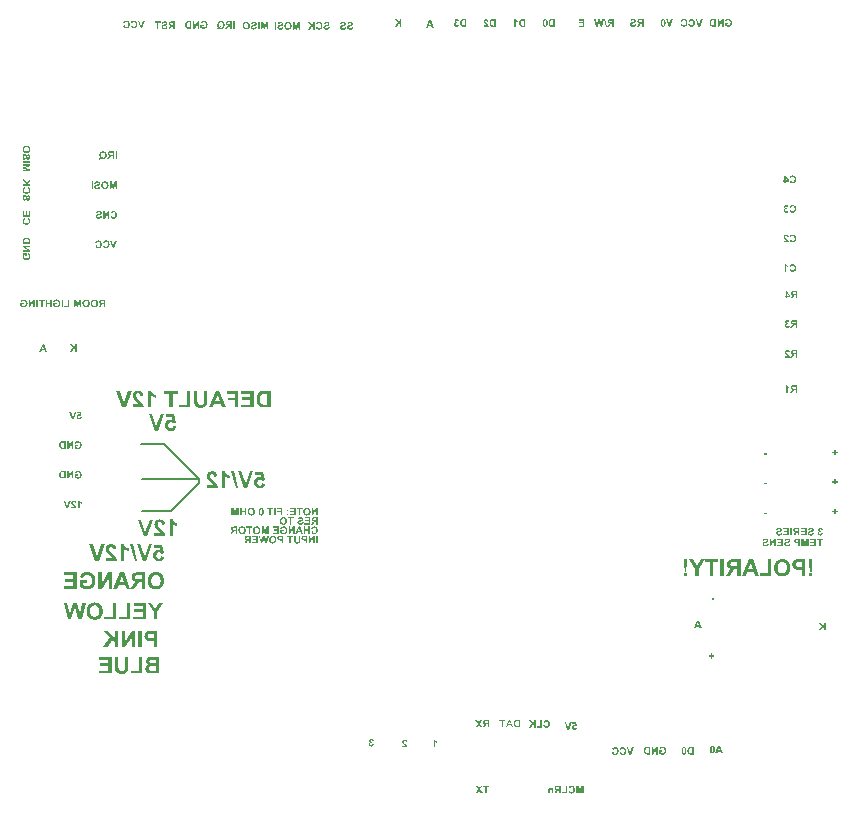
<source format=gbo>
G04*
G04 #@! TF.GenerationSoftware,Altium Limited,Altium Designer,25.0.2 (28)*
G04*
G04 Layer_Color=32896*
%FSLAX44Y44*%
%MOMM*%
G71*
G04*
G04 #@! TF.SameCoordinates,97E3B359-2EC6-4E4D-9D72-6E8A3178B65A*
G04*
G04*
G04 #@! TF.FilePolarity,Positive*
G04*
G01*
G75*
%ADD13C,0.2000*%
G36*
X194437Y238825D02*
X193147D01*
Y241626D01*
X190609D01*
Y238825D01*
X189319D01*
Y245225D01*
X190609D01*
Y242708D01*
X193147D01*
Y245225D01*
X194437D01*
Y238825D01*
D02*
G37*
G36*
X229961Y242236D02*
X228733D01*
Y243463D01*
X229961D01*
Y242236D01*
D02*
G37*
G36*
X255000Y238825D02*
X253807D01*
Y243027D01*
X251214Y238825D01*
X249924D01*
Y245225D01*
X251117D01*
Y240926D01*
X253752Y245225D01*
X255000D01*
Y238825D01*
D02*
G37*
G36*
X187995D02*
X186802D01*
Y243859D01*
X185540Y238825D01*
X184292D01*
X183030Y243859D01*
X183023Y238825D01*
X181830Y238825D01*
Y245225D01*
X183772Y245225D01*
X184909Y240856D01*
X186060Y245225D01*
X187995D01*
Y238825D01*
D02*
G37*
G36*
X242054Y244143D02*
X240154D01*
Y238825D01*
X238864D01*
Y244143D01*
X236978D01*
Y245225D01*
X242054D01*
Y244143D01*
D02*
G37*
G36*
X236146Y238825D02*
X231278D01*
Y239906D01*
X234856D01*
Y241647D01*
X231646D01*
Y242729D01*
X234856D01*
Y244143D01*
X231403D01*
Y245225D01*
X236146D01*
Y238825D01*
D02*
G37*
G36*
X229961D02*
X228733D01*
Y240052D01*
X229961D01*
Y238825D01*
D02*
G37*
G36*
X224725D02*
X223435D01*
Y241543D01*
X220759D01*
Y242624D01*
X223435D01*
Y244143D01*
X220336D01*
Y245225D01*
X224725D01*
Y238825D01*
D02*
G37*
G36*
X219310D02*
X218020D01*
Y245225D01*
X219310D01*
Y238825D01*
D02*
G37*
G36*
X217236Y244143D02*
X215336D01*
Y238825D01*
X214047D01*
Y244143D01*
X212160D01*
Y245225D01*
X217236D01*
Y244143D01*
D02*
G37*
G36*
X246013Y245315D02*
X246277Y245287D01*
X246395Y245266D01*
X246513Y245246D01*
X246617Y245225D01*
X246714Y245204D01*
X246804Y245176D01*
X246880Y245156D01*
X246949Y245135D01*
X247005Y245114D01*
X247047Y245093D01*
X247081Y245086D01*
X247102Y245072D01*
X247109D01*
X247275Y244996D01*
X247428Y244906D01*
X247574Y244809D01*
X247691Y244712D01*
X247795Y244629D01*
X247837Y244594D01*
X247872Y244559D01*
X247899Y244531D01*
X247920Y244511D01*
X247934Y244504D01*
X247941Y244497D01*
X248073Y244344D01*
X248191Y244198D01*
X248295Y244046D01*
X248378Y243914D01*
X248440Y243789D01*
X248468Y243741D01*
X248489Y243699D01*
X248510Y243665D01*
X248524Y243637D01*
X248530Y243623D01*
Y243616D01*
X248579Y243491D01*
X248627Y243353D01*
X248697Y243082D01*
X248752Y242805D01*
X248766Y242673D01*
X248787Y242548D01*
X248794Y242423D01*
X248808Y242319D01*
X248815Y242222D01*
Y242139D01*
X248822Y242070D01*
Y242014D01*
Y241987D01*
Y241973D01*
X248815Y241695D01*
X248787Y241432D01*
X248745Y241182D01*
X248690Y240953D01*
X248627Y240738D01*
X248558Y240544D01*
X248482Y240364D01*
X248399Y240204D01*
X248322Y240059D01*
X248246Y239934D01*
X248177Y239823D01*
X248114Y239733D01*
X248059Y239664D01*
X248017Y239615D01*
X247990Y239587D01*
X247983Y239573D01*
X247816Y239421D01*
X247643Y239289D01*
X247463Y239171D01*
X247275Y239074D01*
X247088Y238991D01*
X246894Y238922D01*
X246714Y238859D01*
X246533Y238818D01*
X246367Y238776D01*
X246214Y238755D01*
X246069Y238734D01*
X245951Y238720D01*
X245854Y238714D01*
X245777Y238707D01*
X245715D01*
X245459Y238714D01*
X245209Y238741D01*
X244980Y238790D01*
X244765Y238845D01*
X244564Y238908D01*
X244377Y238984D01*
X244210Y239060D01*
X244058Y239144D01*
X243919Y239227D01*
X243801Y239303D01*
X243697Y239379D01*
X243614Y239442D01*
X243545Y239497D01*
X243503Y239546D01*
X243468Y239573D01*
X243461Y239580D01*
X243309Y239754D01*
X243184Y239934D01*
X243066Y240128D01*
X242969Y240329D01*
X242893Y240530D01*
X242824Y240731D01*
X242768Y240933D01*
X242719Y241120D01*
X242685Y241300D01*
X242657Y241473D01*
X242643Y241619D01*
X242629Y241751D01*
X242623Y241862D01*
X242616Y241903D01*
Y241938D01*
Y241966D01*
Y241987D01*
Y242000D01*
Y242007D01*
X242623Y242292D01*
X242650Y242562D01*
X242692Y242812D01*
X242747Y243048D01*
X242810Y243262D01*
X242886Y243463D01*
X242962Y243651D01*
X243039Y243810D01*
X243122Y243963D01*
X243198Y244088D01*
X243267Y244198D01*
X243337Y244289D01*
X243392Y244358D01*
X243434Y244407D01*
X243461Y244441D01*
X243468Y244448D01*
X243635Y244601D01*
X243808Y244739D01*
X243988Y244857D01*
X244176Y244954D01*
X244370Y245044D01*
X244557Y245114D01*
X244737Y245169D01*
X244918Y245218D01*
X245084Y245252D01*
X245237Y245280D01*
X245375Y245301D01*
X245493Y245315D01*
X245590Y245322D01*
X245667Y245329D01*
X245729D01*
X246013Y245315D01*
D02*
G37*
G36*
X207216Y245239D02*
X207376Y245218D01*
X207528Y245183D01*
X207667Y245142D01*
X207799Y245093D01*
X207917Y245038D01*
X208028Y244975D01*
X208125Y244920D01*
X208208Y244857D01*
X208284Y244795D01*
X208347Y244739D01*
X208402Y244691D01*
X208444Y244649D01*
X208472Y244615D01*
X208492Y244594D01*
X208499Y244587D01*
X208610Y244427D01*
X208707Y244247D01*
X208790Y244053D01*
X208860Y243845D01*
X208922Y243630D01*
X208971Y243415D01*
X209012Y243200D01*
X209047Y242985D01*
X209068Y242784D01*
X209089Y242597D01*
X209102Y242430D01*
X209116Y242278D01*
Y242215D01*
Y242160D01*
X209123Y242111D01*
Y242063D01*
Y242035D01*
Y242007D01*
Y241994D01*
Y241987D01*
X209116Y241654D01*
X209096Y241349D01*
X209068Y241064D01*
X209033Y240808D01*
X208992Y240572D01*
X208943Y240364D01*
X208895Y240177D01*
X208839Y240010D01*
X208784Y239872D01*
X208735Y239747D01*
X208687Y239643D01*
X208645Y239560D01*
X208610Y239497D01*
X208575Y239456D01*
X208562Y239428D01*
X208555Y239421D01*
X208444Y239296D01*
X208326Y239185D01*
X208201Y239088D01*
X208076Y239005D01*
X207952Y238942D01*
X207827Y238880D01*
X207709Y238832D01*
X207591Y238797D01*
X207480Y238769D01*
X207376Y238741D01*
X207286Y238727D01*
X207203Y238720D01*
X207140Y238714D01*
X207092Y238707D01*
X207050D01*
X206884Y238714D01*
X206724Y238734D01*
X206572Y238769D01*
X206433Y238811D01*
X206301Y238859D01*
X206183Y238915D01*
X206072Y238970D01*
X205975Y239033D01*
X205892Y239095D01*
X205816Y239150D01*
X205746Y239206D01*
X205698Y239254D01*
X205656Y239296D01*
X205622Y239331D01*
X205608Y239352D01*
X205601Y239359D01*
X205490Y239518D01*
X205393Y239698D01*
X205310Y239899D01*
X205233Y240100D01*
X205178Y240315D01*
X205122Y240537D01*
X205081Y240752D01*
X205046Y240967D01*
X205025Y241168D01*
X205004Y241355D01*
X204991Y241529D01*
X204977Y241674D01*
Y241744D01*
Y241799D01*
X204970Y241848D01*
Y241896D01*
Y241924D01*
Y241952D01*
Y241966D01*
Y241973D01*
X204977Y242299D01*
X204998Y242604D01*
X205025Y242888D01*
X205067Y243144D01*
X205115Y243380D01*
X205164Y243595D01*
X205226Y243789D01*
X205282Y243956D01*
X205337Y244108D01*
X205393Y244233D01*
X205448Y244344D01*
X205497Y244427D01*
X205538Y244497D01*
X205566Y244545D01*
X205587Y244573D01*
X205594Y244580D01*
X205698Y244698D01*
X205809Y244802D01*
X205927Y244892D01*
X206045Y244968D01*
X206162Y245031D01*
X206287Y245086D01*
X206405Y245128D01*
X206516Y245162D01*
X206627Y245190D01*
X206731Y245211D01*
X206821Y245225D01*
X206898Y245239D01*
X206960D01*
X207008Y245246D01*
X207050D01*
X207216Y245239D01*
D02*
G37*
G36*
X198847Y245315D02*
X199110Y245287D01*
X199228Y245266D01*
X199346Y245246D01*
X199450Y245225D01*
X199547Y245204D01*
X199637Y245176D01*
X199714Y245156D01*
X199783Y245135D01*
X199838Y245114D01*
X199880Y245093D01*
X199915Y245086D01*
X199935Y245072D01*
X199942D01*
X200109Y244996D01*
X200261Y244906D01*
X200407Y244809D01*
X200525Y244712D01*
X200629Y244629D01*
X200671Y244594D01*
X200705Y244559D01*
X200733Y244531D01*
X200754Y244511D01*
X200768Y244504D01*
X200775Y244497D01*
X200906Y244344D01*
X201024Y244198D01*
X201128Y244046D01*
X201211Y243914D01*
X201274Y243789D01*
X201302Y243741D01*
X201322Y243699D01*
X201343Y243665D01*
X201357Y243637D01*
X201364Y243623D01*
Y243616D01*
X201413Y243491D01*
X201461Y243353D01*
X201530Y243082D01*
X201586Y242805D01*
X201600Y242673D01*
X201621Y242548D01*
X201628Y242423D01*
X201641Y242319D01*
X201648Y242222D01*
Y242139D01*
X201655Y242070D01*
Y242014D01*
Y241987D01*
Y241973D01*
X201648Y241695D01*
X201621Y241432D01*
X201579Y241182D01*
X201523Y240953D01*
X201461Y240738D01*
X201392Y240544D01*
X201315Y240364D01*
X201232Y240204D01*
X201156Y240059D01*
X201080Y239934D01*
X201010Y239823D01*
X200948Y239733D01*
X200892Y239664D01*
X200851Y239615D01*
X200823Y239587D01*
X200816Y239573D01*
X200650Y239421D01*
X200476Y239289D01*
X200296Y239171D01*
X200109Y239074D01*
X199922Y238991D01*
X199727Y238922D01*
X199547Y238859D01*
X199367Y238818D01*
X199200Y238776D01*
X199048Y238755D01*
X198902Y238734D01*
X198784Y238720D01*
X198687Y238714D01*
X198611Y238707D01*
X198549D01*
X198292Y238714D01*
X198043Y238741D01*
X197814Y238790D01*
X197599Y238845D01*
X197398Y238908D01*
X197210Y238984D01*
X197044Y239060D01*
X196891Y239144D01*
X196753Y239227D01*
X196635Y239303D01*
X196531Y239379D01*
X196448Y239442D01*
X196378Y239497D01*
X196337Y239546D01*
X196302Y239573D01*
X196295Y239580D01*
X196143Y239754D01*
X196018Y239934D01*
X195900Y240128D01*
X195803Y240329D01*
X195727Y240530D01*
X195657Y240731D01*
X195602Y240933D01*
X195553Y241120D01*
X195518Y241300D01*
X195491Y241473D01*
X195477Y241619D01*
X195463Y241751D01*
X195456Y241862D01*
X195449Y241903D01*
Y241938D01*
Y241966D01*
Y241987D01*
Y242000D01*
Y242007D01*
X195456Y242292D01*
X195484Y242562D01*
X195525Y242812D01*
X195581Y243048D01*
X195643Y243262D01*
X195720Y243463D01*
X195796Y243651D01*
X195872Y243810D01*
X195955Y243963D01*
X196032Y244088D01*
X196101Y244198D01*
X196170Y244289D01*
X196226Y244358D01*
X196267Y244407D01*
X196295Y244441D01*
X196302Y244448D01*
X196468Y244601D01*
X196642Y244739D01*
X196822Y244857D01*
X197009Y244954D01*
X197203Y245044D01*
X197391Y245114D01*
X197571Y245169D01*
X197751Y245218D01*
X197918Y245252D01*
X198070Y245280D01*
X198209Y245301D01*
X198327Y245315D01*
X198424Y245322D01*
X198500Y245329D01*
X198563D01*
X198847Y245315D01*
D02*
G37*
G36*
X255000Y230922D02*
X253710D01*
Y233592D01*
X253294D01*
X253162Y233578D01*
X253051Y233571D01*
X252961Y233557D01*
X252892Y233543D01*
X252843Y233530D01*
X252809Y233523D01*
X252802Y233516D01*
X252726Y233488D01*
X252656Y233446D01*
X252587Y233405D01*
X252531Y233356D01*
X252483Y233315D01*
X252441Y233287D01*
X252421Y233259D01*
X252414Y233252D01*
X252372Y233211D01*
X252330Y233155D01*
X252282Y233093D01*
X252226Y233023D01*
X252115Y232871D01*
X251998Y232711D01*
X251894Y232559D01*
X251845Y232496D01*
X251810Y232434D01*
X251776Y232385D01*
X251748Y232351D01*
X251734Y232323D01*
X251727Y232316D01*
X250791Y230922D01*
X249245D01*
X250028Y232164D01*
X250111Y232302D01*
X250195Y232420D01*
X250271Y232538D01*
X250340Y232642D01*
X250403Y232739D01*
X250465Y232822D01*
X250520Y232899D01*
X250569Y232968D01*
X250611Y233023D01*
X250652Y233072D01*
X250687Y233113D01*
X250715Y233148D01*
X250735Y233169D01*
X250749Y233190D01*
X250763Y233204D01*
X250867Y233308D01*
X250985Y233412D01*
X251103Y233502D01*
X251214Y233578D01*
X251311Y233647D01*
X251387Y233696D01*
X251415Y233717D01*
X251436Y233724D01*
X251450Y233738D01*
X251457D01*
X251304Y233765D01*
X251159Y233800D01*
X251027Y233842D01*
X250902Y233883D01*
X250784Y233932D01*
X250680Y233980D01*
X250590Y234029D01*
X250507Y234084D01*
X250430Y234133D01*
X250368Y234181D01*
X250312Y234223D01*
X250264Y234258D01*
X250229Y234292D01*
X250208Y234313D01*
X250195Y234327D01*
X250188Y234334D01*
X250111Y234424D01*
X250049Y234521D01*
X249993Y234618D01*
X249945Y234722D01*
X249903Y234819D01*
X249869Y234916D01*
X249820Y235111D01*
X249799Y235194D01*
X249785Y235277D01*
X249778Y235346D01*
X249772Y235409D01*
X249765Y235457D01*
Y235492D01*
Y235520D01*
Y235527D01*
X249778Y235735D01*
X249806Y235922D01*
X249855Y236095D01*
X249903Y236241D01*
X249931Y236303D01*
X249959Y236366D01*
X249980Y236414D01*
X250007Y236456D01*
X250021Y236490D01*
X250035Y236511D01*
X250049Y236525D01*
Y236532D01*
X250160Y236685D01*
X250285Y236816D01*
X250403Y236920D01*
X250520Y237010D01*
X250632Y237073D01*
X250673Y237094D01*
X250715Y237115D01*
X250749Y237128D01*
X250770Y237142D01*
X250784Y237149D01*
X250791D01*
X250881Y237177D01*
X250985Y237205D01*
X251103Y237232D01*
X251221Y237246D01*
X251464Y237281D01*
X251713Y237302D01*
X251824Y237309D01*
X251935Y237316D01*
X252032D01*
X252115Y237323D01*
X255000D01*
Y230922D01*
D02*
G37*
G36*
X248544D02*
X243676D01*
Y232004D01*
X247255D01*
Y233745D01*
X244044D01*
Y234826D01*
X247255D01*
Y236241D01*
X243801D01*
Y237323D01*
X248544D01*
Y230922D01*
D02*
G37*
G36*
X234586Y236241D02*
X232686D01*
Y230922D01*
X231396D01*
Y236241D01*
X229510D01*
Y237323D01*
X234586D01*
Y236241D01*
D02*
G37*
G36*
X240611Y237420D02*
X240729Y237406D01*
X240854Y237392D01*
X240965Y237371D01*
X241069Y237357D01*
X241159Y237337D01*
X241250Y237316D01*
X241333Y237288D01*
X241402Y237267D01*
X241458Y237253D01*
X241513Y237232D01*
X241548Y237219D01*
X241582Y237205D01*
X241596Y237198D01*
X241603D01*
X241783Y237108D01*
X241950Y237004D01*
X242082Y236900D01*
X242199Y236796D01*
X242283Y236698D01*
X242352Y236622D01*
X242373Y236595D01*
X242387Y236574D01*
X242401Y236560D01*
Y236553D01*
X242491Y236393D01*
X242560Y236234D01*
X242609Y236074D01*
X242643Y235936D01*
X242664Y235818D01*
X242671Y235762D01*
Y235721D01*
X242678Y235686D01*
Y235658D01*
Y235644D01*
Y235638D01*
X242671Y235499D01*
X242650Y235367D01*
X242623Y235235D01*
X242588Y235117D01*
X242539Y235007D01*
X242491Y234896D01*
X242435Y234799D01*
X242380Y234708D01*
X242331Y234625D01*
X242276Y234556D01*
X242227Y234493D01*
X242179Y234445D01*
X242144Y234403D01*
X242116Y234376D01*
X242096Y234355D01*
X242089Y234348D01*
X242005Y234279D01*
X241908Y234216D01*
X241797Y234154D01*
X241686Y234091D01*
X241444Y233987D01*
X241201Y233890D01*
X241090Y233855D01*
X240986Y233821D01*
X240889Y233786D01*
X240799Y233765D01*
X240729Y233745D01*
X240681Y233731D01*
X240646Y233717D01*
X240632D01*
X240487Y233682D01*
X240355Y233647D01*
X240237Y233620D01*
X240133Y233592D01*
X240036Y233564D01*
X239953Y233543D01*
X239876Y233523D01*
X239814Y233502D01*
X239759Y233488D01*
X239717Y233474D01*
X239675Y233460D01*
X239648Y233453D01*
X239627Y233446D01*
X239613D01*
X239599Y233439D01*
X239481Y233391D01*
X239384Y233349D01*
X239308Y233301D01*
X239239Y233259D01*
X239197Y233218D01*
X239162Y233190D01*
X239142Y233169D01*
X239135Y233162D01*
X239086Y233100D01*
X239051Y233037D01*
X239030Y232968D01*
X239010Y232906D01*
X239003Y232857D01*
X238996Y232815D01*
Y232781D01*
Y232774D01*
Y232711D01*
X239010Y232649D01*
X239044Y232531D01*
X239100Y232420D01*
X239155Y232330D01*
X239211Y232261D01*
X239266Y232205D01*
X239301Y232171D01*
X239308Y232157D01*
X239315D01*
X239377Y232108D01*
X239447Y232066D01*
X239599Y232004D01*
X239759Y231956D01*
X239911Y231928D01*
X240050Y231907D01*
X240105Y231900D01*
X240161D01*
X240202Y231893D01*
X240265D01*
X240473Y231907D01*
X240660Y231942D01*
X240820Y231983D01*
X240958Y232039D01*
X241014Y232066D01*
X241062Y232094D01*
X241111Y232115D01*
X241145Y232136D01*
X241173Y232157D01*
X241194Y232171D01*
X241201Y232184D01*
X241208D01*
X241270Y232247D01*
X241326Y232309D01*
X241423Y232455D01*
X241506Y232614D01*
X241569Y232767D01*
X241610Y232906D01*
X241631Y232961D01*
X241645Y233016D01*
X241652Y233058D01*
X241659Y233093D01*
X241665Y233113D01*
Y233120D01*
X242921Y232996D01*
X242893Y232801D01*
X242851Y232614D01*
X242803Y232448D01*
X242747Y232288D01*
X242685Y232143D01*
X242623Y232004D01*
X242553Y231886D01*
X242484Y231775D01*
X242421Y231678D01*
X242359Y231595D01*
X242297Y231526D01*
X242248Y231463D01*
X242206Y231422D01*
X242172Y231387D01*
X242151Y231366D01*
X242144Y231359D01*
X242012Y231262D01*
X241874Y231179D01*
X241728Y231103D01*
X241575Y231040D01*
X241423Y230985D01*
X241270Y230943D01*
X241118Y230902D01*
X240965Y230874D01*
X240826Y230853D01*
X240695Y230832D01*
X240577Y230818D01*
X240480Y230811D01*
X240397D01*
X240334Y230804D01*
X240126D01*
X239981Y230811D01*
X239835Y230825D01*
X239710Y230839D01*
X239585Y230860D01*
X239467Y230874D01*
X239363Y230895D01*
X239266Y230922D01*
X239183Y230943D01*
X239107Y230964D01*
X239037Y230978D01*
X238982Y230999D01*
X238940Y231012D01*
X238913Y231026D01*
X238892Y231033D01*
X238885D01*
X238684Y231130D01*
X238510Y231241D01*
X238365Y231366D01*
X238240Y231477D01*
X238143Y231581D01*
X238108Y231630D01*
X238074Y231671D01*
X238053Y231699D01*
X238032Y231727D01*
X238018Y231741D01*
Y231747D01*
X237963Y231838D01*
X237914Y231935D01*
X237838Y232115D01*
X237782Y232288D01*
X237748Y232448D01*
X237734Y232517D01*
X237720Y232580D01*
X237713Y232642D01*
Y232691D01*
X237706Y232725D01*
Y232760D01*
Y232774D01*
Y232781D01*
X237720Y232996D01*
X237748Y233197D01*
X237789Y233370D01*
X237810Y233446D01*
X237831Y233516D01*
X237859Y233578D01*
X237880Y233634D01*
X237900Y233682D01*
X237921Y233724D01*
X237942Y233758D01*
X237949Y233779D01*
X237963Y233793D01*
Y233800D01*
X238067Y233946D01*
X238185Y234077D01*
X238302Y234188D01*
X238413Y234285D01*
X238517Y234355D01*
X238601Y234410D01*
X238635Y234424D01*
X238656Y234438D01*
X238670Y234452D01*
X238677D01*
X238767Y234493D01*
X238864Y234542D01*
X238975Y234584D01*
X239086Y234625D01*
X239315Y234701D01*
X239544Y234771D01*
X239648Y234799D01*
X239752Y234826D01*
X239835Y234854D01*
X239918Y234875D01*
X239981Y234889D01*
X240029Y234903D01*
X240057Y234909D01*
X240071D01*
X240237Y234951D01*
X240390Y234993D01*
X240528Y235034D01*
X240653Y235076D01*
X240764Y235111D01*
X240861Y235145D01*
X240944Y235180D01*
X241014Y235208D01*
X241076Y235235D01*
X241132Y235263D01*
X241173Y235284D01*
X241201Y235305D01*
X241229Y235319D01*
X241243Y235333D01*
X241256Y235339D01*
X241319Y235402D01*
X241367Y235464D01*
X241395Y235534D01*
X241423Y235596D01*
X241437Y235644D01*
X241444Y235693D01*
Y235721D01*
Y235728D01*
X241437Y235818D01*
X241409Y235894D01*
X241381Y235963D01*
X241340Y236019D01*
X241305Y236061D01*
X241270Y236095D01*
X241250Y236116D01*
X241243Y236123D01*
X241111Y236199D01*
X240972Y236262D01*
X240820Y236303D01*
X240681Y236331D01*
X240549Y236345D01*
X240494Y236352D01*
X240445Y236359D01*
X240355D01*
X240161Y236352D01*
X239994Y236324D01*
X239856Y236289D01*
X239738Y236248D01*
X239648Y236206D01*
X239585Y236171D01*
X239551Y236144D01*
X239537Y236137D01*
X239440Y236047D01*
X239363Y235936D01*
X239301Y235818D01*
X239252Y235707D01*
X239218Y235603D01*
X239204Y235554D01*
X239190Y235513D01*
X239183Y235485D01*
Y235457D01*
X239176Y235443D01*
Y235436D01*
X237886Y235485D01*
X237900Y235644D01*
X237921Y235797D01*
X237956Y235943D01*
X238004Y236074D01*
X238053Y236199D01*
X238108Y236317D01*
X238164Y236421D01*
X238219Y236518D01*
X238282Y236601D01*
X238337Y236678D01*
X238386Y236747D01*
X238434Y236796D01*
X238476Y236837D01*
X238503Y236872D01*
X238524Y236886D01*
X238531Y236893D01*
X238649Y236990D01*
X238781Y237066D01*
X238927Y237142D01*
X239072Y237205D01*
X239218Y237253D01*
X239370Y237295D01*
X239523Y237330D01*
X239662Y237357D01*
X239800Y237385D01*
X239932Y237399D01*
X240043Y237413D01*
X240147Y237420D01*
X240223Y237427D01*
X240341D01*
X240611Y237420D01*
D02*
G37*
G36*
X226133Y237413D02*
X226396Y237385D01*
X226514Y237364D01*
X226632Y237343D01*
X226736Y237323D01*
X226833Y237302D01*
X226923Y237274D01*
X227000Y237253D01*
X227069Y237232D01*
X227125Y237212D01*
X227166Y237191D01*
X227201Y237184D01*
X227222Y237170D01*
X227229D01*
X227395Y237094D01*
X227547Y237004D01*
X227693Y236907D01*
X227811Y236810D01*
X227915Y236726D01*
X227957Y236692D01*
X227991Y236657D01*
X228019Y236629D01*
X228040Y236608D01*
X228054Y236601D01*
X228061Y236595D01*
X228192Y236442D01*
X228310Y236296D01*
X228414Y236144D01*
X228498Y236012D01*
X228560Y235887D01*
X228588Y235839D01*
X228608Y235797D01*
X228629Y235762D01*
X228643Y235735D01*
X228650Y235721D01*
Y235714D01*
X228699Y235589D01*
X228747Y235450D01*
X228817Y235180D01*
X228872Y234903D01*
X228886Y234771D01*
X228907Y234646D01*
X228913Y234521D01*
X228927Y234417D01*
X228934Y234320D01*
Y234237D01*
X228941Y234167D01*
Y234112D01*
Y234084D01*
Y234070D01*
X228934Y233793D01*
X228907Y233530D01*
X228865Y233280D01*
X228810Y233051D01*
X228747Y232836D01*
X228678Y232642D01*
X228601Y232462D01*
X228518Y232302D01*
X228442Y232157D01*
X228366Y232032D01*
X228296Y231921D01*
X228234Y231831D01*
X228179Y231761D01*
X228137Y231713D01*
X228109Y231685D01*
X228102Y231671D01*
X227936Y231519D01*
X227763Y231387D01*
X227582Y231269D01*
X227395Y231172D01*
X227208Y231089D01*
X227014Y231019D01*
X226833Y230957D01*
X226653Y230915D01*
X226487Y230874D01*
X226334Y230853D01*
X226188Y230832D01*
X226070Y230818D01*
X225973Y230811D01*
X225897Y230804D01*
X225835D01*
X225578Y230811D01*
X225329Y230839D01*
X225100Y230888D01*
X224885Y230943D01*
X224684Y231005D01*
X224496Y231082D01*
X224330Y231158D01*
X224177Y231241D01*
X224039Y231325D01*
X223921Y231401D01*
X223817Y231477D01*
X223734Y231539D01*
X223664Y231595D01*
X223623Y231644D01*
X223588Y231671D01*
X223581Y231678D01*
X223429Y231852D01*
X223304Y232032D01*
X223186Y232226D01*
X223089Y232427D01*
X223013Y232628D01*
X222943Y232829D01*
X222888Y233030D01*
X222839Y233218D01*
X222805Y233398D01*
X222777Y233571D01*
X222763Y233717D01*
X222749Y233849D01*
X222742Y233960D01*
X222735Y234001D01*
Y234036D01*
Y234063D01*
Y234084D01*
Y234098D01*
Y234105D01*
X222742Y234389D01*
X222770Y234660D01*
X222811Y234909D01*
X222867Y235145D01*
X222929Y235360D01*
X223006Y235561D01*
X223082Y235749D01*
X223158Y235908D01*
X223241Y236061D01*
X223318Y236185D01*
X223387Y236296D01*
X223456Y236387D01*
X223512Y236456D01*
X223553Y236504D01*
X223581Y236539D01*
X223588Y236546D01*
X223755Y236698D01*
X223928Y236837D01*
X224108Y236955D01*
X224295Y237052D01*
X224489Y237142D01*
X224677Y237212D01*
X224857Y237267D01*
X225037Y237316D01*
X225204Y237350D01*
X225356Y237378D01*
X225495Y237399D01*
X225613Y237413D01*
X225710Y237420D01*
X225786Y237427D01*
X225849D01*
X226133Y237413D01*
D02*
G37*
G36*
X248315Y223020D02*
X247026D01*
Y225821D01*
X244488D01*
Y223020D01*
X243198D01*
Y229420D01*
X244488D01*
Y226903D01*
X247026D01*
Y229420D01*
X248315D01*
Y223020D01*
D02*
G37*
G36*
X235390D02*
X234197D01*
Y227222D01*
X231604Y223020D01*
X230314D01*
Y229420D01*
X231507D01*
Y225121D01*
X234142Y229420D01*
X235390D01*
Y223020D01*
D02*
G37*
G36*
X213561D02*
X212369D01*
Y228054D01*
X211106Y223020D01*
X209858D01*
X208596Y228054D01*
X208589Y223020D01*
X207397D01*
Y229420D01*
X209338D01*
X210476Y225052D01*
X211627Y229420D01*
X213561D01*
Y223020D01*
D02*
G37*
G36*
X252254Y229517D02*
X252490Y229490D01*
X252712Y229441D01*
X252920Y229386D01*
X253114Y229316D01*
X253287Y229247D01*
X253454Y229164D01*
X253599Y229081D01*
X253731Y228997D01*
X253849Y228921D01*
X253946Y228845D01*
X254029Y228776D01*
X254099Y228720D01*
X254140Y228678D01*
X254175Y228644D01*
X254182Y228637D01*
X254327Y228463D01*
X254452Y228276D01*
X254563Y228082D01*
X254653Y227881D01*
X254736Y227673D01*
X254799Y227465D01*
X254854Y227264D01*
X254896Y227063D01*
X254931Y226882D01*
X254958Y226709D01*
X254972Y226550D01*
X254986Y226418D01*
X254993Y226307D01*
X255000Y226265D01*
Y226224D01*
Y226196D01*
Y226175D01*
Y226161D01*
Y226154D01*
X254993Y225877D01*
X254965Y225620D01*
X254924Y225378D01*
X254875Y225149D01*
X254813Y224934D01*
X254743Y224740D01*
X254667Y224559D01*
X254591Y224400D01*
X254515Y224254D01*
X254438Y224130D01*
X254369Y224026D01*
X254307Y223935D01*
X254258Y223866D01*
X254216Y223818D01*
X254189Y223783D01*
X254182Y223776D01*
X254022Y223623D01*
X253856Y223492D01*
X253682Y223374D01*
X253509Y223277D01*
X253336Y223193D01*
X253162Y223124D01*
X252989Y223062D01*
X252830Y223020D01*
X252677Y222978D01*
X252531Y222958D01*
X252407Y222937D01*
X252303Y222923D01*
X252212Y222916D01*
X252143Y222909D01*
X252088D01*
X251900Y222916D01*
X251720Y222930D01*
X251547Y222958D01*
X251387Y222985D01*
X251235Y223027D01*
X251096Y223069D01*
X250964Y223117D01*
X250853Y223166D01*
X250742Y223207D01*
X250652Y223256D01*
X250576Y223298D01*
X250507Y223339D01*
X250458Y223367D01*
X250417Y223395D01*
X250396Y223408D01*
X250389Y223415D01*
X250264Y223519D01*
X250153Y223630D01*
X250049Y223748D01*
X249952Y223880D01*
X249869Y224005D01*
X249785Y224137D01*
X249716Y224268D01*
X249654Y224393D01*
X249598Y224511D01*
X249550Y224622D01*
X249515Y224726D01*
X249480Y224809D01*
X249453Y224885D01*
X249439Y224934D01*
X249425Y224969D01*
Y224982D01*
X250680Y225371D01*
X250715Y225246D01*
X250749Y225121D01*
X250791Y225010D01*
X250833Y224913D01*
X250881Y224816D01*
X250923Y224733D01*
X250971Y224657D01*
X251013Y224587D01*
X251054Y224532D01*
X251096Y224476D01*
X251131Y224435D01*
X251159Y224400D01*
X251186Y224372D01*
X251207Y224352D01*
X251214Y224345D01*
X251221Y224338D01*
X251290Y224282D01*
X251367Y224234D01*
X251512Y224150D01*
X251658Y224095D01*
X251796Y224053D01*
X251921Y224032D01*
X251970Y224019D01*
X252018D01*
X252053Y224012D01*
X252101D01*
X252226Y224019D01*
X252351Y224032D01*
X252469Y224060D01*
X252573Y224095D01*
X252677Y224130D01*
X252767Y224171D01*
X252857Y224220D01*
X252934Y224268D01*
X253003Y224317D01*
X253065Y224365D01*
X253114Y224407D01*
X253162Y224442D01*
X253190Y224476D01*
X253218Y224504D01*
X253232Y224518D01*
X253239Y224525D01*
X253315Y224629D01*
X253377Y224747D01*
X253440Y224872D01*
X253488Y225010D01*
X253530Y225156D01*
X253565Y225294D01*
X253613Y225579D01*
X253634Y225718D01*
X253648Y225842D01*
X253655Y225953D01*
X253662Y226057D01*
X253669Y226134D01*
Y226196D01*
Y226238D01*
Y226251D01*
X253662Y226460D01*
X253648Y226654D01*
X253627Y226827D01*
X253599Y226993D01*
X253565Y227146D01*
X253530Y227278D01*
X253488Y227402D01*
X253447Y227507D01*
X253412Y227604D01*
X253370Y227687D01*
X253336Y227756D01*
X253301Y227812D01*
X253273Y227853D01*
X253253Y227888D01*
X253239Y227902D01*
X253232Y227909D01*
X253149Y227999D01*
X253051Y228075D01*
X252961Y228144D01*
X252864Y228207D01*
X252767Y228255D01*
X252670Y228297D01*
X252573Y228332D01*
X252483Y228359D01*
X252400Y228380D01*
X252323Y228394D01*
X252254Y228408D01*
X252192Y228415D01*
X252143Y228422D01*
X252074D01*
X251887Y228408D01*
X251720Y228373D01*
X251574Y228332D01*
X251443Y228276D01*
X251339Y228221D01*
X251297Y228200D01*
X251262Y228179D01*
X251235Y228158D01*
X251214Y228144D01*
X251207Y228137D01*
X251200Y228131D01*
X251075Y228013D01*
X250971Y227888D01*
X250888Y227756D01*
X250826Y227631D01*
X250777Y227520D01*
X250756Y227472D01*
X250742Y227430D01*
X250735Y227396D01*
X250728Y227368D01*
X250722Y227354D01*
Y227347D01*
X249446Y227652D01*
X249487Y227791D01*
X249536Y227923D01*
X249591Y228041D01*
X249640Y228158D01*
X249695Y228262D01*
X249751Y228359D01*
X249806Y228443D01*
X249855Y228526D01*
X249910Y228595D01*
X249952Y228658D01*
X249993Y228706D01*
X250035Y228748D01*
X250063Y228782D01*
X250084Y228803D01*
X250098Y228817D01*
X250105Y228824D01*
X250250Y228949D01*
X250396Y229053D01*
X250555Y229150D01*
X250715Y229226D01*
X250874Y229296D01*
X251034Y229351D01*
X251186Y229400D01*
X251332Y229434D01*
X251471Y229469D01*
X251602Y229490D01*
X251720Y229504D01*
X251817Y229510D01*
X251900Y229517D01*
X251956Y229524D01*
X252011D01*
X252254Y229517D01*
D02*
G37*
G36*
X226320Y229510D02*
X226473Y229497D01*
X226618Y229476D01*
X226757Y229448D01*
X226882Y229420D01*
X227000Y229393D01*
X227104Y229365D01*
X227201Y229337D01*
X227284Y229309D01*
X227353Y229282D01*
X227416Y229254D01*
X227464Y229233D01*
X227499Y229219D01*
X227520Y229212D01*
X227527Y229205D01*
X227672Y229122D01*
X227811Y229032D01*
X227943Y228942D01*
X228061Y228845D01*
X228172Y228741D01*
X228269Y228644D01*
X228366Y228547D01*
X228442Y228450D01*
X228518Y228359D01*
X228581Y228276D01*
X228629Y228200D01*
X228678Y228137D01*
X228712Y228082D01*
X228733Y228041D01*
X228747Y228013D01*
X228754Y228006D01*
X228830Y227860D01*
X228893Y227708D01*
X228948Y227555D01*
X228997Y227402D01*
X229031Y227250D01*
X229066Y227104D01*
X229094Y226959D01*
X229115Y226827D01*
X229135Y226702D01*
X229149Y226591D01*
X229156Y226487D01*
X229163Y226397D01*
X229170Y226328D01*
Y226272D01*
Y226245D01*
Y226231D01*
X229163Y226057D01*
X229156Y225891D01*
X229135Y225731D01*
X229115Y225572D01*
X229080Y225426D01*
X229052Y225288D01*
X229018Y225156D01*
X228983Y225031D01*
X228948Y224920D01*
X228913Y224823D01*
X228879Y224733D01*
X228851Y224664D01*
X228830Y224601D01*
X228810Y224559D01*
X228803Y224532D01*
X228796Y224525D01*
X228719Y224379D01*
X228643Y224247D01*
X228553Y224123D01*
X228463Y224005D01*
X228373Y223901D01*
X228276Y223797D01*
X228185Y223707D01*
X228095Y223630D01*
X228012Y223554D01*
X227936Y223492D01*
X227859Y223443D01*
X227804Y223395D01*
X227749Y223360D01*
X227714Y223339D01*
X227686Y223325D01*
X227679Y223318D01*
X227534Y223242D01*
X227388Y223180D01*
X227242Y223124D01*
X227090Y223076D01*
X226937Y223041D01*
X226792Y223006D01*
X226653Y222978D01*
X226521Y222958D01*
X226396Y222937D01*
X226285Y222923D01*
X226182Y222916D01*
X226091Y222909D01*
X226022Y222902D01*
X225925D01*
X225779Y222909D01*
X225634Y222916D01*
X225349Y222951D01*
X225211Y222972D01*
X225086Y222999D01*
X224961Y223027D01*
X224850Y223055D01*
X224746Y223083D01*
X224649Y223103D01*
X224566Y223131D01*
X224496Y223152D01*
X224441Y223173D01*
X224399Y223186D01*
X224372Y223200D01*
X224365D01*
X224226Y223256D01*
X224094Y223318D01*
X223969Y223374D01*
X223859Y223436D01*
X223748Y223492D01*
X223650Y223547D01*
X223567Y223603D01*
X223484Y223658D01*
X223415Y223707D01*
X223352Y223748D01*
X223304Y223790D01*
X223262Y223825D01*
X223228Y223852D01*
X223207Y223873D01*
X223193Y223880D01*
X223186Y223887D01*
Y226446D01*
X225966D01*
Y225364D01*
X224489D01*
Y224546D01*
X224607Y224462D01*
X224725Y224393D01*
X224843Y224331D01*
X224954Y224275D01*
X225051Y224227D01*
X225128Y224192D01*
X225155Y224178D01*
X225176Y224171D01*
X225190Y224164D01*
X225197D01*
X225349Y224109D01*
X225495Y224074D01*
X225627Y224046D01*
X225751Y224026D01*
X225856Y224012D01*
X225904D01*
X225939Y224005D01*
X226008D01*
X226161Y224012D01*
X226299Y224032D01*
X226431Y224060D01*
X226563Y224095D01*
X226681Y224137D01*
X226785Y224185D01*
X226889Y224234D01*
X226979Y224289D01*
X227055Y224345D01*
X227131Y224393D01*
X227187Y224442D01*
X227242Y224483D01*
X227277Y224518D01*
X227312Y224553D01*
X227326Y224566D01*
X227332Y224573D01*
X227423Y224684D01*
X227499Y224809D01*
X227568Y224941D01*
X227624Y225080D01*
X227672Y225225D01*
X227714Y225364D01*
X227749Y225509D01*
X227776Y225641D01*
X227797Y225773D01*
X227811Y225898D01*
X227825Y226002D01*
X227832Y226099D01*
Y226175D01*
X227839Y226238D01*
Y226272D01*
Y226286D01*
X227832Y226480D01*
X227818Y226661D01*
X227790Y226827D01*
X227763Y226980D01*
X227721Y227125D01*
X227679Y227257D01*
X227638Y227375D01*
X227589Y227479D01*
X227541Y227576D01*
X227499Y227652D01*
X227457Y227722D01*
X227416Y227777D01*
X227388Y227826D01*
X227360Y227853D01*
X227346Y227874D01*
X227339Y227881D01*
X227242Y227978D01*
X227138Y228061D01*
X227027Y228131D01*
X226917Y228193D01*
X226805Y228249D01*
X226695Y228290D01*
X226584Y228325D01*
X226480Y228353D01*
X226383Y228373D01*
X226285Y228394D01*
X226202Y228408D01*
X226133Y228415D01*
X226077Y228422D01*
X225994D01*
X225793Y228408D01*
X225613Y228380D01*
X225453Y228332D01*
X225322Y228283D01*
X225266Y228255D01*
X225211Y228235D01*
X225169Y228207D01*
X225134Y228186D01*
X225100Y228172D01*
X225079Y228158D01*
X225072Y228144D01*
X225065D01*
X224933Y228034D01*
X224829Y227916D01*
X224739Y227791D01*
X224670Y227673D01*
X224614Y227569D01*
X224594Y227520D01*
X224580Y227479D01*
X224566Y227451D01*
X224559Y227423D01*
X224552Y227409D01*
Y227402D01*
X223269Y227645D01*
X223311Y227805D01*
X223359Y227957D01*
X223422Y228103D01*
X223484Y228235D01*
X223553Y228353D01*
X223630Y228470D01*
X223699Y228574D01*
X223775Y228664D01*
X223845Y228748D01*
X223914Y228824D01*
X223976Y228880D01*
X224025Y228935D01*
X224074Y228977D01*
X224108Y229004D01*
X224129Y229018D01*
X224136Y229025D01*
X224268Y229115D01*
X224406Y229191D01*
X224552Y229254D01*
X224704Y229316D01*
X224864Y229365D01*
X225016Y229400D01*
X225169Y229434D01*
X225315Y229462D01*
X225453Y229483D01*
X225578Y229497D01*
X225696Y229510D01*
X225800Y229517D01*
X225876Y229524D01*
X226161D01*
X226320Y229510D01*
D02*
G37*
G36*
X242512Y223020D02*
X241145D01*
X240611Y224476D01*
X238053D01*
X237491Y223020D01*
X236084D01*
X238649Y229420D01*
X240022D01*
X242512Y223020D01*
D02*
G37*
G36*
X221993D02*
X217125D01*
Y224102D01*
X220703D01*
Y225842D01*
X217493D01*
Y226924D01*
X220703D01*
Y228339D01*
X217250D01*
Y229420D01*
X221993D01*
Y223020D01*
D02*
G37*
G36*
X199596Y228339D02*
X197696D01*
Y223020D01*
X196406D01*
Y228339D01*
X194520D01*
Y229420D01*
X199596D01*
Y228339D01*
D02*
G37*
G36*
X186733Y223020D02*
X185443D01*
Y225690D01*
X185027D01*
X184895Y225676D01*
X184784Y225669D01*
X184694Y225655D01*
X184625Y225641D01*
X184576Y225627D01*
X184542Y225620D01*
X184535Y225613D01*
X184458Y225586D01*
X184389Y225544D01*
X184320Y225502D01*
X184264Y225454D01*
X184216Y225412D01*
X184174Y225385D01*
X184153Y225357D01*
X184146Y225350D01*
X184105Y225308D01*
X184063Y225253D01*
X184015Y225191D01*
X183959Y225121D01*
X183848Y224969D01*
X183730Y224809D01*
X183626Y224657D01*
X183578Y224594D01*
X183543Y224532D01*
X183508Y224483D01*
X183481Y224449D01*
X183467Y224421D01*
X183460Y224414D01*
X182524Y223020D01*
X180977Y223020D01*
X181761Y224261D01*
X181844Y224400D01*
X181927Y224518D01*
X182004Y224636D01*
X182073Y224740D01*
X182135Y224837D01*
X182198Y224920D01*
X182253Y224996D01*
X182302Y225066D01*
X182344Y225121D01*
X182385Y225170D01*
X182420Y225211D01*
X182447Y225246D01*
X182468Y225267D01*
X182482Y225288D01*
X182496Y225301D01*
X182600Y225406D01*
X182718Y225509D01*
X182836Y225600D01*
X182947Y225676D01*
X183044Y225745D01*
X183120Y225794D01*
X183148Y225815D01*
X183169Y225821D01*
X183183Y225835D01*
X183189D01*
X183037Y225863D01*
X182891Y225898D01*
X182759Y225939D01*
X182635Y225981D01*
X182517Y226029D01*
X182413Y226078D01*
X182323Y226127D01*
X182239Y226182D01*
X182163Y226231D01*
X182101Y226279D01*
X182045Y226321D01*
X181997Y226355D01*
X181962Y226390D01*
X181941Y226411D01*
X181927Y226425D01*
X181921Y226432D01*
X181844Y226522D01*
X181782Y226619D01*
X181726Y226716D01*
X181678Y226820D01*
X181636Y226917D01*
X181602Y227014D01*
X181553Y227208D01*
X181532Y227292D01*
X181518Y227375D01*
X181511Y227444D01*
X181504Y227507D01*
X181497Y227555D01*
Y227590D01*
Y227617D01*
Y227624D01*
X181511Y227832D01*
X181539Y228020D01*
X181588Y228193D01*
X181636Y228339D01*
X181664Y228401D01*
X181692Y228463D01*
X181712Y228512D01*
X181740Y228554D01*
X181754Y228588D01*
X181768Y228609D01*
X181782Y228623D01*
Y228630D01*
X181893Y228782D01*
X182017Y228914D01*
X182135Y229018D01*
X182253Y229108D01*
X182364Y229171D01*
X182406Y229191D01*
X182447Y229212D01*
X182482Y229226D01*
X182503Y229240D01*
X182517Y229247D01*
X182524D01*
X182614Y229275D01*
X182718Y229303D01*
X182836Y229330D01*
X182954Y229344D01*
X183196Y229379D01*
X183446Y229400D01*
X183557Y229407D01*
X183668Y229413D01*
X183765D01*
X183848Y229420D01*
X186733D01*
Y223020D01*
D02*
G37*
G36*
X203555Y229510D02*
X203819Y229483D01*
X203937Y229462D01*
X204054Y229441D01*
X204158Y229420D01*
X204256Y229400D01*
X204346Y229372D01*
X204422Y229351D01*
X204491Y229330D01*
X204547Y229309D01*
X204588Y229289D01*
X204623Y229282D01*
X204644Y229268D01*
X204651D01*
X204817Y229191D01*
X204970Y229101D01*
X205115Y229004D01*
X205233Y228907D01*
X205337Y228824D01*
X205379Y228789D01*
X205413Y228755D01*
X205441Y228727D01*
X205462Y228706D01*
X205476Y228699D01*
X205483Y228692D01*
X205615Y228540D01*
X205732Y228394D01*
X205837Y228242D01*
X205920Y228110D01*
X205982Y227985D01*
X206010Y227936D01*
X206031Y227895D01*
X206052Y227860D01*
X206065Y227832D01*
X206072Y227819D01*
Y227812D01*
X206121Y227687D01*
X206169Y227548D01*
X206239Y227278D01*
X206294Y227000D01*
X206308Y226869D01*
X206329Y226744D01*
X206336Y226619D01*
X206350Y226515D01*
X206357Y226418D01*
Y226335D01*
X206364Y226265D01*
Y226210D01*
Y226182D01*
Y226168D01*
X206357Y225891D01*
X206329Y225627D01*
X206287Y225378D01*
X206232Y225149D01*
X206169Y224934D01*
X206100Y224740D01*
X206024Y224559D01*
X205940Y224400D01*
X205864Y224254D01*
X205788Y224130D01*
X205719Y224019D01*
X205656Y223929D01*
X205601Y223859D01*
X205559Y223811D01*
X205531Y223783D01*
X205525Y223769D01*
X205358Y223616D01*
X205185Y223485D01*
X205004Y223367D01*
X204817Y223270D01*
X204630Y223186D01*
X204436Y223117D01*
X204256Y223055D01*
X204075Y223013D01*
X203909Y222972D01*
X203756Y222951D01*
X203611Y222930D01*
X203493Y222916D01*
X203396Y222909D01*
X203319Y222902D01*
X203257D01*
X203000Y222909D01*
X202751Y222937D01*
X202522Y222985D01*
X202307Y223041D01*
X202106Y223103D01*
X201919Y223180D01*
X201752Y223256D01*
X201600Y223339D01*
X201461Y223422D01*
X201343Y223499D01*
X201239Y223575D01*
X201156Y223637D01*
X201087Y223693D01*
X201045Y223741D01*
X201010Y223769D01*
X201003Y223776D01*
X200851Y223949D01*
X200726Y224130D01*
X200608Y224324D01*
X200511Y224525D01*
X200435Y224726D01*
X200365Y224927D01*
X200310Y225128D01*
X200261Y225315D01*
X200227Y225496D01*
X200199Y225669D01*
X200185Y225815D01*
X200171Y225946D01*
X200164Y226057D01*
X200157Y226099D01*
Y226134D01*
Y226161D01*
Y226182D01*
Y226196D01*
Y226203D01*
X200164Y226487D01*
X200192Y226758D01*
X200234Y227007D01*
X200289Y227243D01*
X200352Y227458D01*
X200428Y227659D01*
X200504Y227846D01*
X200580Y228006D01*
X200664Y228158D01*
X200740Y228283D01*
X200809Y228394D01*
X200879Y228484D01*
X200934Y228554D01*
X200976Y228602D01*
X201003Y228637D01*
X201010Y228644D01*
X201177Y228796D01*
X201350Y228935D01*
X201530Y229053D01*
X201718Y229150D01*
X201912Y229240D01*
X202099Y229309D01*
X202279Y229365D01*
X202460Y229413D01*
X202626Y229448D01*
X202778Y229476D01*
X202917Y229497D01*
X203035Y229510D01*
X203132Y229517D01*
X203209Y229524D01*
X203271D01*
X203555Y229510D01*
D02*
G37*
G36*
X191143D02*
X191406Y229483D01*
X191524Y229462D01*
X191642Y229441D01*
X191746Y229420D01*
X191843Y229400D01*
X191933Y229372D01*
X192010Y229351D01*
X192079Y229330D01*
X192134Y229309D01*
X192176Y229289D01*
X192211Y229282D01*
X192232Y229268D01*
X192239D01*
X192405Y229191D01*
X192558Y229101D01*
X192703Y229004D01*
X192821Y228907D01*
X192925Y228824D01*
X192967Y228789D01*
X193001Y228755D01*
X193029Y228727D01*
X193050Y228706D01*
X193064Y228699D01*
X193071Y228692D01*
X193202Y228540D01*
X193320Y228394D01*
X193424Y228242D01*
X193507Y228110D01*
X193570Y227985D01*
X193598Y227936D01*
X193619Y227895D01*
X193639Y227860D01*
X193653Y227832D01*
X193660Y227819D01*
Y227812D01*
X193709Y227687D01*
X193757Y227548D01*
X193827Y227278D01*
X193882Y227000D01*
X193896Y226869D01*
X193917Y226744D01*
X193924Y226619D01*
X193937Y226515D01*
X193944Y226418D01*
Y226335D01*
X193951Y226265D01*
Y226210D01*
Y226182D01*
Y226168D01*
X193944Y225891D01*
X193917Y225627D01*
X193875Y225378D01*
X193820Y225149D01*
X193757Y224934D01*
X193688Y224740D01*
X193612Y224559D01*
X193528Y224400D01*
X193452Y224254D01*
X193376Y224130D01*
X193306Y224019D01*
X193244Y223929D01*
X193188Y223859D01*
X193147Y223811D01*
X193119Y223783D01*
X193112Y223769D01*
X192946Y223616D01*
X192773Y223485D01*
X192592Y223367D01*
X192405Y223270D01*
X192218Y223186D01*
X192024Y223117D01*
X191843Y223055D01*
X191663Y223013D01*
X191497Y222972D01*
X191344Y222951D01*
X191198Y222930D01*
X191080Y222916D01*
X190984Y222909D01*
X190907Y222902D01*
X190845D01*
X190588Y222909D01*
X190339Y222937D01*
X190110Y222985D01*
X189895Y223041D01*
X189694Y223103D01*
X189506Y223180D01*
X189340Y223256D01*
X189188Y223339D01*
X189049Y223422D01*
X188931Y223499D01*
X188827Y223575D01*
X188744Y223637D01*
X188674Y223693D01*
X188633Y223741D01*
X188598Y223769D01*
X188591Y223776D01*
X188439Y223949D01*
X188314Y224130D01*
X188196Y224324D01*
X188099Y224525D01*
X188023Y224726D01*
X187953Y224927D01*
X187898Y225128D01*
X187849Y225315D01*
X187815Y225496D01*
X187787Y225669D01*
X187773Y225815D01*
X187759Y225946D01*
X187752Y226057D01*
X187745Y226099D01*
Y226134D01*
Y226161D01*
Y226182D01*
Y226196D01*
Y226203D01*
X187752Y226487D01*
X187780Y226758D01*
X187822Y227007D01*
X187877Y227243D01*
X187939Y227458D01*
X188016Y227659D01*
X188092Y227846D01*
X188168Y228006D01*
X188251Y228158D01*
X188328Y228283D01*
X188397Y228394D01*
X188466Y228484D01*
X188522Y228554D01*
X188563Y228602D01*
X188591Y228637D01*
X188598Y228644D01*
X188764Y228796D01*
X188938Y228935D01*
X189118Y229053D01*
X189305Y229150D01*
X189499Y229240D01*
X189687Y229309D01*
X189867Y229365D01*
X190047Y229413D01*
X190214Y229448D01*
X190366Y229476D01*
X190505Y229497D01*
X190623Y229510D01*
X190720Y229517D01*
X190796Y229524D01*
X190859D01*
X191143Y229510D01*
D02*
G37*
G36*
X252462Y215118D02*
X251269D01*
Y219320D01*
X248676Y215118D01*
X247386D01*
Y221518D01*
X248579D01*
Y217219D01*
X251214Y221518D01*
X252462D01*
Y215118D01*
D02*
G37*
G36*
X211855D02*
X210448D01*
X209172Y219902D01*
X207910Y215118D01*
X206516D01*
X204984Y221518D01*
X206287D01*
X207258Y217046D01*
X208368Y221518D01*
X209914D01*
X211086Y217115D01*
X212043Y221518D01*
X213367D01*
X211855Y215118D01*
D02*
G37*
G36*
X240064Y218093D02*
Y217899D01*
X240057Y217711D01*
X240050Y217545D01*
X240043Y217385D01*
X240036Y217240D01*
X240022Y217108D01*
X240015Y216983D01*
X240001Y216879D01*
X239988Y216782D01*
X239981Y216699D01*
X239967Y216630D01*
X239960Y216574D01*
X239953Y216525D01*
X239946Y216498D01*
X239939Y216477D01*
Y216470D01*
X239897Y216331D01*
X239849Y216200D01*
X239786Y216082D01*
X239724Y215971D01*
X239669Y215881D01*
X239620Y215818D01*
X239606Y215791D01*
X239592Y215770D01*
X239578Y215763D01*
Y215756D01*
X239467Y215638D01*
X239343Y215527D01*
X239218Y215437D01*
X239100Y215361D01*
X238996Y215291D01*
X238947Y215270D01*
X238906Y215250D01*
X238878Y215229D01*
X238850Y215215D01*
X238836Y215208D01*
X238829D01*
X238739Y215173D01*
X238635Y215139D01*
X238413Y215090D01*
X238185Y215049D01*
X237956Y215028D01*
X237852Y215021D01*
X237755Y215014D01*
X237671Y215007D01*
X237595D01*
X237533Y215000D01*
X237304D01*
X237172Y215007D01*
X237047Y215021D01*
X236929Y215028D01*
X236826Y215049D01*
X236721Y215062D01*
X236631Y215076D01*
X236548Y215097D01*
X236472Y215118D01*
X236402Y215132D01*
X236347Y215153D01*
X236299Y215166D01*
X236264Y215173D01*
X236236Y215187D01*
X236222Y215194D01*
X236215D01*
X236049Y215270D01*
X235896Y215361D01*
X235772Y215444D01*
X235660Y215527D01*
X235577Y215603D01*
X235515Y215659D01*
X235480Y215700D01*
X235466Y215707D01*
Y215714D01*
X235369Y215846D01*
X235286Y215978D01*
X235217Y216110D01*
X235168Y216241D01*
X235127Y216352D01*
X235113Y216401D01*
X235099Y216442D01*
X235092Y216470D01*
X235085Y216498D01*
X235078Y216512D01*
Y216519D01*
X235057Y216616D01*
X235043Y216727D01*
X235030Y216845D01*
X235016Y216976D01*
X234995Y217247D01*
X234981Y217510D01*
X234974Y217642D01*
Y217760D01*
X234967Y217864D01*
Y217961D01*
Y218037D01*
Y218100D01*
Y218134D01*
Y218148D01*
Y221518D01*
X236257D01*
Y217968D01*
Y217829D01*
Y217704D01*
X236264Y217586D01*
Y217475D01*
X236271Y217378D01*
X236278Y217288D01*
X236285Y217205D01*
Y217136D01*
X236292Y217073D01*
X236299Y217018D01*
X236305Y216976D01*
X236312Y216935D01*
Y216907D01*
X236319Y216886D01*
Y216879D01*
Y216872D01*
X236347Y216754D01*
X236395Y216650D01*
X236451Y216553D01*
X236507Y216477D01*
X236562Y216415D01*
X236611Y216366D01*
X236638Y216331D01*
X236652Y216324D01*
X236770Y216248D01*
X236902Y216200D01*
X237040Y216158D01*
X237172Y216130D01*
X237297Y216116D01*
X237346Y216110D01*
X237394D01*
X237429Y216103D01*
X237484D01*
X237678Y216110D01*
X237845Y216137D01*
X237990Y216179D01*
X238115Y216220D01*
X238212Y216262D01*
X238282Y216304D01*
X238302Y216318D01*
X238323Y216331D01*
X238330Y216338D01*
X238337D01*
X238441Y216435D01*
X238531Y216539D01*
X238601Y216643D01*
X238649Y216740D01*
X238691Y216831D01*
X238712Y216907D01*
X238725Y216935D01*
Y216955D01*
X238732Y216962D01*
Y216969D01*
X238739Y217025D01*
X238746Y217087D01*
X238753Y217157D01*
Y217240D01*
X238767Y217413D01*
Y217600D01*
Y217684D01*
X238774Y217767D01*
Y217843D01*
Y217912D01*
Y217968D01*
Y218009D01*
Y218037D01*
Y218044D01*
Y221518D01*
X240064D01*
Y218093D01*
D02*
G37*
G36*
X255000Y215118D02*
X253710D01*
Y221518D01*
X255000D01*
Y215118D01*
D02*
G37*
G36*
X246020D02*
X244730D01*
Y217531D01*
X243732D01*
X243579Y217538D01*
X243441D01*
X243309Y217545D01*
X243191Y217552D01*
X243080Y217559D01*
X242976Y217566D01*
X242886Y217579D01*
X242810Y217586D01*
X242740Y217593D01*
X242678Y217600D01*
X242629Y217607D01*
X242595Y217614D01*
X242567D01*
X242553Y217621D01*
X242546D01*
X242421Y217656D01*
X242297Y217697D01*
X242186Y217746D01*
X242089Y217794D01*
X241998Y217843D01*
X241936Y217885D01*
X241894Y217912D01*
X241887Y217919D01*
X241880D01*
X241763Y218016D01*
X241652Y218120D01*
X241562Y218224D01*
X241478Y218321D01*
X241416Y218412D01*
X241374Y218488D01*
X241353Y218516D01*
X241340Y218536D01*
X241333Y218543D01*
Y218550D01*
X241263Y218710D01*
X241208Y218876D01*
X241173Y219043D01*
X241145Y219195D01*
X241138Y219272D01*
X241132Y219334D01*
X241125Y219396D01*
X241118Y219445D01*
Y219486D01*
Y219514D01*
Y219535D01*
Y219542D01*
X241125Y219681D01*
X241132Y219819D01*
X241152Y219944D01*
X241173Y220062D01*
X241201Y220173D01*
X241236Y220277D01*
X241270Y220367D01*
X241305Y220457D01*
X241340Y220534D01*
X241374Y220596D01*
X241402Y220658D01*
X241437Y220707D01*
X241458Y220742D01*
X241478Y220769D01*
X241485Y220783D01*
X241492Y220790D01*
X241562Y220880D01*
X241638Y220956D01*
X241714Y221026D01*
X241797Y221095D01*
X241950Y221206D01*
X242096Y221289D01*
X242220Y221352D01*
X242276Y221373D01*
X242324Y221393D01*
X242359Y221407D01*
X242387Y221414D01*
X242407Y221421D01*
X242414D01*
X242491Y221435D01*
X242581Y221456D01*
X242685Y221470D01*
X242803Y221476D01*
X242928Y221483D01*
X243052Y221497D01*
X243316Y221504D01*
X243441Y221511D01*
X243552D01*
X243663Y221518D01*
X246020D01*
Y215118D01*
D02*
G37*
G36*
X234052Y220436D02*
X232152D01*
Y215118D01*
X230862D01*
Y220436D01*
X228976D01*
Y221518D01*
X234052D01*
Y220436D01*
D02*
G37*
G36*
X225661Y215118D02*
X224372D01*
Y217531D01*
X223373D01*
X223221Y217538D01*
X223082D01*
X222950Y217545D01*
X222832Y217552D01*
X222721Y217559D01*
X222617Y217566D01*
X222527Y217579D01*
X222451Y217586D01*
X222381Y217593D01*
X222319Y217600D01*
X222271Y217607D01*
X222236Y217614D01*
X222208D01*
X222194Y217621D01*
X222187D01*
X222062Y217656D01*
X221938Y217697D01*
X221827Y217746D01*
X221730Y217794D01*
X221640Y217843D01*
X221577Y217885D01*
X221535Y217912D01*
X221529Y217919D01*
X221522D01*
X221404Y218016D01*
X221293Y218120D01*
X221203Y218224D01*
X221119Y218321D01*
X221057Y218412D01*
X221015Y218488D01*
X220995Y218516D01*
X220981Y218536D01*
X220974Y218543D01*
Y218550D01*
X220905Y218710D01*
X220849Y218876D01*
X220814Y219043D01*
X220787Y219195D01*
X220780Y219272D01*
X220773Y219334D01*
X220766Y219396D01*
X220759Y219445D01*
Y219486D01*
Y219514D01*
Y219535D01*
Y219542D01*
X220766Y219681D01*
X220773Y219819D01*
X220794Y219944D01*
X220814Y220062D01*
X220842Y220173D01*
X220877Y220277D01*
X220912Y220367D01*
X220946Y220457D01*
X220981Y220534D01*
X221015Y220596D01*
X221043Y220658D01*
X221078Y220707D01*
X221099Y220742D01*
X221119Y220769D01*
X221126Y220783D01*
X221133Y220790D01*
X221203Y220880D01*
X221279Y220956D01*
X221355Y221026D01*
X221439Y221095D01*
X221591Y221206D01*
X221737Y221289D01*
X221861Y221352D01*
X221917Y221373D01*
X221966Y221393D01*
X222000Y221407D01*
X222028Y221414D01*
X222049Y221421D01*
X222056D01*
X222132Y221435D01*
X222222Y221456D01*
X222326Y221470D01*
X222444Y221476D01*
X222569Y221483D01*
X222694Y221497D01*
X222957Y221504D01*
X223082Y221511D01*
X223193D01*
X223304Y221518D01*
X225661D01*
Y215118D01*
D02*
G37*
G36*
X204304D02*
X199436D01*
Y216200D01*
X203014D01*
Y217940D01*
X199804D01*
Y219022D01*
X203014D01*
Y220436D01*
X199561D01*
Y221518D01*
X204304D01*
Y215118D01*
D02*
G37*
G36*
X198341D02*
X197051D01*
Y217788D01*
X196635D01*
X196503Y217774D01*
X196392Y217767D01*
X196302Y217753D01*
X196233Y217739D01*
X196184Y217725D01*
X196149Y217718D01*
X196143Y217711D01*
X196066Y217684D01*
X195997Y217642D01*
X195928Y217600D01*
X195872Y217552D01*
X195823Y217510D01*
X195782Y217482D01*
X195761Y217455D01*
X195754Y217448D01*
X195713Y217406D01*
X195671Y217351D01*
X195622Y217288D01*
X195567Y217219D01*
X195456Y217066D01*
X195338Y216907D01*
X195234Y216754D01*
X195186Y216692D01*
X195151Y216630D01*
X195116Y216581D01*
X195089Y216546D01*
X195075Y216519D01*
X195068Y216512D01*
X194132Y215118D01*
X192585D01*
X193369Y216359D01*
X193452Y216498D01*
X193535Y216616D01*
X193612Y216734D01*
X193681Y216838D01*
X193743Y216935D01*
X193806Y217018D01*
X193861Y217094D01*
X193910Y217164D01*
X193951Y217219D01*
X193993Y217267D01*
X194028Y217309D01*
X194055Y217344D01*
X194076Y217365D01*
X194090Y217385D01*
X194104Y217399D01*
X194208Y217503D01*
X194326Y217607D01*
X194444Y217697D01*
X194555Y217774D01*
X194652Y217843D01*
X194728Y217892D01*
X194756Y217912D01*
X194776Y217919D01*
X194790Y217933D01*
X194797D01*
X194645Y217961D01*
X194499Y217996D01*
X194367Y218037D01*
X194242Y218079D01*
X194125Y218127D01*
X194021Y218176D01*
X193930Y218224D01*
X193847Y218280D01*
X193771Y218328D01*
X193709Y218377D01*
X193653Y218419D01*
X193605Y218453D01*
X193570Y218488D01*
X193549Y218509D01*
X193535Y218523D01*
X193528Y218529D01*
X193452Y218620D01*
X193390Y218717D01*
X193334Y218814D01*
X193286Y218918D01*
X193244Y219015D01*
X193209Y219112D01*
X193161Y219306D01*
X193140Y219389D01*
X193126Y219473D01*
X193119Y219542D01*
X193112Y219604D01*
X193105Y219653D01*
Y219688D01*
Y219715D01*
Y219722D01*
X193119Y219930D01*
X193147Y220117D01*
X193195Y220291D01*
X193244Y220436D01*
X193272Y220499D01*
X193300Y220561D01*
X193320Y220610D01*
X193348Y220651D01*
X193362Y220686D01*
X193376Y220707D01*
X193390Y220721D01*
Y220728D01*
X193501Y220880D01*
X193625Y221012D01*
X193743Y221116D01*
X193861Y221206D01*
X193972Y221269D01*
X194014Y221289D01*
X194055Y221310D01*
X194090Y221324D01*
X194111Y221338D01*
X194125Y221345D01*
X194132D01*
X194222Y221373D01*
X194326Y221400D01*
X194444Y221428D01*
X194562Y221442D01*
X194804Y221476D01*
X195054Y221497D01*
X195165Y221504D01*
X195276Y221511D01*
X195373D01*
X195456Y221518D01*
X198341D01*
Y215118D01*
D02*
G37*
G36*
X217153Y221608D02*
X217417Y221581D01*
X217535Y221560D01*
X217652Y221539D01*
X217756Y221518D01*
X217854Y221497D01*
X217944Y221470D01*
X218020Y221449D01*
X218089Y221428D01*
X218145Y221407D01*
X218186Y221386D01*
X218221Y221380D01*
X218242Y221366D01*
X218249D01*
X218415Y221289D01*
X218568Y221199D01*
X218713Y221102D01*
X218831Y221005D01*
X218935Y220922D01*
X218977Y220887D01*
X219011Y220853D01*
X219039Y220825D01*
X219060Y220804D01*
X219074Y220797D01*
X219081Y220790D01*
X219213Y220637D01*
X219331Y220492D01*
X219435Y220339D01*
X219518Y220208D01*
X219580Y220083D01*
X219608Y220034D01*
X219629Y219993D01*
X219649Y219958D01*
X219663Y219930D01*
X219670Y219916D01*
Y219909D01*
X219719Y219785D01*
X219767Y219646D01*
X219837Y219375D01*
X219892Y219098D01*
X219906Y218966D01*
X219927Y218841D01*
X219934Y218717D01*
X219948Y218613D01*
X219955Y218516D01*
Y218432D01*
X219961Y218363D01*
Y218308D01*
Y218280D01*
Y218266D01*
X219955Y217989D01*
X219927Y217725D01*
X219885Y217475D01*
X219830Y217247D01*
X219767Y217032D01*
X219698Y216838D01*
X219622Y216657D01*
X219538Y216498D01*
X219462Y216352D01*
X219386Y216227D01*
X219317Y216116D01*
X219254Y216026D01*
X219199Y215957D01*
X219157Y215908D01*
X219129Y215881D01*
X219122Y215867D01*
X218956Y215714D01*
X218783Y215583D01*
X218602Y215465D01*
X218415Y215368D01*
X218228Y215284D01*
X218034Y215215D01*
X217854Y215153D01*
X217673Y215111D01*
X217507Y215069D01*
X217354Y215049D01*
X217209Y215028D01*
X217091Y215014D01*
X216994Y215007D01*
X216917Y215000D01*
X216855D01*
X216598Y215007D01*
X216349Y215035D01*
X216120Y215083D01*
X215905Y215139D01*
X215704Y215201D01*
X215517Y215277D01*
X215350Y215354D01*
X215198Y215437D01*
X215059Y215520D01*
X214941Y215596D01*
X214837Y215673D01*
X214754Y215735D01*
X214685Y215791D01*
X214643Y215839D01*
X214608Y215867D01*
X214601Y215874D01*
X214449Y216047D01*
X214324Y216227D01*
X214206Y216422D01*
X214109Y216623D01*
X214033Y216824D01*
X213963Y217025D01*
X213908Y217226D01*
X213859Y217413D01*
X213825Y217593D01*
X213797Y217767D01*
X213783Y217912D01*
X213769Y218044D01*
X213762Y218155D01*
X213755Y218197D01*
Y218231D01*
Y218259D01*
Y218280D01*
Y218294D01*
Y218301D01*
X213762Y218585D01*
X213790Y218855D01*
X213832Y219105D01*
X213887Y219341D01*
X213950Y219556D01*
X214026Y219757D01*
X214102Y219944D01*
X214178Y220104D01*
X214262Y220256D01*
X214338Y220381D01*
X214407Y220492D01*
X214477Y220582D01*
X214532Y220651D01*
X214574Y220700D01*
X214601Y220735D01*
X214608Y220742D01*
X214775Y220894D01*
X214948Y221033D01*
X215128Y221151D01*
X215316Y221248D01*
X215510Y221338D01*
X215697Y221407D01*
X215877Y221463D01*
X216057Y221511D01*
X216224Y221546D01*
X216376Y221574D01*
X216515Y221594D01*
X216633Y221608D01*
X216730Y221615D01*
X216806Y221622D01*
X216869D01*
X217153Y221608D01*
D02*
G37*
G36*
X635000Y290000D02*
X632587D01*
Y291227D01*
X635000D01*
Y290000D01*
D02*
G37*
G36*
Y265000D02*
X632587D01*
Y266227D01*
X635000D01*
Y265000D01*
D02*
G37*
G36*
Y240000D02*
X632587D01*
Y241227D01*
X635000D01*
Y240000D01*
D02*
G37*
G36*
X693322Y292808D02*
X695000D01*
Y291657D01*
X693322D01*
Y290000D01*
X692206D01*
Y291657D01*
X690527D01*
Y292808D01*
X692206D01*
Y294466D01*
X693322D01*
Y292808D01*
D02*
G37*
G36*
Y267808D02*
X695000D01*
Y266657D01*
X693322D01*
Y265000D01*
X692206D01*
Y266657D01*
X690527D01*
Y267808D01*
X692206D01*
Y269466D01*
X693322D01*
Y267808D01*
D02*
G37*
G36*
Y242808D02*
X695000D01*
Y241657D01*
X693322D01*
Y240000D01*
X692206D01*
Y241657D01*
X690527D01*
Y242808D01*
X692206D01*
Y244466D01*
X693322D01*
Y242808D01*
D02*
G37*
G36*
X590750Y167500D02*
X588337D01*
Y168727D01*
X590750D01*
Y167500D01*
D02*
G37*
G36*
X589072Y120308D02*
X590750D01*
Y119157D01*
X589072D01*
Y117500D01*
X587956D01*
Y119157D01*
X586277D01*
Y120308D01*
X587956D01*
Y121966D01*
X589072D01*
Y120308D01*
D02*
G37*
G36*
X300520Y49660D02*
X300700Y49640D01*
X300867Y49605D01*
X301005Y49570D01*
X301068Y49549D01*
X301123Y49528D01*
X301172Y49515D01*
X301213Y49501D01*
X301248Y49487D01*
X301269Y49473D01*
X301283Y49466D01*
X301289D01*
X301442Y49383D01*
X301574Y49293D01*
X301685Y49203D01*
X301775Y49113D01*
X301851Y49036D01*
X301907Y48967D01*
X301934Y48925D01*
X301948Y48918D01*
Y48911D01*
X302031Y48773D01*
X302101Y48620D01*
X302163Y48468D01*
X302212Y48315D01*
X302253Y48183D01*
X302267Y48128D01*
X302281Y48079D01*
X302288Y48038D01*
X302295Y48010D01*
X302302Y47989D01*
Y47982D01*
X301172Y47795D01*
X301144Y47941D01*
X301109Y48072D01*
X301068Y48176D01*
X301019Y48267D01*
X300970Y48336D01*
X300936Y48384D01*
X300908Y48419D01*
X300901Y48426D01*
X300811Y48502D01*
X300721Y48558D01*
X300631Y48592D01*
X300548Y48620D01*
X300471Y48634D01*
X300416Y48648D01*
X300360D01*
X300242Y48641D01*
X300138Y48620D01*
X300055Y48586D01*
X299979Y48551D01*
X299916Y48516D01*
X299875Y48481D01*
X299847Y48461D01*
X299840Y48454D01*
X299778Y48377D01*
X299729Y48294D01*
X299695Y48204D01*
X299667Y48128D01*
X299653Y48052D01*
X299646Y47996D01*
Y47955D01*
Y47948D01*
Y47941D01*
X299660Y47802D01*
X299688Y47684D01*
X299729Y47580D01*
X299778Y47490D01*
X299833Y47421D01*
X299875Y47372D01*
X299903Y47344D01*
X299916Y47330D01*
X300027Y47261D01*
X300145Y47206D01*
X300270Y47164D01*
X300395Y47143D01*
X300506Y47129D01*
X300554D01*
X300596Y47122D01*
X300679D01*
X300811Y46124D01*
X300693Y46158D01*
X300582Y46179D01*
X300492Y46200D01*
X300409Y46207D01*
X300340Y46214D01*
X300291Y46221D01*
X300249D01*
X300118Y46207D01*
X300000Y46179D01*
X299896Y46131D01*
X299806Y46082D01*
X299736Y46034D01*
X299681Y45985D01*
X299653Y45957D01*
X299639Y45943D01*
X299556Y45833D01*
X299494Y45715D01*
X299452Y45590D01*
X299417Y45472D01*
X299403Y45368D01*
X299396Y45326D01*
Y45285D01*
X299389Y45250D01*
Y45229D01*
Y45216D01*
Y45209D01*
X299403Y45035D01*
X299431Y44883D01*
X299473Y44751D01*
X299521Y44640D01*
X299570Y44550D01*
X299611Y44487D01*
X299639Y44446D01*
X299653Y44432D01*
X299757Y44335D01*
X299868Y44265D01*
X299972Y44217D01*
X300076Y44182D01*
X300166Y44162D01*
X300235Y44155D01*
X300263Y44148D01*
X300298D01*
X300423Y44155D01*
X300541Y44182D01*
X300645Y44224D01*
X300735Y44265D01*
X300804Y44307D01*
X300860Y44349D01*
X300887Y44376D01*
X300901Y44383D01*
X300984Y44480D01*
X301054Y44598D01*
X301109Y44709D01*
X301144Y44827D01*
X301178Y44924D01*
X301192Y45007D01*
X301199Y45042D01*
X301206Y45063D01*
Y45077D01*
Y45084D01*
X302392Y44938D01*
X302371Y44792D01*
X302337Y44647D01*
X302295Y44515D01*
X302253Y44390D01*
X302198Y44272D01*
X302142Y44168D01*
X302087Y44071D01*
X302031Y43981D01*
X301969Y43898D01*
X301921Y43829D01*
X301865Y43766D01*
X301823Y43718D01*
X301789Y43676D01*
X301761Y43648D01*
X301740Y43635D01*
X301733Y43628D01*
X301622Y43537D01*
X301504Y43461D01*
X301387Y43399D01*
X301262Y43336D01*
X301144Y43288D01*
X301026Y43253D01*
X300908Y43218D01*
X300797Y43191D01*
X300693Y43170D01*
X300596Y43156D01*
X300506Y43142D01*
X300436Y43135D01*
X300374D01*
X300333Y43128D01*
X300291D01*
X300124Y43135D01*
X299958Y43156D01*
X299806Y43184D01*
X299660Y43218D01*
X299528Y43267D01*
X299396Y43316D01*
X299279Y43371D01*
X299174Y43426D01*
X299077Y43475D01*
X298994Y43530D01*
X298925Y43579D01*
X298862Y43628D01*
X298814Y43662D01*
X298779Y43690D01*
X298759Y43711D01*
X298752Y43718D01*
X298641Y43836D01*
X298550Y43953D01*
X298467Y44071D01*
X298398Y44196D01*
X298335Y44314D01*
X298287Y44432D01*
X298245Y44550D01*
X298211Y44661D01*
X298183Y44765D01*
X298169Y44855D01*
X298155Y44938D01*
X298141Y45014D01*
Y45070D01*
X298134Y45118D01*
Y45146D01*
Y45153D01*
X298141Y45257D01*
X298148Y45361D01*
X298183Y45555D01*
X298238Y45722D01*
X298301Y45867D01*
X298328Y45930D01*
X298363Y45985D01*
X298391Y46034D01*
X298412Y46075D01*
X298440Y46103D01*
X298453Y46124D01*
X298460Y46138D01*
X298467Y46145D01*
X298530Y46221D01*
X298599Y46290D01*
X298738Y46401D01*
X298883Y46498D01*
X299029Y46568D01*
X299147Y46616D01*
X299202Y46637D01*
X299251Y46651D01*
X299286Y46665D01*
X299313Y46672D01*
X299334Y46679D01*
X299341D01*
X299181Y46776D01*
X299036Y46880D01*
X298911Y46991D01*
X298807Y47102D01*
X298717Y47213D01*
X298641Y47323D01*
X298585Y47434D01*
X298537Y47538D01*
X298495Y47635D01*
X298467Y47733D01*
X298446Y47816D01*
X298433Y47885D01*
X298426Y47941D01*
X298419Y47989D01*
Y48017D01*
Y48024D01*
X298426Y48135D01*
X298440Y48239D01*
X298460Y48343D01*
X298488Y48440D01*
X298564Y48620D01*
X298647Y48773D01*
X298689Y48842D01*
X298731Y48904D01*
X298772Y48960D01*
X298807Y49001D01*
X298835Y49036D01*
X298855Y49064D01*
X298869Y49078D01*
X298876Y49085D01*
X298980Y49189D01*
X299091Y49279D01*
X299209Y49355D01*
X299334Y49425D01*
X299452Y49480D01*
X299570Y49528D01*
X299688Y49563D01*
X299806Y49598D01*
X299909Y49619D01*
X300007Y49640D01*
X300097Y49646D01*
X300173Y49660D01*
X300235D01*
X300284Y49667D01*
X300326D01*
X300520Y49660D01*
D02*
G37*
G36*
X328642Y48914D02*
X328795Y48900D01*
X328940Y48879D01*
X329072Y48852D01*
X329204Y48817D01*
X329322Y48782D01*
X329426Y48741D01*
X329530Y48699D01*
X329620Y48658D01*
X329696Y48616D01*
X329765Y48581D01*
X329821Y48547D01*
X329862Y48519D01*
X329897Y48498D01*
X329918Y48484D01*
X329925Y48477D01*
X330029Y48387D01*
X330119Y48290D01*
X330202Y48179D01*
X330272Y48061D01*
X330334Y47943D01*
X330389Y47818D01*
X330438Y47701D01*
X330480Y47583D01*
X330514Y47472D01*
X330542Y47368D01*
X330563Y47271D01*
X330577Y47188D01*
X330591Y47118D01*
X330597Y47063D01*
X330604Y47035D01*
Y47021D01*
X329384Y46903D01*
X329377Y47000D01*
X329363Y47091D01*
X329328Y47250D01*
X329287Y47382D01*
X329245Y47486D01*
X329197Y47569D01*
X329162Y47624D01*
X329134Y47652D01*
X329127Y47666D01*
X329037Y47742D01*
X328933Y47805D01*
X328829Y47846D01*
X328732Y47874D01*
X328642Y47888D01*
X328573Y47902D01*
X328510D01*
X328372Y47895D01*
X328254Y47867D01*
X328150Y47832D01*
X328060Y47791D01*
X327990Y47749D01*
X327942Y47715D01*
X327907Y47687D01*
X327900Y47680D01*
X327824Y47590D01*
X327768Y47486D01*
X327734Y47382D01*
X327706Y47285D01*
X327692Y47188D01*
X327678Y47118D01*
Y47091D01*
Y47070D01*
Y47056D01*
Y47049D01*
X327692Y46910D01*
X327720Y46771D01*
X327761Y46647D01*
X327803Y46536D01*
X327851Y46439D01*
X327893Y46362D01*
X327914Y46335D01*
X327921Y46314D01*
X327935Y46307D01*
Y46300D01*
X327976Y46245D01*
X328032Y46175D01*
X328101Y46099D01*
X328171Y46023D01*
X328337Y45849D01*
X328517Y45676D01*
X328600Y45593D01*
X328684Y45510D01*
X328753Y45440D01*
X328822Y45378D01*
X328878Y45329D01*
X328919Y45288D01*
X328947Y45260D01*
X328954Y45253D01*
X329141Y45079D01*
X329308Y44913D01*
X329467Y44754D01*
X329606Y44608D01*
X329731Y44476D01*
X329842Y44345D01*
X329946Y44234D01*
X330029Y44130D01*
X330105Y44033D01*
X330168Y43956D01*
X330223Y43880D01*
X330265Y43824D01*
X330292Y43783D01*
X330320Y43748D01*
X330327Y43727D01*
X330334Y43720D01*
X330452Y43506D01*
X330542Y43291D01*
X330618Y43082D01*
X330674Y42895D01*
X330695Y42812D01*
X330708Y42736D01*
X330722Y42666D01*
X330736Y42611D01*
X330743Y42562D01*
Y42528D01*
X330750Y42507D01*
Y42500D01*
X326451D01*
Y43637D01*
X328892D01*
X328808Y43755D01*
X328767Y43811D01*
X328732Y43866D01*
X328698Y43908D01*
X328670Y43942D01*
X328649Y43963D01*
X328642Y43970D01*
X328607Y44005D01*
X328566Y44053D01*
X328517Y44102D01*
X328462Y44157D01*
X328344Y44275D01*
X328219Y44393D01*
X328101Y44504D01*
X328046Y44552D01*
X327997Y44594D01*
X327962Y44629D01*
X327935Y44657D01*
X327914Y44670D01*
X327907Y44677D01*
X327803Y44774D01*
X327706Y44865D01*
X327616Y44955D01*
X327533Y45031D01*
X327463Y45107D01*
X327394Y45170D01*
X327338Y45232D01*
X327283Y45288D01*
X327207Y45378D01*
X327144Y45440D01*
X327117Y45482D01*
X327103Y45496D01*
X326985Y45655D01*
X326881Y45808D01*
X326797Y45946D01*
X326728Y46064D01*
X326680Y46168D01*
X326659Y46210D01*
X326638Y46245D01*
X326624Y46272D01*
X326617Y46300D01*
X326610Y46307D01*
Y46314D01*
X326555Y46459D01*
X326520Y46605D01*
X326492Y46744D01*
X326472Y46876D01*
X326458Y46979D01*
Y47028D01*
X326451Y47063D01*
Y47097D01*
Y47118D01*
Y47132D01*
Y47139D01*
X326458Y47278D01*
X326472Y47409D01*
X326499Y47534D01*
X326534Y47659D01*
X326576Y47770D01*
X326624Y47874D01*
X326673Y47971D01*
X326721Y48054D01*
X326777Y48137D01*
X326825Y48207D01*
X326874Y48269D01*
X326915Y48318D01*
X326950Y48352D01*
X326978Y48387D01*
X326992Y48401D01*
X326999Y48408D01*
X327103Y48498D01*
X327220Y48574D01*
X327338Y48644D01*
X327456Y48706D01*
X327581Y48755D01*
X327706Y48796D01*
X327824Y48831D01*
X327942Y48859D01*
X328053Y48879D01*
X328157Y48893D01*
X328247Y48907D01*
X328323Y48914D01*
X328392Y48921D01*
X328483D01*
X328642Y48914D01*
D02*
G37*
G36*
X353982Y48810D02*
X354030Y48706D01*
X354148Y48512D01*
X354273Y48339D01*
X354405Y48186D01*
X354467Y48117D01*
X354523Y48061D01*
X354571Y48006D01*
X354620Y47964D01*
X354654Y47930D01*
X354682Y47909D01*
X354703Y47895D01*
X354710Y47888D01*
X354918Y47735D01*
X355112Y47611D01*
X355285Y47506D01*
X355438Y47430D01*
X355507Y47396D01*
X355570Y47368D01*
X355618Y47347D01*
X355667Y47326D01*
X355701Y47312D01*
X355729Y47305D01*
X355743Y47298D01*
X355750D01*
Y46182D01*
X355584Y46245D01*
X355424Y46307D01*
X355265Y46376D01*
X355119Y46452D01*
X354980Y46529D01*
X354849Y46605D01*
X354731Y46681D01*
X354620Y46758D01*
X354516Y46827D01*
X354432Y46896D01*
X354349Y46959D01*
X354287Y47007D01*
X354238Y47049D01*
X354197Y47084D01*
X354176Y47104D01*
X354169Y47111D01*
Y42500D01*
X352942D01*
Y48921D01*
X353940D01*
X353982Y48810D01*
D02*
G37*
G36*
X103089Y344380D02*
X103425Y344350D01*
X103746Y344304D01*
X104036Y344243D01*
X104326Y344166D01*
X104585Y344090D01*
X104814Y343998D01*
X105043Y343907D01*
X105242Y343815D01*
X105410Y343724D01*
X105562Y343647D01*
X105684Y343571D01*
X105776Y343510D01*
X105852Y343464D01*
X105898Y343433D01*
X105913Y343418D01*
X106142Y343220D01*
X106341Y343006D01*
X106524Y342762D01*
X106677Y342502D01*
X106814Y342243D01*
X106936Y341968D01*
X107043Y341708D01*
X107135Y341449D01*
X107211Y341205D01*
X107272Y340976D01*
X107318Y340762D01*
X107348Y340579D01*
X107379Y340426D01*
X107394Y340304D01*
X107409Y340243D01*
Y340213D01*
X104723Y339953D01*
X104707Y340167D01*
X104677Y340365D01*
X104601Y340716D01*
X104509Y341006D01*
X104417Y341235D01*
X104311Y341418D01*
X104234Y341541D01*
X104173Y341602D01*
X104158Y341632D01*
X103960Y341800D01*
X103730Y341937D01*
X103502Y342029D01*
X103288Y342090D01*
X103089Y342121D01*
X102937Y342151D01*
X102799D01*
X102494Y342136D01*
X102234Y342075D01*
X102006Y341999D01*
X101807Y341907D01*
X101654Y341815D01*
X101547Y341739D01*
X101471Y341678D01*
X101456Y341663D01*
X101288Y341464D01*
X101166Y341235D01*
X101090Y341006D01*
X101028Y340793D01*
X100998Y340579D01*
X100968Y340426D01*
Y340365D01*
Y340319D01*
Y340289D01*
Y340274D01*
X100998Y339968D01*
X101059Y339663D01*
X101151Y339388D01*
X101242Y339144D01*
X101349Y338930D01*
X101441Y338762D01*
X101487Y338701D01*
X101502Y338656D01*
X101532Y338640D01*
Y338625D01*
X101624Y338503D01*
X101746Y338350D01*
X101899Y338182D01*
X102051Y338014D01*
X102418Y337633D01*
X102815Y337251D01*
X102998Y337068D01*
X103181Y336885D01*
X103334Y336732D01*
X103486Y336595D01*
X103608Y336488D01*
X103700Y336396D01*
X103761Y336335D01*
X103776Y336320D01*
X104188Y335938D01*
X104555Y335572D01*
X104906Y335221D01*
X105211Y334900D01*
X105486Y334610D01*
X105730Y334320D01*
X105959Y334076D01*
X106142Y333847D01*
X106310Y333633D01*
X106448Y333465D01*
X106570Y333297D01*
X106662Y333175D01*
X106722Y333084D01*
X106784Y333007D01*
X106799Y332962D01*
X106814Y332946D01*
X107074Y332473D01*
X107272Y332000D01*
X107440Y331542D01*
X107562Y331130D01*
X107608Y330946D01*
X107638Y330779D01*
X107669Y330626D01*
X107699Y330504D01*
X107715Y330397D01*
Y330321D01*
X107730Y330275D01*
Y330260D01*
X98265D01*
Y332763D01*
X103639D01*
X103456Y333022D01*
X103364Y333145D01*
X103288Y333267D01*
X103211Y333358D01*
X103150Y333435D01*
X103105Y333480D01*
X103089Y333496D01*
X103013Y333572D01*
X102921Y333679D01*
X102815Y333786D01*
X102692Y333908D01*
X102433Y334167D01*
X102158Y334427D01*
X101899Y334671D01*
X101777Y334778D01*
X101670Y334870D01*
X101593Y334946D01*
X101532Y335007D01*
X101487Y335038D01*
X101471Y335053D01*
X101242Y335266D01*
X101028Y335465D01*
X100830Y335663D01*
X100647Y335831D01*
X100494Y335999D01*
X100342Y336137D01*
X100219Y336274D01*
X100097Y336396D01*
X99929Y336595D01*
X99792Y336732D01*
X99731Y336824D01*
X99700Y336854D01*
X99441Y337205D01*
X99212Y337541D01*
X99029Y337846D01*
X98876Y338106D01*
X98769Y338335D01*
X98723Y338427D01*
X98678Y338503D01*
X98647Y338564D01*
X98632Y338625D01*
X98617Y338640D01*
Y338656D01*
X98495Y338976D01*
X98418Y339297D01*
X98357Y339602D01*
X98311Y339892D01*
X98281Y340121D01*
Y340228D01*
X98265Y340304D01*
Y340380D01*
Y340426D01*
Y340457D01*
Y340472D01*
X98281Y340777D01*
X98311Y341067D01*
X98372Y341342D01*
X98449Y341617D01*
X98540Y341861D01*
X98647Y342090D01*
X98754Y342304D01*
X98861Y342487D01*
X98983Y342670D01*
X99090Y342823D01*
X99197Y342960D01*
X99288Y343067D01*
X99365Y343144D01*
X99426Y343220D01*
X99456Y343250D01*
X99472Y343266D01*
X99700Y343464D01*
X99960Y343632D01*
X100219Y343785D01*
X100479Y343922D01*
X100754Y344029D01*
X101028Y344120D01*
X101288Y344197D01*
X101547Y344258D01*
X101792Y344304D01*
X102021Y344334D01*
X102219Y344365D01*
X102387Y344380D01*
X102540Y344395D01*
X102738D01*
X103089Y344380D01*
D02*
G37*
G36*
X113714Y344151D02*
X113821Y343922D01*
X114080Y343495D01*
X114355Y343113D01*
X114645Y342777D01*
X114783Y342625D01*
X114905Y342502D01*
X115012Y342380D01*
X115119Y342289D01*
X115195Y342212D01*
X115256Y342166D01*
X115302Y342136D01*
X115317Y342121D01*
X115775Y341785D01*
X116202Y341510D01*
X116584Y341281D01*
X116920Y341113D01*
X117072Y341037D01*
X117210Y340976D01*
X117317Y340930D01*
X117424Y340884D01*
X117500Y340854D01*
X117561Y340838D01*
X117591Y340823D01*
X117607D01*
Y338365D01*
X117240Y338503D01*
X116889Y338640D01*
X116538Y338793D01*
X116218Y338961D01*
X115912Y339129D01*
X115622Y339297D01*
X115363Y339464D01*
X115119Y339632D01*
X114889Y339785D01*
X114706Y339938D01*
X114523Y340075D01*
X114386Y340182D01*
X114279Y340274D01*
X114187Y340350D01*
X114142Y340396D01*
X114126Y340411D01*
Y330260D01*
X111424D01*
Y344395D01*
X113623D01*
X113714Y344151D01*
D02*
G37*
G36*
X92251Y330260D02*
X89198D01*
X84160Y344350D01*
X87183D01*
X90633Y333923D01*
X94205Y344350D01*
X97273D01*
X92251Y330260D01*
D02*
G37*
G36*
X161449Y336808D02*
Y336381D01*
X161434Y335969D01*
X161418Y335602D01*
X161403Y335251D01*
X161388Y334931D01*
X161357Y334641D01*
X161342Y334366D01*
X161312Y334137D01*
X161281Y333923D01*
X161266Y333740D01*
X161235Y333587D01*
X161220Y333465D01*
X161205Y333358D01*
X161189Y333297D01*
X161174Y333251D01*
Y333236D01*
X161083Y332931D01*
X160976Y332641D01*
X160838Y332381D01*
X160701Y332137D01*
X160579Y331939D01*
X160472Y331801D01*
X160441Y331740D01*
X160411Y331694D01*
X160380Y331679D01*
Y331664D01*
X160136Y331404D01*
X159861Y331160D01*
X159587Y330962D01*
X159327Y330794D01*
X159098Y330641D01*
X158991Y330595D01*
X158900Y330550D01*
X158839Y330504D01*
X158778Y330473D01*
X158747Y330458D01*
X158732D01*
X158533Y330382D01*
X158304Y330305D01*
X157816Y330199D01*
X157312Y330107D01*
X156808Y330061D01*
X156579Y330046D01*
X156366Y330031D01*
X156182Y330015D01*
X156014D01*
X155877Y330000D01*
X155373D01*
X155083Y330015D01*
X154809Y330046D01*
X154549Y330061D01*
X154320Y330107D01*
X154091Y330137D01*
X153893Y330168D01*
X153709Y330214D01*
X153541Y330260D01*
X153389Y330290D01*
X153267Y330336D01*
X153160Y330366D01*
X153083Y330382D01*
X153022Y330412D01*
X152992Y330427D01*
X152977D01*
X152610Y330595D01*
X152275Y330794D01*
X152000Y330977D01*
X151755Y331160D01*
X151572Y331328D01*
X151435Y331450D01*
X151358Y331542D01*
X151328Y331557D01*
Y331572D01*
X151114Y331862D01*
X150931Y332152D01*
X150779Y332443D01*
X150672Y332733D01*
X150580Y332977D01*
X150549Y333084D01*
X150519Y333175D01*
X150504Y333236D01*
X150488Y333297D01*
X150473Y333328D01*
Y333343D01*
X150427Y333557D01*
X150397Y333801D01*
X150366Y334061D01*
X150336Y334351D01*
X150290Y334946D01*
X150259Y335526D01*
X150244Y335816D01*
Y336076D01*
X150229Y336305D01*
Y336518D01*
Y336686D01*
Y336824D01*
Y336900D01*
Y336931D01*
Y344350D01*
X153068D01*
Y336534D01*
Y336228D01*
Y335953D01*
X153083Y335694D01*
Y335450D01*
X153099Y335236D01*
X153114Y335038D01*
X153129Y334854D01*
Y334702D01*
X153145Y334564D01*
X153160Y334442D01*
X153175Y334351D01*
X153190Y334259D01*
Y334198D01*
X153206Y334152D01*
Y334137D01*
Y334122D01*
X153267Y333862D01*
X153374Y333633D01*
X153496Y333419D01*
X153618Y333251D01*
X153740Y333114D01*
X153847Y333007D01*
X153908Y332931D01*
X153938Y332916D01*
X154198Y332748D01*
X154488Y332641D01*
X154793Y332549D01*
X155083Y332488D01*
X155358Y332458D01*
X155465Y332443D01*
X155572D01*
X155648Y332427D01*
X155770D01*
X156198Y332443D01*
X156564Y332504D01*
X156885Y332595D01*
X157159Y332687D01*
X157373Y332778D01*
X157526Y332870D01*
X157572Y332900D01*
X157617Y332931D01*
X157633Y332946D01*
X157648D01*
X157877Y333160D01*
X158075Y333389D01*
X158228Y333618D01*
X158335Y333832D01*
X158426Y334030D01*
X158472Y334198D01*
X158503Y334259D01*
Y334305D01*
X158518Y334320D01*
Y334335D01*
X158533Y334458D01*
X158549Y334595D01*
X158564Y334748D01*
Y334931D01*
X158594Y335312D01*
Y335724D01*
Y335908D01*
X158610Y336091D01*
Y336259D01*
Y336412D01*
Y336534D01*
Y336625D01*
Y336686D01*
Y336702D01*
Y344350D01*
X161449D01*
Y336808D01*
D02*
G37*
G36*
X215000Y330260D02*
X209367D01*
X209092Y330275D01*
X208833Y330290D01*
X208604Y330305D01*
X208375Y330321D01*
X208161Y330351D01*
X207978Y330382D01*
X207810Y330412D01*
X207657Y330427D01*
X207520Y330458D01*
X207398Y330489D01*
X207306Y330504D01*
X207230Y330519D01*
X207184Y330534D01*
X207154Y330550D01*
X207138D01*
X206696Y330718D01*
X206299Y330901D01*
X205963Y331084D01*
X205673Y331267D01*
X205551Y331343D01*
X205444Y331420D01*
X205368Y331496D01*
X205291Y331557D01*
X205230Y331603D01*
X205184Y331649D01*
X205169Y331664D01*
X205154Y331679D01*
X204803Y332061D01*
X204497Y332473D01*
X204238Y332885D01*
X204024Y333282D01*
X203933Y333465D01*
X203856Y333633D01*
X203795Y333786D01*
X203734Y333908D01*
X203704Y334015D01*
X203673Y334106D01*
X203643Y334152D01*
Y334168D01*
X203490Y334656D01*
X203383Y335160D01*
X203307Y335663D01*
X203261Y336137D01*
X203230Y336350D01*
X203215Y336549D01*
Y336717D01*
X203200Y336869D01*
Y336992D01*
Y337083D01*
Y337144D01*
Y337160D01*
Y337526D01*
X203215Y337877D01*
X203246Y338198D01*
X203276Y338518D01*
X203307Y338808D01*
X203353Y339083D01*
X203398Y339342D01*
X203429Y339571D01*
X203475Y339770D01*
X203520Y339953D01*
X203566Y340121D01*
X203597Y340243D01*
X203627Y340350D01*
X203658Y340426D01*
X203673Y340472D01*
Y340487D01*
X203856Y340976D01*
X204070Y341418D01*
X204299Y341815D01*
X204406Y341983D01*
X204513Y342136D01*
X204620Y342289D01*
X204711Y342411D01*
X204803Y342518D01*
X204864Y342609D01*
X204925Y342686D01*
X204971Y342731D01*
X205001Y342762D01*
X205016Y342777D01*
X205368Y343098D01*
X205719Y343372D01*
X206070Y343601D01*
X206406Y343769D01*
X206696Y343907D01*
X206818Y343968D01*
X206925Y343998D01*
X207016Y344029D01*
X207077Y344059D01*
X207123Y344075D01*
X207138D01*
X207321Y344120D01*
X207520Y344166D01*
X207947Y344227D01*
X208390Y344288D01*
X208818Y344319D01*
X209016Y344334D01*
X209367D01*
X209520Y344350D01*
X215000D01*
Y330260D01*
D02*
G37*
G36*
X200788D02*
X190072D01*
Y332641D01*
X197948D01*
Y336473D01*
X190881D01*
Y338854D01*
X197948D01*
Y341968D01*
X190346D01*
Y344350D01*
X200788D01*
Y330260D01*
D02*
G37*
G36*
X187660D02*
X184820D01*
Y336244D01*
X178928D01*
Y338625D01*
X184820D01*
Y341968D01*
X177997D01*
Y344350D01*
X187660D01*
Y330260D01*
D02*
G37*
G36*
X177081D02*
X174074D01*
X172898Y333465D01*
X167265D01*
X166029Y330260D01*
X162930D01*
X168578Y344350D01*
X171600D01*
X177081Y330260D01*
D02*
G37*
G36*
X147145D02*
X137238Y330260D01*
Y332641D01*
X144306Y332641D01*
Y344227D01*
X147145D01*
Y330260D01*
D02*
G37*
G36*
X136200Y341968D02*
X132017D01*
Y330260D01*
X129178D01*
Y341968D01*
X125026D01*
Y344350D01*
X136200D01*
Y341968D01*
D02*
G37*
G36*
X80257Y214380D02*
X80593Y214349D01*
X80913Y214304D01*
X81204Y214243D01*
X81494Y214166D01*
X81753Y214090D01*
X81982Y213998D01*
X82211Y213907D01*
X82409Y213815D01*
X82577Y213724D01*
X82730Y213647D01*
X82852Y213571D01*
X82944Y213510D01*
X83020Y213464D01*
X83066Y213434D01*
X83081Y213418D01*
X83310Y213220D01*
X83509Y213006D01*
X83692Y212762D01*
X83844Y212502D01*
X83982Y212243D01*
X84104Y211968D01*
X84211Y211709D01*
X84302Y211449D01*
X84379Y211205D01*
X84440Y210976D01*
X84486Y210762D01*
X84516Y210579D01*
X84547Y210426D01*
X84562Y210304D01*
X84577Y210243D01*
Y210213D01*
X81890Y209953D01*
X81875Y210167D01*
X81845Y210365D01*
X81768Y210716D01*
X81677Y211006D01*
X81585Y211235D01*
X81478Y211418D01*
X81402Y211541D01*
X81341Y211602D01*
X81326Y211632D01*
X81127Y211800D01*
X80898Y211938D01*
X80669Y212029D01*
X80456Y212090D01*
X80257Y212121D01*
X80105Y212151D01*
X79967D01*
X79662Y212136D01*
X79402Y212075D01*
X79173Y211999D01*
X78975Y211907D01*
X78822Y211815D01*
X78715Y211739D01*
X78639Y211678D01*
X78624Y211663D01*
X78456Y211464D01*
X78334Y211235D01*
X78257Y211006D01*
X78196Y210793D01*
X78166Y210579D01*
X78135Y210426D01*
Y210365D01*
Y210319D01*
Y210289D01*
Y210274D01*
X78166Y209968D01*
X78227Y209663D01*
X78318Y209388D01*
X78410Y209144D01*
X78517Y208930D01*
X78608Y208762D01*
X78654Y208701D01*
X78670Y208655D01*
X78700Y208640D01*
Y208625D01*
X78792Y208503D01*
X78914Y208350D01*
X79066Y208182D01*
X79219Y208014D01*
X79585Y207633D01*
X79982Y207251D01*
X80166Y207068D01*
X80349Y206885D01*
X80501Y206732D01*
X80654Y206595D01*
X80776Y206488D01*
X80868Y206396D01*
X80929Y206335D01*
X80944Y206320D01*
X81356Y205938D01*
X81723Y205572D01*
X82074Y205221D01*
X82379Y204900D01*
X82654Y204610D01*
X82898Y204320D01*
X83127Y204076D01*
X83310Y203847D01*
X83478Y203633D01*
X83616Y203465D01*
X83738Y203297D01*
X83829Y203175D01*
X83890Y203084D01*
X83951Y203007D01*
X83967Y202962D01*
X83982Y202946D01*
X84241Y202473D01*
X84440Y202000D01*
X84608Y201542D01*
X84730Y201130D01*
X84776Y200947D01*
X84806Y200779D01*
X84837Y200626D01*
X84867Y200504D01*
X84882Y200397D01*
Y200321D01*
X84898Y200275D01*
Y200259D01*
X75433D01*
Y202763D01*
X80807D01*
X80624Y203023D01*
X80532Y203145D01*
X80456Y203267D01*
X80379Y203358D01*
X80318Y203435D01*
X80272Y203480D01*
X80257Y203496D01*
X80181Y203572D01*
X80089Y203679D01*
X79982Y203786D01*
X79860Y203908D01*
X79601Y204167D01*
X79326Y204427D01*
X79066Y204671D01*
X78944Y204778D01*
X78837Y204870D01*
X78761Y204946D01*
X78700Y205007D01*
X78654Y205038D01*
X78639Y205053D01*
X78410Y205267D01*
X78196Y205465D01*
X77998Y205664D01*
X77815Y205831D01*
X77662Y205999D01*
X77509Y206137D01*
X77387Y206274D01*
X77265Y206396D01*
X77097Y206595D01*
X76960Y206732D01*
X76899Y206824D01*
X76868Y206854D01*
X76609Y207205D01*
X76380Y207541D01*
X76196Y207846D01*
X76044Y208106D01*
X75937Y208335D01*
X75891Y208426D01*
X75845Y208503D01*
X75815Y208564D01*
X75800Y208625D01*
X75784Y208640D01*
Y208655D01*
X75662Y208976D01*
X75586Y209297D01*
X75525Y209602D01*
X75479Y209892D01*
X75448Y210121D01*
Y210228D01*
X75433Y210304D01*
Y210380D01*
Y210426D01*
Y210457D01*
Y210472D01*
X75448Y210777D01*
X75479Y211067D01*
X75540Y211342D01*
X75616Y211617D01*
X75708Y211861D01*
X75815Y212090D01*
X75922Y212304D01*
X76029Y212487D01*
X76151Y212670D01*
X76258Y212823D01*
X76364Y212960D01*
X76456Y213067D01*
X76532Y213144D01*
X76593Y213220D01*
X76624Y213250D01*
X76639Y213266D01*
X76868Y213464D01*
X77128Y213632D01*
X77387Y213785D01*
X77647Y213922D01*
X77922Y214029D01*
X78196Y214121D01*
X78456Y214197D01*
X78715Y214258D01*
X78960Y214304D01*
X79188Y214334D01*
X79387Y214365D01*
X79555Y214380D01*
X79708Y214395D01*
X79906D01*
X80257Y214380D01*
D02*
G37*
G36*
X124679Y206824D02*
X122497Y206518D01*
X122329Y206702D01*
X122145Y206854D01*
X121962Y206992D01*
X121779Y207114D01*
X121611Y207205D01*
X121428Y207297D01*
X121107Y207419D01*
X120817Y207480D01*
X120710Y207511D01*
X120604Y207526D01*
X120512Y207541D01*
X120237D01*
X120069Y207511D01*
X119779Y207434D01*
X119520Y207327D01*
X119306Y207220D01*
X119123Y207098D01*
X119001Y206992D01*
X118924Y206915D01*
X118894Y206900D01*
Y206885D01*
X118695Y206610D01*
X118543Y206305D01*
X118436Y205984D01*
X118375Y205664D01*
X118329Y205373D01*
X118314Y205251D01*
Y205144D01*
X118299Y205053D01*
Y204992D01*
Y204946D01*
Y204931D01*
Y204687D01*
X118329Y204442D01*
X118360Y204228D01*
X118390Y204015D01*
X118436Y203832D01*
X118482Y203664D01*
X118543Y203511D01*
X118588Y203374D01*
X118650Y203251D01*
X118711Y203145D01*
X118757Y203053D01*
X118802Y202977D01*
X118833Y202931D01*
X118863Y202885D01*
X118894Y202870D01*
Y202855D01*
X119001Y202733D01*
X119123Y202626D01*
X119367Y202458D01*
X119596Y202336D01*
X119825Y202259D01*
X120023Y202198D01*
X120191Y202183D01*
X120253Y202168D01*
X120329D01*
X120604Y202198D01*
X120848Y202259D01*
X121077Y202336D01*
X121260Y202442D01*
X121428Y202534D01*
X121535Y202626D01*
X121611Y202687D01*
X121642Y202702D01*
X121825Y202916D01*
X121978Y203160D01*
X122100Y203389D01*
X122191Y203633D01*
X122252Y203832D01*
X122283Y204000D01*
X122298Y204061D01*
X122313Y204106D01*
Y204137D01*
Y204152D01*
X125000Y203862D01*
X124939Y203542D01*
X124878Y203236D01*
X124786Y202946D01*
X124679Y202672D01*
X124557Y202427D01*
X124435Y202198D01*
X124313Y201985D01*
X124191Y201786D01*
X124069Y201618D01*
X123947Y201465D01*
X123840Y201343D01*
X123748Y201236D01*
X123657Y201145D01*
X123596Y201084D01*
X123565Y201053D01*
X123550Y201038D01*
X123306Y200855D01*
X123061Y200702D01*
X122802Y200565D01*
X122527Y200443D01*
X122268Y200336D01*
X121993Y200259D01*
X121489Y200137D01*
X121260Y200092D01*
X121046Y200061D01*
X120848Y200030D01*
X120680Y200015D01*
X120542Y200000D01*
X120359D01*
X119917Y200015D01*
X119489Y200076D01*
X119092Y200168D01*
X118726Y200290D01*
X118390Y200427D01*
X118085Y200595D01*
X117795Y200763D01*
X117535Y200931D01*
X117306Y201099D01*
X117108Y201267D01*
X116940Y201435D01*
X116803Y201572D01*
X116680Y201695D01*
X116604Y201786D01*
X116558Y201847D01*
X116543Y201862D01*
X116360Y202122D01*
X116207Y202397D01*
X116070Y202656D01*
X115948Y202931D01*
X115856Y203190D01*
X115764Y203450D01*
X115703Y203694D01*
X115642Y203939D01*
X115612Y204152D01*
X115581Y204351D01*
X115551Y204534D01*
X115535Y204687D01*
X115520Y204809D01*
Y204900D01*
Y204961D01*
Y204977D01*
X115535Y205358D01*
X115581Y205725D01*
X115642Y206060D01*
X115719Y206396D01*
X115810Y206686D01*
X115917Y206976D01*
X116039Y207236D01*
X116146Y207465D01*
X116268Y207679D01*
X116390Y207862D01*
X116497Y208014D01*
X116589Y208137D01*
X116665Y208243D01*
X116726Y208320D01*
X116772Y208365D01*
X116787Y208381D01*
X117031Y208610D01*
X117276Y208808D01*
X117535Y208991D01*
X117795Y209144D01*
X118054Y209266D01*
X118299Y209373D01*
X118543Y209465D01*
X118787Y209526D01*
X119001Y209587D01*
X119199Y209617D01*
X119382Y209648D01*
X119535Y209678D01*
X119672D01*
X119764Y209694D01*
X119840D01*
X120191Y209678D01*
X120527Y209617D01*
X120833Y209556D01*
X121123Y209465D01*
X121352Y209388D01*
X121443Y209342D01*
X121535Y209312D01*
X121596Y209281D01*
X121642Y209251D01*
X121672Y209236D01*
X121687D01*
X121260Y211632D01*
X116146D01*
Y214166D01*
X123290D01*
X124679Y206824D01*
D02*
G37*
G36*
X90882Y214151D02*
X90989Y213922D01*
X91248Y213495D01*
X91523Y213113D01*
X91813Y212777D01*
X91950Y212624D01*
X92072Y212502D01*
X92179Y212380D01*
X92286Y212289D01*
X92363Y212212D01*
X92424Y212167D01*
X92469Y212136D01*
X92485Y212121D01*
X92943Y211785D01*
X93370Y211510D01*
X93752Y211281D01*
X94088Y211113D01*
X94240Y211037D01*
X94378Y210976D01*
X94485Y210930D01*
X94591Y210884D01*
X94668Y210854D01*
X94729Y210838D01*
X94759Y210823D01*
X94775D01*
Y208365D01*
X94408Y208503D01*
X94057Y208640D01*
X93706Y208793D01*
X93385Y208961D01*
X93080Y209129D01*
X92790Y209297D01*
X92530Y209465D01*
X92286Y209632D01*
X92057Y209785D01*
X91874Y209938D01*
X91691Y210075D01*
X91553Y210182D01*
X91447Y210274D01*
X91355Y210350D01*
X91309Y210396D01*
X91294Y210411D01*
Y200259D01*
X88592D01*
Y214395D01*
X90790D01*
X90882Y214151D01*
D02*
G37*
G36*
X109902Y200259D02*
X106849D01*
X101812Y214349D01*
X104834D01*
X108284Y203923D01*
X111856Y214349D01*
X114925D01*
X109902Y200259D01*
D02*
G37*
G36*
X69419D02*
X66366D01*
X61328Y214349D01*
X64351D01*
X67801Y203923D01*
X71373Y214349D01*
X74441D01*
X69419Y200259D01*
D02*
G37*
G36*
X101827Y200015D02*
X99843D01*
X96316Y214578D01*
X98347D01*
X101827Y200015D01*
D02*
G37*
G36*
X47809Y270118D02*
X46617D01*
Y274320D01*
X44023Y270118D01*
X42733D01*
Y276518D01*
X43926D01*
Y272219D01*
X46561Y276518D01*
X47809D01*
Y270118D01*
D02*
G37*
G36*
X52150Y276608D02*
X52303Y276594D01*
X52448Y276574D01*
X52587Y276546D01*
X52712Y276518D01*
X52830Y276490D01*
X52934Y276463D01*
X53031Y276435D01*
X53114Y276407D01*
X53183Y276380D01*
X53246Y276352D01*
X53294Y276331D01*
X53329Y276317D01*
X53350Y276310D01*
X53357Y276303D01*
X53502Y276220D01*
X53641Y276130D01*
X53773Y276040D01*
X53891Y275943D01*
X54001Y275839D01*
X54099Y275742D01*
X54196Y275644D01*
X54272Y275547D01*
X54348Y275457D01*
X54411Y275374D01*
X54459Y275298D01*
X54508Y275235D01*
X54542Y275180D01*
X54563Y275138D01*
X54577Y275110D01*
X54584Y275104D01*
X54660Y274958D01*
X54723Y274805D01*
X54778Y274653D01*
X54827Y274500D01*
X54861Y274348D01*
X54896Y274202D01*
X54924Y274056D01*
X54945Y273925D01*
X54965Y273800D01*
X54979Y273689D01*
X54986Y273585D01*
X54993Y273495D01*
X55000Y273426D01*
Y273370D01*
Y273342D01*
Y273328D01*
X54993Y273155D01*
X54986Y272989D01*
X54965Y272829D01*
X54945Y272670D01*
X54910Y272524D01*
X54882Y272385D01*
X54847Y272254D01*
X54813Y272129D01*
X54778Y272018D01*
X54743Y271921D01*
X54709Y271831D01*
X54681Y271761D01*
X54660Y271699D01*
X54639Y271657D01*
X54633Y271630D01*
X54626Y271623D01*
X54549Y271477D01*
X54473Y271345D01*
X54383Y271220D01*
X54293Y271103D01*
X54203Y270998D01*
X54106Y270895D01*
X54015Y270804D01*
X53925Y270728D01*
X53842Y270652D01*
X53766Y270589D01*
X53689Y270541D01*
X53634Y270492D01*
X53579Y270458D01*
X53544Y270437D01*
X53516Y270423D01*
X53509Y270416D01*
X53363Y270340D01*
X53218Y270277D01*
X53072Y270222D01*
X52920Y270173D01*
X52767Y270139D01*
X52622Y270104D01*
X52483Y270076D01*
X52351Y270056D01*
X52226Y270035D01*
X52115Y270021D01*
X52011Y270014D01*
X51921Y270007D01*
X51852Y270000D01*
X51755D01*
X51609Y270007D01*
X51463Y270014D01*
X51179Y270049D01*
X51041Y270069D01*
X50916Y270097D01*
X50791Y270125D01*
X50680Y270152D01*
X50576Y270180D01*
X50479Y270201D01*
X50396Y270229D01*
X50326Y270250D01*
X50271Y270270D01*
X50229Y270284D01*
X50202Y270298D01*
X50195D01*
X50056Y270354D01*
X49924Y270416D01*
X49799Y270471D01*
X49688Y270534D01*
X49577Y270589D01*
X49480Y270645D01*
X49397Y270700D01*
X49314Y270756D01*
X49245Y270804D01*
X49182Y270846D01*
X49134Y270888D01*
X49092Y270922D01*
X49057Y270950D01*
X49037Y270971D01*
X49023Y270978D01*
X49016Y270985D01*
Y273543D01*
X51796D01*
Y272462D01*
X50319D01*
Y271643D01*
X50437Y271560D01*
X50555Y271491D01*
X50673Y271428D01*
X50784Y271373D01*
X50881Y271324D01*
X50957Y271290D01*
X50985Y271276D01*
X51006Y271269D01*
X51020Y271262D01*
X51027D01*
X51179Y271206D01*
X51325Y271172D01*
X51457Y271144D01*
X51581Y271123D01*
X51685Y271110D01*
X51734D01*
X51769Y271103D01*
X51838D01*
X51990Y271110D01*
X52129Y271130D01*
X52261Y271158D01*
X52393Y271193D01*
X52511Y271234D01*
X52615Y271283D01*
X52719Y271331D01*
X52809Y271387D01*
X52885Y271442D01*
X52961Y271491D01*
X53017Y271539D01*
X53072Y271581D01*
X53107Y271616D01*
X53142Y271650D01*
X53155Y271664D01*
X53162Y271671D01*
X53253Y271782D01*
X53329Y271907D01*
X53398Y272039D01*
X53454Y272177D01*
X53502Y272323D01*
X53544Y272462D01*
X53579Y272607D01*
X53606Y272739D01*
X53627Y272871D01*
X53641Y272996D01*
X53655Y273100D01*
X53662Y273197D01*
Y273273D01*
X53669Y273335D01*
Y273370D01*
Y273384D01*
X53662Y273578D01*
X53648Y273758D01*
X53620Y273925D01*
X53592Y274077D01*
X53551Y274223D01*
X53509Y274355D01*
X53467Y274473D01*
X53419Y274577D01*
X53370Y274674D01*
X53329Y274750D01*
X53287Y274819D01*
X53246Y274875D01*
X53218Y274923D01*
X53190Y274951D01*
X53176Y274972D01*
X53169Y274979D01*
X53072Y275076D01*
X52968Y275159D01*
X52857Y275228D01*
X52746Y275291D01*
X52635Y275346D01*
X52524Y275388D01*
X52414Y275422D01*
X52309Y275450D01*
X52212Y275471D01*
X52115Y275492D01*
X52032Y275506D01*
X51963Y275513D01*
X51907Y275520D01*
X51824D01*
X51623Y275506D01*
X51443Y275478D01*
X51283Y275429D01*
X51151Y275381D01*
X51096Y275353D01*
X51041Y275332D01*
X50999Y275305D01*
X50964Y275284D01*
X50930Y275270D01*
X50909Y275256D01*
X50902Y275242D01*
X50895D01*
X50763Y275131D01*
X50659Y275013D01*
X50569Y274889D01*
X50500Y274771D01*
X50444Y274667D01*
X50423Y274618D01*
X50410Y274577D01*
X50396Y274549D01*
X50389Y274521D01*
X50382Y274507D01*
Y274500D01*
X49099Y274743D01*
X49141Y274902D01*
X49189Y275055D01*
X49251Y275201D01*
X49314Y275332D01*
X49383Y275450D01*
X49460Y275568D01*
X49529Y275672D01*
X49605Y275762D01*
X49675Y275846D01*
X49744Y275922D01*
X49806Y275977D01*
X49855Y276033D01*
X49903Y276074D01*
X49938Y276102D01*
X49959Y276116D01*
X49966Y276123D01*
X50097Y276213D01*
X50236Y276289D01*
X50382Y276352D01*
X50534Y276414D01*
X50694Y276463D01*
X50846Y276497D01*
X50999Y276532D01*
X51145Y276560D01*
X51283Y276581D01*
X51408Y276594D01*
X51526Y276608D01*
X51630Y276615D01*
X51706Y276622D01*
X51990D01*
X52150Y276608D01*
D02*
G37*
G36*
X41367Y270118D02*
X38809D01*
X38684Y270125D01*
X38566Y270132D01*
X38462Y270139D01*
X38358Y270146D01*
X38261Y270159D01*
X38178Y270173D01*
X38101Y270187D01*
X38032Y270194D01*
X37970Y270208D01*
X37914Y270222D01*
X37873Y270229D01*
X37838Y270236D01*
X37817Y270243D01*
X37803Y270250D01*
X37796D01*
X37595Y270326D01*
X37415Y270409D01*
X37262Y270492D01*
X37131Y270576D01*
X37075Y270610D01*
X37027Y270645D01*
X36992Y270679D01*
X36957Y270707D01*
X36930Y270728D01*
X36909Y270749D01*
X36902Y270756D01*
X36895Y270763D01*
X36735Y270936D01*
X36597Y271123D01*
X36479Y271311D01*
X36382Y271491D01*
X36340Y271574D01*
X36305Y271650D01*
X36278Y271720D01*
X36250Y271775D01*
X36236Y271824D01*
X36222Y271865D01*
X36208Y271886D01*
Y271893D01*
X36139Y272115D01*
X36090Y272344D01*
X36056Y272573D01*
X36035Y272787D01*
X36021Y272885D01*
X36014Y272975D01*
Y273051D01*
X36007Y273120D01*
Y273176D01*
Y273218D01*
Y273245D01*
Y273252D01*
Y273419D01*
X36014Y273578D01*
X36028Y273724D01*
X36042Y273869D01*
X36056Y274001D01*
X36077Y274126D01*
X36097Y274244D01*
X36111Y274348D01*
X36132Y274438D01*
X36153Y274521D01*
X36174Y274597D01*
X36188Y274653D01*
X36201Y274701D01*
X36215Y274736D01*
X36222Y274757D01*
Y274764D01*
X36305Y274986D01*
X36402Y275187D01*
X36507Y275367D01*
X36555Y275443D01*
X36604Y275513D01*
X36652Y275582D01*
X36694Y275637D01*
X36735Y275686D01*
X36763Y275728D01*
X36791Y275762D01*
X36812Y275783D01*
X36825Y275797D01*
X36832Y275804D01*
X36992Y275949D01*
X37151Y276074D01*
X37311Y276178D01*
X37463Y276255D01*
X37595Y276317D01*
X37651Y276345D01*
X37699Y276359D01*
X37741Y276373D01*
X37768Y276386D01*
X37789Y276393D01*
X37796D01*
X37880Y276414D01*
X37970Y276435D01*
X38164Y276463D01*
X38365Y276490D01*
X38559Y276504D01*
X38649Y276511D01*
X38809D01*
X38878Y276518D01*
X41367D01*
Y270118D01*
D02*
G37*
G36*
X47809Y295118D02*
X46617D01*
Y299320D01*
X44023Y295118D01*
X42733D01*
Y301518D01*
X43926D01*
Y297219D01*
X46561Y301518D01*
X47809D01*
Y295118D01*
D02*
G37*
G36*
X52150Y301608D02*
X52303Y301594D01*
X52448Y301574D01*
X52587Y301546D01*
X52712Y301518D01*
X52830Y301490D01*
X52934Y301463D01*
X53031Y301435D01*
X53114Y301407D01*
X53183Y301380D01*
X53246Y301352D01*
X53294Y301331D01*
X53329Y301317D01*
X53350Y301310D01*
X53357Y301303D01*
X53502Y301220D01*
X53641Y301130D01*
X53773Y301040D01*
X53891Y300943D01*
X54001Y300839D01*
X54099Y300742D01*
X54196Y300644D01*
X54272Y300547D01*
X54348Y300457D01*
X54411Y300374D01*
X54459Y300298D01*
X54508Y300235D01*
X54542Y300180D01*
X54563Y300138D01*
X54577Y300110D01*
X54584Y300104D01*
X54660Y299958D01*
X54723Y299805D01*
X54778Y299653D01*
X54827Y299500D01*
X54861Y299348D01*
X54896Y299202D01*
X54924Y299056D01*
X54945Y298925D01*
X54965Y298800D01*
X54979Y298689D01*
X54986Y298585D01*
X54993Y298495D01*
X55000Y298426D01*
Y298370D01*
Y298342D01*
Y298328D01*
X54993Y298155D01*
X54986Y297989D01*
X54965Y297829D01*
X54945Y297670D01*
X54910Y297524D01*
X54882Y297385D01*
X54847Y297254D01*
X54813Y297129D01*
X54778Y297018D01*
X54743Y296921D01*
X54709Y296831D01*
X54681Y296761D01*
X54660Y296699D01*
X54639Y296657D01*
X54633Y296630D01*
X54626Y296623D01*
X54549Y296477D01*
X54473Y296345D01*
X54383Y296220D01*
X54293Y296103D01*
X54203Y295998D01*
X54106Y295895D01*
X54015Y295804D01*
X53925Y295728D01*
X53842Y295652D01*
X53766Y295589D01*
X53689Y295541D01*
X53634Y295492D01*
X53579Y295458D01*
X53544Y295437D01*
X53516Y295423D01*
X53509Y295416D01*
X53363Y295340D01*
X53218Y295277D01*
X53072Y295222D01*
X52920Y295173D01*
X52767Y295139D01*
X52622Y295104D01*
X52483Y295076D01*
X52351Y295056D01*
X52226Y295035D01*
X52115Y295021D01*
X52011Y295014D01*
X51921Y295007D01*
X51852Y295000D01*
X51755D01*
X51609Y295007D01*
X51463Y295014D01*
X51179Y295049D01*
X51041Y295069D01*
X50916Y295097D01*
X50791Y295125D01*
X50680Y295152D01*
X50576Y295180D01*
X50479Y295201D01*
X50396Y295229D01*
X50326Y295250D01*
X50271Y295270D01*
X50229Y295284D01*
X50202Y295298D01*
X50195D01*
X50056Y295354D01*
X49924Y295416D01*
X49799Y295471D01*
X49688Y295534D01*
X49577Y295589D01*
X49480Y295645D01*
X49397Y295700D01*
X49314Y295756D01*
X49245Y295804D01*
X49182Y295846D01*
X49134Y295888D01*
X49092Y295922D01*
X49057Y295950D01*
X49037Y295971D01*
X49023Y295978D01*
X49016Y295985D01*
Y298543D01*
X51796D01*
Y297462D01*
X50319D01*
Y296643D01*
X50437Y296560D01*
X50555Y296491D01*
X50673Y296428D01*
X50784Y296373D01*
X50881Y296324D01*
X50957Y296290D01*
X50985Y296276D01*
X51006Y296269D01*
X51020Y296262D01*
X51027D01*
X51179Y296206D01*
X51325Y296172D01*
X51457Y296144D01*
X51581Y296123D01*
X51685Y296110D01*
X51734D01*
X51769Y296103D01*
X51838D01*
X51990Y296110D01*
X52129Y296130D01*
X52261Y296158D01*
X52393Y296193D01*
X52511Y296234D01*
X52615Y296283D01*
X52719Y296331D01*
X52809Y296387D01*
X52885Y296442D01*
X52961Y296491D01*
X53017Y296539D01*
X53072Y296581D01*
X53107Y296616D01*
X53142Y296650D01*
X53155Y296664D01*
X53162Y296671D01*
X53253Y296782D01*
X53329Y296907D01*
X53398Y297039D01*
X53454Y297177D01*
X53502Y297323D01*
X53544Y297462D01*
X53579Y297607D01*
X53606Y297739D01*
X53627Y297871D01*
X53641Y297996D01*
X53655Y298100D01*
X53662Y298197D01*
Y298273D01*
X53669Y298335D01*
Y298370D01*
Y298384D01*
X53662Y298578D01*
X53648Y298758D01*
X53620Y298925D01*
X53592Y299077D01*
X53551Y299223D01*
X53509Y299355D01*
X53467Y299473D01*
X53419Y299577D01*
X53370Y299674D01*
X53329Y299750D01*
X53287Y299819D01*
X53246Y299875D01*
X53218Y299923D01*
X53190Y299951D01*
X53176Y299972D01*
X53169Y299979D01*
X53072Y300076D01*
X52968Y300159D01*
X52857Y300228D01*
X52746Y300291D01*
X52635Y300346D01*
X52524Y300388D01*
X52414Y300422D01*
X52309Y300450D01*
X52212Y300471D01*
X52115Y300492D01*
X52032Y300506D01*
X51963Y300513D01*
X51907Y300520D01*
X51824D01*
X51623Y300506D01*
X51443Y300478D01*
X51283Y300429D01*
X51151Y300381D01*
X51096Y300353D01*
X51041Y300332D01*
X50999Y300305D01*
X50964Y300284D01*
X50930Y300270D01*
X50909Y300256D01*
X50902Y300242D01*
X50895D01*
X50763Y300131D01*
X50659Y300013D01*
X50569Y299889D01*
X50500Y299771D01*
X50444Y299667D01*
X50423Y299618D01*
X50410Y299577D01*
X50396Y299549D01*
X50389Y299521D01*
X50382Y299507D01*
Y299500D01*
X49099Y299743D01*
X49141Y299902D01*
X49189Y300055D01*
X49251Y300201D01*
X49314Y300332D01*
X49383Y300450D01*
X49460Y300568D01*
X49529Y300672D01*
X49605Y300762D01*
X49675Y300846D01*
X49744Y300922D01*
X49806Y300977D01*
X49855Y301033D01*
X49903Y301074D01*
X49938Y301102D01*
X49959Y301116D01*
X49966Y301123D01*
X50097Y301213D01*
X50236Y301289D01*
X50382Y301352D01*
X50534Y301414D01*
X50694Y301463D01*
X50846Y301497D01*
X50999Y301532D01*
X51145Y301560D01*
X51283Y301581D01*
X51408Y301594D01*
X51526Y301608D01*
X51630Y301615D01*
X51706Y301622D01*
X51990D01*
X52150Y301608D01*
D02*
G37*
G36*
X41367Y295118D02*
X38809D01*
X38684Y295125D01*
X38566Y295132D01*
X38462Y295139D01*
X38358Y295146D01*
X38261Y295159D01*
X38178Y295173D01*
X38101Y295187D01*
X38032Y295194D01*
X37970Y295208D01*
X37914Y295222D01*
X37873Y295229D01*
X37838Y295236D01*
X37817Y295243D01*
X37803Y295250D01*
X37796D01*
X37595Y295326D01*
X37415Y295409D01*
X37262Y295492D01*
X37131Y295576D01*
X37075Y295610D01*
X37027Y295645D01*
X36992Y295679D01*
X36957Y295707D01*
X36930Y295728D01*
X36909Y295749D01*
X36902Y295756D01*
X36895Y295763D01*
X36735Y295936D01*
X36597Y296123D01*
X36479Y296311D01*
X36382Y296491D01*
X36340Y296574D01*
X36305Y296650D01*
X36278Y296720D01*
X36250Y296775D01*
X36236Y296824D01*
X36222Y296865D01*
X36208Y296886D01*
Y296893D01*
X36139Y297115D01*
X36090Y297344D01*
X36056Y297573D01*
X36035Y297787D01*
X36021Y297885D01*
X36014Y297975D01*
Y298051D01*
X36007Y298120D01*
Y298176D01*
Y298218D01*
Y298245D01*
Y298252D01*
Y298419D01*
X36014Y298578D01*
X36028Y298724D01*
X36042Y298869D01*
X36056Y299001D01*
X36077Y299126D01*
X36097Y299244D01*
X36111Y299348D01*
X36132Y299438D01*
X36153Y299521D01*
X36174Y299597D01*
X36188Y299653D01*
X36201Y299701D01*
X36215Y299736D01*
X36222Y299757D01*
Y299764D01*
X36305Y299986D01*
X36402Y300187D01*
X36507Y300367D01*
X36555Y300443D01*
X36604Y300513D01*
X36652Y300582D01*
X36694Y300637D01*
X36735Y300686D01*
X36763Y300728D01*
X36791Y300762D01*
X36812Y300783D01*
X36825Y300797D01*
X36832Y300804D01*
X36992Y300949D01*
X37151Y301074D01*
X37311Y301178D01*
X37463Y301255D01*
X37595Y301317D01*
X37651Y301345D01*
X37699Y301359D01*
X37741Y301373D01*
X37768Y301386D01*
X37789Y301393D01*
X37796D01*
X37880Y301414D01*
X37970Y301435D01*
X38164Y301463D01*
X38365Y301490D01*
X38559Y301504D01*
X38649Y301511D01*
X38809D01*
X38878Y301518D01*
X41367D01*
Y295118D01*
D02*
G37*
G36*
X48406Y251414D02*
X48558Y251400D01*
X48704Y251380D01*
X48836Y251352D01*
X48967Y251317D01*
X49085Y251282D01*
X49189Y251241D01*
X49293Y251199D01*
X49383Y251158D01*
X49460Y251116D01*
X49529Y251081D01*
X49584Y251047D01*
X49626Y251019D01*
X49661Y250998D01*
X49682Y250984D01*
X49688Y250977D01*
X49792Y250887D01*
X49883Y250790D01*
X49966Y250679D01*
X50035Y250561D01*
X50097Y250443D01*
X50153Y250319D01*
X50202Y250201D01*
X50243Y250083D01*
X50278Y249972D01*
X50306Y249868D01*
X50326Y249771D01*
X50340Y249688D01*
X50354Y249618D01*
X50361Y249563D01*
X50368Y249535D01*
Y249521D01*
X49148Y249403D01*
X49141Y249500D01*
X49127Y249590D01*
X49092Y249750D01*
X49050Y249882D01*
X49009Y249986D01*
X48960Y250069D01*
X48926Y250124D01*
X48898Y250152D01*
X48891Y250166D01*
X48801Y250242D01*
X48697Y250305D01*
X48593Y250346D01*
X48496Y250374D01*
X48406Y250388D01*
X48336Y250402D01*
X48274D01*
X48135Y250395D01*
X48017Y250367D01*
X47913Y250332D01*
X47823Y250291D01*
X47754Y250249D01*
X47705Y250215D01*
X47670Y250187D01*
X47664Y250180D01*
X47587Y250090D01*
X47532Y249986D01*
X47497Y249882D01*
X47470Y249785D01*
X47456Y249688D01*
X47442Y249618D01*
Y249590D01*
Y249570D01*
Y249556D01*
Y249549D01*
X47456Y249410D01*
X47483Y249272D01*
X47525Y249147D01*
X47566Y249036D01*
X47615Y248939D01*
X47657Y248862D01*
X47677Y248835D01*
X47684Y248814D01*
X47698Y248807D01*
Y248800D01*
X47740Y248745D01*
X47795Y248675D01*
X47865Y248599D01*
X47934Y248523D01*
X48101Y248349D01*
X48281Y248176D01*
X48364Y248093D01*
X48447Y248009D01*
X48517Y247940D01*
X48586Y247878D01*
X48641Y247829D01*
X48683Y247787D01*
X48711Y247760D01*
X48718Y247753D01*
X48905Y247579D01*
X49071Y247413D01*
X49231Y247254D01*
X49369Y247108D01*
X49494Y246976D01*
X49605Y246845D01*
X49709Y246733D01*
X49792Y246630D01*
X49869Y246532D01*
X49931Y246456D01*
X49987Y246380D01*
X50028Y246324D01*
X50056Y246283D01*
X50084Y246248D01*
X50091Y246227D01*
X50097Y246220D01*
X50215Y246005D01*
X50306Y245791D01*
X50382Y245583D01*
X50437Y245395D01*
X50458Y245312D01*
X50472Y245236D01*
X50486Y245166D01*
X50500Y245111D01*
X50507Y245062D01*
Y245028D01*
X50514Y245007D01*
Y245000D01*
X46214D01*
Y246137D01*
X48655D01*
X48572Y246255D01*
X48530Y246311D01*
X48496Y246366D01*
X48461Y246408D01*
X48433Y246442D01*
X48412Y246463D01*
X48406Y246470D01*
X48371Y246505D01*
X48329Y246553D01*
X48281Y246602D01*
X48225Y246657D01*
X48107Y246775D01*
X47983Y246893D01*
X47865Y247004D01*
X47809Y247052D01*
X47761Y247094D01*
X47726Y247129D01*
X47698Y247157D01*
X47677Y247170D01*
X47670Y247177D01*
X47566Y247274D01*
X47470Y247365D01*
X47379Y247455D01*
X47296Y247531D01*
X47227Y247607D01*
X47157Y247670D01*
X47102Y247732D01*
X47046Y247787D01*
X46970Y247878D01*
X46908Y247940D01*
X46880Y247982D01*
X46866Y247996D01*
X46748Y248155D01*
X46644Y248308D01*
X46561Y248446D01*
X46492Y248564D01*
X46443Y248668D01*
X46422Y248710D01*
X46402Y248745D01*
X46388Y248772D01*
X46381Y248800D01*
X46374Y248807D01*
Y248814D01*
X46318Y248959D01*
X46284Y249105D01*
X46256Y249244D01*
X46235Y249375D01*
X46221Y249480D01*
Y249528D01*
X46214Y249563D01*
Y249597D01*
Y249618D01*
Y249632D01*
Y249639D01*
X46221Y249778D01*
X46235Y249909D01*
X46263Y250034D01*
X46298Y250159D01*
X46339Y250270D01*
X46388Y250374D01*
X46436Y250471D01*
X46485Y250554D01*
X46540Y250637D01*
X46589Y250707D01*
X46637Y250769D01*
X46679Y250818D01*
X46714Y250853D01*
X46741Y250887D01*
X46755Y250901D01*
X46762Y250908D01*
X46866Y250998D01*
X46984Y251074D01*
X47102Y251144D01*
X47220Y251206D01*
X47345Y251255D01*
X47470Y251296D01*
X47587Y251331D01*
X47705Y251359D01*
X47816Y251380D01*
X47920Y251393D01*
X48010Y251407D01*
X48087Y251414D01*
X48156Y251421D01*
X48246D01*
X48406Y251414D01*
D02*
G37*
G36*
X53232Y251310D02*
X53280Y251206D01*
X53398Y251012D01*
X53523Y250839D01*
X53655Y250686D01*
X53717Y250617D01*
X53773Y250561D01*
X53821Y250506D01*
X53870Y250464D01*
X53904Y250429D01*
X53932Y250409D01*
X53953Y250395D01*
X53960Y250388D01*
X54168Y250235D01*
X54362Y250110D01*
X54535Y250007D01*
X54688Y249930D01*
X54757Y249895D01*
X54820Y249868D01*
X54868Y249847D01*
X54917Y249826D01*
X54952Y249812D01*
X54979Y249805D01*
X54993Y249799D01*
X55000D01*
Y248682D01*
X54834Y248745D01*
X54674Y248807D01*
X54515Y248876D01*
X54369Y248953D01*
X54230Y249029D01*
X54099Y249105D01*
X53981Y249181D01*
X53870Y249258D01*
X53766Y249327D01*
X53682Y249396D01*
X53599Y249459D01*
X53537Y249507D01*
X53488Y249549D01*
X53447Y249583D01*
X53426Y249604D01*
X53419Y249611D01*
Y245000D01*
X52192D01*
Y251421D01*
X53190D01*
X53232Y251310D01*
D02*
G37*
G36*
X43482Y245000D02*
X42095D01*
X39807Y251400D01*
X41180D01*
X42747Y246664D01*
X44370Y251400D01*
X45764D01*
X43482Y245000D01*
D02*
G37*
G36*
X54854Y323100D02*
X53863Y322961D01*
X53787Y323044D01*
X53703Y323114D01*
X53620Y323176D01*
X53537Y323231D01*
X53461Y323273D01*
X53377Y323315D01*
X53232Y323370D01*
X53100Y323398D01*
X53052Y323412D01*
X53003Y323419D01*
X52961Y323425D01*
X52836D01*
X52760Y323412D01*
X52628Y323377D01*
X52511Y323328D01*
X52414Y323280D01*
X52330Y323224D01*
X52275Y323176D01*
X52240Y323141D01*
X52226Y323134D01*
Y323127D01*
X52136Y323003D01*
X52067Y322864D01*
X52018Y322718D01*
X51990Y322573D01*
X51970Y322441D01*
X51963Y322385D01*
Y322337D01*
X51956Y322295D01*
Y322267D01*
Y322247D01*
Y322240D01*
Y322129D01*
X51970Y322018D01*
X51984Y321921D01*
X51997Y321824D01*
X52018Y321740D01*
X52039Y321664D01*
X52067Y321595D01*
X52088Y321533D01*
X52115Y321477D01*
X52143Y321428D01*
X52164Y321387D01*
X52185Y321352D01*
X52199Y321331D01*
X52212Y321311D01*
X52226Y321304D01*
Y321297D01*
X52275Y321241D01*
X52330Y321193D01*
X52441Y321116D01*
X52545Y321061D01*
X52649Y321026D01*
X52739Y320998D01*
X52816Y320992D01*
X52843Y320985D01*
X52878D01*
X53003Y320998D01*
X53114Y321026D01*
X53218Y321061D01*
X53301Y321110D01*
X53377Y321151D01*
X53426Y321193D01*
X53461Y321220D01*
X53474Y321227D01*
X53558Y321324D01*
X53627Y321435D01*
X53682Y321539D01*
X53724Y321650D01*
X53752Y321740D01*
X53766Y321817D01*
X53773Y321844D01*
X53780Y321865D01*
Y321879D01*
Y321886D01*
X55000Y321754D01*
X54972Y321609D01*
X54945Y321470D01*
X54903Y321338D01*
X54854Y321213D01*
X54799Y321102D01*
X54743Y320998D01*
X54688Y320901D01*
X54633Y320811D01*
X54577Y320735D01*
X54521Y320666D01*
X54473Y320610D01*
X54431Y320562D01*
X54390Y320520D01*
X54362Y320492D01*
X54348Y320479D01*
X54341Y320471D01*
X54230Y320388D01*
X54119Y320319D01*
X54001Y320257D01*
X53877Y320201D01*
X53759Y320153D01*
X53634Y320118D01*
X53405Y320062D01*
X53301Y320042D01*
X53204Y320028D01*
X53114Y320014D01*
X53038Y320007D01*
X52975Y320000D01*
X52892D01*
X52691Y320007D01*
X52497Y320035D01*
X52316Y320076D01*
X52150Y320132D01*
X51997Y320194D01*
X51859Y320270D01*
X51727Y320347D01*
X51609Y320423D01*
X51505Y320499D01*
X51415Y320575D01*
X51339Y320652D01*
X51276Y320714D01*
X51221Y320770D01*
X51186Y320811D01*
X51165Y320839D01*
X51158Y320846D01*
X51075Y320964D01*
X51006Y321089D01*
X50943Y321207D01*
X50888Y321331D01*
X50846Y321449D01*
X50805Y321567D01*
X50777Y321678D01*
X50749Y321789D01*
X50736Y321886D01*
X50722Y321976D01*
X50708Y322060D01*
X50701Y322129D01*
X50694Y322184D01*
Y322226D01*
Y322254D01*
Y322261D01*
X50701Y322434D01*
X50722Y322600D01*
X50749Y322753D01*
X50784Y322905D01*
X50826Y323037D01*
X50874Y323169D01*
X50930Y323287D01*
X50978Y323391D01*
X51034Y323488D01*
X51089Y323571D01*
X51138Y323641D01*
X51179Y323696D01*
X51214Y323745D01*
X51242Y323779D01*
X51262Y323800D01*
X51269Y323807D01*
X51380Y323911D01*
X51491Y324001D01*
X51609Y324084D01*
X51727Y324154D01*
X51845Y324209D01*
X51956Y324258D01*
X52067Y324299D01*
X52178Y324327D01*
X52275Y324355D01*
X52365Y324369D01*
X52448Y324382D01*
X52517Y324396D01*
X52580D01*
X52622Y324403D01*
X52656D01*
X52816Y324396D01*
X52968Y324369D01*
X53107Y324341D01*
X53239Y324299D01*
X53343Y324264D01*
X53384Y324244D01*
X53426Y324230D01*
X53454Y324216D01*
X53474Y324202D01*
X53488Y324195D01*
X53495D01*
X53301Y325284D01*
X50978D01*
Y326435D01*
X54223D01*
X54854Y323100D01*
D02*
G37*
G36*
X48142Y320118D02*
X46755D01*
X44467Y326518D01*
X45840D01*
X47407Y321782D01*
X49030Y326518D01*
X50423D01*
X48142Y320118D01*
D02*
G37*
G36*
X25750Y377500D02*
X24384D01*
X23850Y378956D01*
X21291D01*
X20730Y377500D01*
X19322D01*
X21888Y383900D01*
X23261D01*
X25750Y377500D01*
D02*
G37*
G36*
X50750D02*
X49460D01*
Y379428D01*
X48420Y380503D01*
X46652Y377500D01*
X44981D01*
X47526Y381411D01*
X45106Y383900D01*
X46846D01*
X49460Y381057D01*
Y383900D01*
X50750D01*
Y377500D01*
D02*
G37*
G36*
X29810Y415118D02*
X28520D01*
Y417919D01*
X25982D01*
Y415118D01*
X24692D01*
Y421518D01*
X25982D01*
Y419001D01*
X28520D01*
Y421518D01*
X29810D01*
Y415118D01*
D02*
G37*
G36*
X15401D02*
X14208D01*
Y419320D01*
X11615Y415118D01*
X10325D01*
Y421518D01*
X11517D01*
Y417219D01*
X14152Y421518D01*
X15401D01*
Y415118D01*
D02*
G37*
G36*
X54648D02*
X53455D01*
Y420152D01*
X52193Y415118D01*
X50945D01*
X49683Y420152D01*
X49676Y415118D01*
X48484D01*
Y421518D01*
X50425D01*
X51562Y417150D01*
X52713Y421518D01*
X54648D01*
Y415118D01*
D02*
G37*
G36*
X34137Y421608D02*
X34289Y421594D01*
X34435Y421574D01*
X34574Y421546D01*
X34698Y421518D01*
X34816Y421490D01*
X34920Y421463D01*
X35017Y421435D01*
X35101Y421407D01*
X35170Y421380D01*
X35232Y421352D01*
X35281Y421331D01*
X35316Y421317D01*
X35336Y421310D01*
X35343Y421303D01*
X35489Y421220D01*
X35628Y421130D01*
X35759Y421040D01*
X35877Y420943D01*
X35988Y420839D01*
X36085Y420742D01*
X36182Y420644D01*
X36259Y420547D01*
X36335Y420457D01*
X36397Y420374D01*
X36446Y420298D01*
X36494Y420235D01*
X36529Y420180D01*
X36550Y420138D01*
X36564Y420111D01*
X36571Y420104D01*
X36647Y419958D01*
X36709Y419805D01*
X36765Y419653D01*
X36813Y419500D01*
X36848Y419348D01*
X36883Y419202D01*
X36910Y419057D01*
X36931Y418925D01*
X36952Y418800D01*
X36966Y418689D01*
X36973Y418585D01*
X36980Y418495D01*
X36987Y418425D01*
Y418370D01*
Y418342D01*
Y418328D01*
X36980Y418155D01*
X36973Y417989D01*
X36952Y417829D01*
X36931Y417670D01*
X36897Y417524D01*
X36869Y417385D01*
X36834Y417254D01*
X36799Y417129D01*
X36765Y417018D01*
X36730Y416921D01*
X36695Y416831D01*
X36668Y416761D01*
X36647Y416699D01*
X36626Y416657D01*
X36619Y416629D01*
X36612Y416623D01*
X36536Y416477D01*
X36460Y416345D01*
X36370Y416220D01*
X36279Y416102D01*
X36189Y415998D01*
X36092Y415895D01*
X36002Y415804D01*
X35912Y415728D01*
X35829Y415652D01*
X35752Y415589D01*
X35676Y415541D01*
X35621Y415492D01*
X35565Y415458D01*
X35531Y415437D01*
X35503Y415423D01*
X35496Y415416D01*
X35350Y415340D01*
X35205Y415277D01*
X35059Y415222D01*
X34906Y415173D01*
X34754Y415139D01*
X34608Y415104D01*
X34470Y415076D01*
X34338Y415056D01*
X34213Y415035D01*
X34102Y415021D01*
X33998Y415014D01*
X33908Y415007D01*
X33839Y415000D01*
X33742D01*
X33596Y415007D01*
X33450Y415014D01*
X33166Y415048D01*
X33027Y415069D01*
X32903Y415097D01*
X32778Y415125D01*
X32667Y415153D01*
X32563Y415180D01*
X32466Y415201D01*
X32382Y415229D01*
X32313Y415250D01*
X32258Y415270D01*
X32216Y415284D01*
X32188Y415298D01*
X32181D01*
X32043Y415354D01*
X31911Y415416D01*
X31786Y415471D01*
X31675Y415534D01*
X31564Y415589D01*
X31467Y415645D01*
X31384Y415700D01*
X31301Y415756D01*
X31231Y415804D01*
X31169Y415846D01*
X31120Y415888D01*
X31079Y415922D01*
X31044Y415950D01*
X31023Y415971D01*
X31009Y415978D01*
X31003Y415985D01*
Y418543D01*
X33783D01*
Y417462D01*
X32306D01*
Y416643D01*
X32424Y416560D01*
X32542Y416491D01*
X32660Y416428D01*
X32771Y416373D01*
X32868Y416324D01*
X32944Y416290D01*
X32972Y416276D01*
X32993Y416269D01*
X33006Y416262D01*
X33013D01*
X33166Y416207D01*
X33312Y416172D01*
X33443Y416144D01*
X33568Y416123D01*
X33672Y416110D01*
X33721D01*
X33755Y416102D01*
X33825D01*
X33977Y416110D01*
X34116Y416130D01*
X34248Y416158D01*
X34379Y416193D01*
X34497Y416234D01*
X34601Y416283D01*
X34705Y416331D01*
X34795Y416387D01*
X34872Y416442D01*
X34948Y416491D01*
X35003Y416539D01*
X35059Y416581D01*
X35094Y416616D01*
X35128Y416650D01*
X35142Y416664D01*
X35149Y416671D01*
X35239Y416782D01*
X35316Y416907D01*
X35385Y417039D01*
X35440Y417177D01*
X35489Y417323D01*
X35531Y417462D01*
X35565Y417607D01*
X35593Y417739D01*
X35614Y417871D01*
X35628Y417996D01*
X35642Y418100D01*
X35648Y418197D01*
Y418273D01*
X35655Y418335D01*
Y418370D01*
Y418384D01*
X35648Y418578D01*
X35635Y418758D01*
X35607Y418925D01*
X35579Y419077D01*
X35538Y419223D01*
X35496Y419355D01*
X35454Y419473D01*
X35406Y419577D01*
X35357Y419674D01*
X35316Y419750D01*
X35274Y419819D01*
X35232Y419875D01*
X35205Y419923D01*
X35177Y419951D01*
X35163Y419972D01*
X35156Y419979D01*
X35059Y420076D01*
X34955Y420159D01*
X34844Y420228D01*
X34733Y420291D01*
X34622Y420346D01*
X34511Y420388D01*
X34400Y420423D01*
X34296Y420450D01*
X34199Y420471D01*
X34102Y420492D01*
X34019Y420506D01*
X33949Y420513D01*
X33894Y420520D01*
X33811D01*
X33610Y420506D01*
X33430Y420478D01*
X33270Y420429D01*
X33138Y420381D01*
X33083Y420353D01*
X33027Y420332D01*
X32986Y420305D01*
X32951Y420284D01*
X32916Y420270D01*
X32896Y420256D01*
X32889Y420242D01*
X32882D01*
X32750Y420131D01*
X32646Y420013D01*
X32556Y419889D01*
X32486Y419771D01*
X32431Y419667D01*
X32410Y419618D01*
X32396Y419577D01*
X32382Y419549D01*
X32376Y419521D01*
X32369Y419507D01*
Y419500D01*
X31086Y419743D01*
X31127Y419902D01*
X31176Y420055D01*
X31238Y420201D01*
X31301Y420332D01*
X31370Y420450D01*
X31446Y420568D01*
X31516Y420672D01*
X31592Y420762D01*
X31661Y420845D01*
X31731Y420922D01*
X31793Y420977D01*
X31841Y421033D01*
X31890Y421074D01*
X31925Y421102D01*
X31946Y421116D01*
X31953Y421123D01*
X32084Y421213D01*
X32223Y421289D01*
X32369Y421352D01*
X32521Y421414D01*
X32681Y421463D01*
X32833Y421497D01*
X32986Y421532D01*
X33131Y421560D01*
X33270Y421581D01*
X33395Y421594D01*
X33513Y421608D01*
X33617Y421615D01*
X33693Y421622D01*
X33977D01*
X34137Y421608D01*
D02*
G37*
G36*
X6331D02*
X6483Y421594D01*
X6629Y421574D01*
X6768Y421546D01*
X6892Y421518D01*
X7010Y421490D01*
X7114Y421463D01*
X7211Y421435D01*
X7294Y421407D01*
X7364Y421380D01*
X7426Y421352D01*
X7475Y421331D01*
X7509Y421317D01*
X7530Y421310D01*
X7537Y421303D01*
X7683Y421220D01*
X7821Y421130D01*
X7953Y421040D01*
X8071Y420943D01*
X8182Y420839D01*
X8279Y420742D01*
X8376Y420644D01*
X8453Y420547D01*
X8529Y420457D01*
X8591Y420374D01*
X8640Y420298D01*
X8688Y420235D01*
X8723Y420180D01*
X8744Y420138D01*
X8758Y420111D01*
X8765Y420104D01*
X8841Y419958D01*
X8903Y419805D01*
X8959Y419653D01*
X9007Y419500D01*
X9042Y419348D01*
X9077Y419202D01*
X9104Y419057D01*
X9125Y418925D01*
X9146Y418800D01*
X9160Y418689D01*
X9167Y418585D01*
X9174Y418495D01*
X9181Y418425D01*
Y418370D01*
Y418342D01*
Y418328D01*
X9174Y418155D01*
X9167Y417989D01*
X9146Y417829D01*
X9125Y417670D01*
X9090Y417524D01*
X9063Y417385D01*
X9028Y417254D01*
X8993Y417129D01*
X8959Y417018D01*
X8924Y416921D01*
X8889Y416831D01*
X8862Y416761D01*
X8841Y416699D01*
X8820Y416657D01*
X8813Y416629D01*
X8806Y416623D01*
X8730Y416477D01*
X8654Y416345D01*
X8563Y416220D01*
X8473Y416102D01*
X8383Y415998D01*
X8286Y415895D01*
X8196Y415804D01*
X8106Y415728D01*
X8023Y415652D01*
X7946Y415589D01*
X7870Y415541D01*
X7814Y415492D01*
X7759Y415458D01*
X7724Y415437D01*
X7697Y415423D01*
X7690Y415416D01*
X7544Y415340D01*
X7398Y415277D01*
X7253Y415222D01*
X7100Y415173D01*
X6948Y415139D01*
X6802Y415104D01*
X6664Y415076D01*
X6532Y415056D01*
X6407Y415035D01*
X6296Y415021D01*
X6192Y415014D01*
X6102Y415007D01*
X6032Y415000D01*
X5935D01*
X5790Y415007D01*
X5644Y415014D01*
X5360Y415048D01*
X5221Y415069D01*
X5096Y415097D01*
X4972Y415125D01*
X4861Y415153D01*
X4757Y415180D01*
X4660Y415201D01*
X4576Y415229D01*
X4507Y415250D01*
X4451Y415270D01*
X4410Y415284D01*
X4382Y415298D01*
X4375D01*
X4236Y415354D01*
X4105Y415416D01*
X3980Y415471D01*
X3869Y415534D01*
X3758Y415589D01*
X3661Y415645D01*
X3578Y415700D01*
X3494Y415756D01*
X3425Y415804D01*
X3363Y415846D01*
X3314Y415888D01*
X3273Y415922D01*
X3238Y415950D01*
X3217Y415971D01*
X3203Y415978D01*
X3196Y415985D01*
Y418543D01*
X5977D01*
Y417462D01*
X4500D01*
Y416643D01*
X4618Y416560D01*
X4736Y416491D01*
X4854Y416428D01*
X4965Y416373D01*
X5062Y416324D01*
X5138Y416290D01*
X5166Y416276D01*
X5186Y416269D01*
X5200Y416262D01*
X5207D01*
X5360Y416207D01*
X5505Y416172D01*
X5637Y416144D01*
X5762Y416123D01*
X5866Y416110D01*
X5915D01*
X5949Y416102D01*
X6019D01*
X6171Y416110D01*
X6310Y416130D01*
X6442Y416158D01*
X6573Y416193D01*
X6691Y416234D01*
X6795Y416283D01*
X6899Y416331D01*
X6989Y416387D01*
X7066Y416442D01*
X7142Y416491D01*
X7197Y416539D01*
X7253Y416581D01*
X7287Y416616D01*
X7322Y416650D01*
X7336Y416664D01*
X7343Y416671D01*
X7433Y416782D01*
X7509Y416907D01*
X7579Y417039D01*
X7634Y417177D01*
X7683Y417323D01*
X7724Y417462D01*
X7759Y417607D01*
X7787Y417739D01*
X7808Y417871D01*
X7821Y417996D01*
X7835Y418100D01*
X7842Y418197D01*
Y418273D01*
X7849Y418335D01*
Y418370D01*
Y418384D01*
X7842Y418578D01*
X7828Y418758D01*
X7801Y418925D01*
X7773Y419077D01*
X7731Y419223D01*
X7690Y419355D01*
X7648Y419473D01*
X7600Y419577D01*
X7551Y419674D01*
X7509Y419750D01*
X7468Y419819D01*
X7426Y419875D01*
X7398Y419923D01*
X7371Y419951D01*
X7357Y419972D01*
X7350Y419979D01*
X7253Y420076D01*
X7149Y420159D01*
X7038Y420228D01*
X6927Y420291D01*
X6816Y420346D01*
X6705Y420388D01*
X6594Y420423D01*
X6490Y420450D01*
X6393Y420471D01*
X6296Y420492D01*
X6213Y420506D01*
X6143Y420513D01*
X6088Y420520D01*
X6005D01*
X5804Y420506D01*
X5623Y420478D01*
X5464Y420429D01*
X5332Y420381D01*
X5277Y420353D01*
X5221Y420332D01*
X5179Y420305D01*
X5145Y420284D01*
X5110Y420270D01*
X5089Y420256D01*
X5082Y420242D01*
X5076D01*
X4944Y420131D01*
X4840Y420013D01*
X4750Y419889D01*
X4680Y419771D01*
X4625Y419667D01*
X4604Y419618D01*
X4590Y419577D01*
X4576Y419549D01*
X4569Y419521D01*
X4562Y419507D01*
Y419500D01*
X3280Y419743D01*
X3321Y419902D01*
X3370Y420055D01*
X3432Y420201D01*
X3494Y420332D01*
X3564Y420450D01*
X3640Y420568D01*
X3710Y420672D01*
X3786Y420762D01*
X3855Y420845D01*
X3925Y420922D01*
X3987Y420977D01*
X4035Y421033D01*
X4084Y421074D01*
X4119Y421102D01*
X4139Y421116D01*
X4146Y421123D01*
X4278Y421213D01*
X4417Y421289D01*
X4562Y421352D01*
X4715Y421414D01*
X4874Y421463D01*
X5027Y421497D01*
X5179Y421532D01*
X5325Y421560D01*
X5464Y421581D01*
X5589Y421594D01*
X5706Y421608D01*
X5811Y421615D01*
X5887Y421622D01*
X6171D01*
X6331Y421608D01*
D02*
G37*
G36*
X75000Y415118D02*
X73710D01*
Y417788D01*
X73294D01*
X73162Y417774D01*
X73052Y417767D01*
X72961Y417753D01*
X72892Y417739D01*
X72843Y417725D01*
X72809Y417718D01*
X72802Y417711D01*
X72726Y417683D01*
X72656Y417642D01*
X72587Y417600D01*
X72531Y417552D01*
X72483Y417510D01*
X72441Y417482D01*
X72421Y417455D01*
X72414Y417448D01*
X72372Y417406D01*
X72330Y417351D01*
X72282Y417288D01*
X72226Y417219D01*
X72115Y417066D01*
X71997Y416907D01*
X71894Y416754D01*
X71845Y416692D01*
X71810Y416629D01*
X71776Y416581D01*
X71748Y416546D01*
X71734Y416519D01*
X71727Y416512D01*
X70791Y415118D01*
X69245D01*
X70028Y416359D01*
X70111Y416498D01*
X70195Y416616D01*
X70271Y416734D01*
X70340Y416838D01*
X70403Y416935D01*
X70465Y417018D01*
X70521Y417094D01*
X70569Y417164D01*
X70611Y417219D01*
X70652Y417267D01*
X70687Y417309D01*
X70715Y417344D01*
X70736Y417365D01*
X70749Y417385D01*
X70763Y417399D01*
X70867Y417503D01*
X70985Y417607D01*
X71103Y417697D01*
X71214Y417774D01*
X71311Y417843D01*
X71387Y417892D01*
X71415Y417912D01*
X71436Y417919D01*
X71450Y417933D01*
X71457D01*
X71304Y417961D01*
X71158Y417996D01*
X71027Y418037D01*
X70902Y418079D01*
X70784Y418127D01*
X70680Y418176D01*
X70590Y418224D01*
X70507Y418280D01*
X70430Y418328D01*
X70368Y418377D01*
X70312Y418419D01*
X70264Y418453D01*
X70229Y418488D01*
X70209Y418509D01*
X70195Y418523D01*
X70188Y418530D01*
X70111Y418620D01*
X70049Y418717D01*
X69994Y418814D01*
X69945Y418918D01*
X69903Y419015D01*
X69869Y419112D01*
X69820Y419306D01*
X69799Y419389D01*
X69785Y419473D01*
X69778Y419542D01*
X69772Y419604D01*
X69765Y419653D01*
Y419688D01*
Y419715D01*
Y419722D01*
X69778Y419930D01*
X69806Y420117D01*
X69855Y420291D01*
X69903Y420436D01*
X69931Y420499D01*
X69959Y420561D01*
X69980Y420610D01*
X70007Y420651D01*
X70021Y420686D01*
X70035Y420707D01*
X70049Y420721D01*
Y420728D01*
X70160Y420880D01*
X70285Y421012D01*
X70403Y421116D01*
X70521Y421206D01*
X70631Y421269D01*
X70673Y421289D01*
X70715Y421310D01*
X70749Y421324D01*
X70770Y421338D01*
X70784Y421345D01*
X70791D01*
X70881Y421372D01*
X70985Y421400D01*
X71103Y421428D01*
X71221Y421442D01*
X71464Y421477D01*
X71713Y421497D01*
X71824Y421504D01*
X71935Y421511D01*
X72032D01*
X72115Y421518D01*
X75000D01*
Y415118D01*
D02*
G37*
G36*
X44670D02*
X40170D01*
Y416200D01*
X43380D01*
Y421463D01*
X44670D01*
Y415118D01*
D02*
G37*
G36*
X39289D02*
X37999D01*
Y421518D01*
X39289D01*
Y415118D01*
D02*
G37*
G36*
X23805Y420436D02*
X21905D01*
Y415118D01*
X20615D01*
Y420436D01*
X18729D01*
Y421518D01*
X23805D01*
Y420436D01*
D02*
G37*
G36*
X17938Y415118D02*
X16649D01*
Y421518D01*
X17938D01*
Y415118D01*
D02*
G37*
G36*
X65999Y421608D02*
X66263Y421581D01*
X66381Y421560D01*
X66499Y421539D01*
X66603Y421518D01*
X66700Y421497D01*
X66790Y421470D01*
X66866Y421449D01*
X66936Y421428D01*
X66991Y421407D01*
X67033Y421386D01*
X67067Y421380D01*
X67088Y421366D01*
X67095D01*
X67261Y421289D01*
X67414Y421199D01*
X67560Y421102D01*
X67677Y421005D01*
X67782Y420922D01*
X67823Y420887D01*
X67858Y420853D01*
X67885Y420825D01*
X67906Y420804D01*
X67920Y420797D01*
X67927Y420790D01*
X68059Y420638D01*
X68177Y420492D01*
X68281Y420339D01*
X68364Y420208D01*
X68426Y420083D01*
X68454Y420034D01*
X68475Y419993D01*
X68496Y419958D01*
X68510Y419930D01*
X68517Y419916D01*
Y419909D01*
X68565Y419785D01*
X68614Y419646D01*
X68683Y419375D01*
X68738Y419098D01*
X68752Y418966D01*
X68773Y418842D01*
X68780Y418717D01*
X68794Y418613D01*
X68801Y418516D01*
Y418432D01*
X68808Y418363D01*
Y418308D01*
Y418280D01*
Y418266D01*
X68801Y417989D01*
X68773Y417725D01*
X68731Y417476D01*
X68676Y417247D01*
X68614Y417032D01*
X68544Y416838D01*
X68468Y416657D01*
X68385Y416498D01*
X68309Y416352D01*
X68232Y416227D01*
X68163Y416116D01*
X68101Y416026D01*
X68045Y415957D01*
X68003Y415908D01*
X67976Y415881D01*
X67969Y415867D01*
X67802Y415714D01*
X67629Y415583D01*
X67449Y415465D01*
X67261Y415368D01*
X67074Y415284D01*
X66880Y415215D01*
X66700Y415153D01*
X66519Y415111D01*
X66353Y415069D01*
X66200Y415048D01*
X66055Y415028D01*
X65937Y415014D01*
X65840Y415007D01*
X65764Y415000D01*
X65701D01*
X65445Y415007D01*
X65195Y415035D01*
X64966Y415083D01*
X64751Y415139D01*
X64550Y415201D01*
X64363Y415277D01*
X64197Y415354D01*
X64044Y415437D01*
X63905Y415520D01*
X63787Y415596D01*
X63683Y415673D01*
X63600Y415735D01*
X63531Y415790D01*
X63489Y415839D01*
X63455Y415867D01*
X63448Y415874D01*
X63295Y416047D01*
X63170Y416227D01*
X63052Y416422D01*
X62955Y416623D01*
X62879Y416824D01*
X62810Y417025D01*
X62754Y417226D01*
X62706Y417413D01*
X62671Y417593D01*
X62643Y417767D01*
X62629Y417912D01*
X62615Y418044D01*
X62609Y418155D01*
X62602Y418197D01*
Y418231D01*
Y418259D01*
Y418280D01*
Y418294D01*
Y418301D01*
X62609Y418585D01*
X62636Y418855D01*
X62678Y419105D01*
X62733Y419341D01*
X62796Y419556D01*
X62872Y419757D01*
X62948Y419944D01*
X63025Y420104D01*
X63108Y420256D01*
X63184Y420381D01*
X63253Y420492D01*
X63323Y420582D01*
X63378Y420651D01*
X63420Y420700D01*
X63448Y420735D01*
X63455Y420742D01*
X63621Y420894D01*
X63794Y421033D01*
X63975Y421151D01*
X64162Y421248D01*
X64356Y421338D01*
X64543Y421407D01*
X64724Y421463D01*
X64904Y421511D01*
X65070Y421546D01*
X65223Y421574D01*
X65361Y421594D01*
X65479Y421608D01*
X65576Y421615D01*
X65653Y421622D01*
X65715D01*
X65999Y421608D01*
D02*
G37*
G36*
X59044D02*
X59308Y421581D01*
X59426Y421560D01*
X59544Y421539D01*
X59648Y421518D01*
X59745Y421497D01*
X59835Y421470D01*
X59911Y421449D01*
X59981Y421428D01*
X60036Y421407D01*
X60078Y421386D01*
X60112Y421380D01*
X60133Y421366D01*
X60140D01*
X60306Y421289D01*
X60459Y421199D01*
X60605Y421102D01*
X60722Y421005D01*
X60827Y420922D01*
X60868Y420887D01*
X60903Y420853D01*
X60931Y420825D01*
X60951Y420804D01*
X60965Y420797D01*
X60972Y420790D01*
X61104Y420638D01*
X61222Y420492D01*
X61326Y420339D01*
X61409Y420208D01*
X61471Y420083D01*
X61499Y420034D01*
X61520Y419993D01*
X61541Y419958D01*
X61555Y419930D01*
X61561Y419916D01*
Y419909D01*
X61610Y419785D01*
X61659Y419646D01*
X61728Y419375D01*
X61783Y419098D01*
X61797Y418966D01*
X61818Y418842D01*
X61825Y418717D01*
X61839Y418613D01*
X61846Y418516D01*
Y418432D01*
X61853Y418363D01*
Y418308D01*
Y418280D01*
Y418266D01*
X61846Y417989D01*
X61818Y417725D01*
X61776Y417476D01*
X61721Y417247D01*
X61659Y417032D01*
X61589Y416838D01*
X61513Y416657D01*
X61430Y416498D01*
X61354Y416352D01*
X61277Y416227D01*
X61208Y416116D01*
X61146Y416026D01*
X61090Y415957D01*
X61048Y415908D01*
X61021Y415881D01*
X61014Y415867D01*
X60847Y415714D01*
X60674Y415583D01*
X60494Y415465D01*
X60306Y415368D01*
X60119Y415284D01*
X59925Y415215D01*
X59745Y415153D01*
X59564Y415111D01*
X59398Y415069D01*
X59246Y415048D01*
X59100Y415028D01*
X58982Y415014D01*
X58885Y415007D01*
X58809Y415000D01*
X58746D01*
X58490Y415007D01*
X58240Y415035D01*
X58011Y415083D01*
X57796Y415139D01*
X57595Y415201D01*
X57408Y415277D01*
X57242Y415354D01*
X57089Y415437D01*
X56950Y415520D01*
X56832Y415596D01*
X56728Y415673D01*
X56645Y415735D01*
X56576Y415790D01*
X56534Y415839D01*
X56500Y415867D01*
X56493Y415874D01*
X56340Y416047D01*
X56215Y416227D01*
X56097Y416422D01*
X56000Y416623D01*
X55924Y416824D01*
X55855Y417025D01*
X55799Y417226D01*
X55751Y417413D01*
X55716Y417593D01*
X55688Y417767D01*
X55674Y417912D01*
X55661Y418044D01*
X55654Y418155D01*
X55647Y418197D01*
Y418231D01*
Y418259D01*
Y418280D01*
Y418294D01*
Y418301D01*
X55654Y418585D01*
X55681Y418855D01*
X55723Y419105D01*
X55778Y419341D01*
X55841Y419556D01*
X55917Y419757D01*
X55993Y419944D01*
X56070Y420104D01*
X56153Y420256D01*
X56229Y420381D01*
X56298Y420492D01*
X56368Y420582D01*
X56423Y420651D01*
X56465Y420700D01*
X56493Y420735D01*
X56500Y420742D01*
X56666Y420894D01*
X56839Y421033D01*
X57020Y421151D01*
X57207Y421248D01*
X57401Y421338D01*
X57588Y421407D01*
X57769Y421463D01*
X57949Y421511D01*
X58115Y421546D01*
X58268Y421574D01*
X58407Y421594D01*
X58524Y421608D01*
X58621Y421615D01*
X58698Y421622D01*
X58760D01*
X59044Y421608D01*
D02*
G37*
G36*
X85000Y515118D02*
X83807D01*
Y520152D01*
X82545Y515118D01*
X81297D01*
X80035Y520152D01*
X80028Y515118D01*
X78836D01*
Y521518D01*
X80777D01*
X81914Y517150D01*
X83065Y521518D01*
X85000D01*
Y515118D01*
D02*
G37*
G36*
X64662D02*
X63372D01*
Y521518D01*
X64662D01*
Y515118D01*
D02*
G37*
G36*
X74994Y521608D02*
X75258Y521581D01*
X75375Y521560D01*
X75493Y521539D01*
X75597Y521518D01*
X75694Y521497D01*
X75785Y521470D01*
X75861Y521449D01*
X75930Y521428D01*
X75985Y521407D01*
X76027Y521386D01*
X76062Y521380D01*
X76083Y521366D01*
X76090D01*
X76256Y521289D01*
X76409Y521199D01*
X76554Y521102D01*
X76672Y521005D01*
X76776Y520922D01*
X76818Y520887D01*
X76852Y520853D01*
X76880Y520825D01*
X76901Y520804D01*
X76915Y520797D01*
X76922Y520790D01*
X77053Y520638D01*
X77171Y520492D01*
X77275Y520339D01*
X77358Y520208D01*
X77421Y520083D01*
X77449Y520034D01*
X77470Y519993D01*
X77490Y519958D01*
X77504Y519930D01*
X77511Y519916D01*
Y519909D01*
X77560Y519785D01*
X77608Y519646D01*
X77677Y519375D01*
X77733Y519098D01*
X77747Y518966D01*
X77768Y518842D01*
X77775Y518717D01*
X77788Y518613D01*
X77795Y518516D01*
Y518432D01*
X77802Y518363D01*
Y518308D01*
Y518280D01*
Y518266D01*
X77795Y517989D01*
X77768Y517725D01*
X77726Y517476D01*
X77671Y517247D01*
X77608Y517032D01*
X77539Y516838D01*
X77463Y516657D01*
X77379Y516498D01*
X77303Y516352D01*
X77227Y516227D01*
X77157Y516116D01*
X77095Y516026D01*
X77039Y515957D01*
X76998Y515908D01*
X76970Y515881D01*
X76963Y515867D01*
X76797Y515714D01*
X76624Y515583D01*
X76443Y515465D01*
X76256Y515368D01*
X76069Y515284D01*
X75875Y515215D01*
X75694Y515153D01*
X75514Y515111D01*
X75348Y515069D01*
X75195Y515049D01*
X75049Y515028D01*
X74932Y515014D01*
X74834Y515007D01*
X74758Y515000D01*
X74696D01*
X74439Y515007D01*
X74190Y515035D01*
X73961Y515083D01*
X73746Y515139D01*
X73545Y515201D01*
X73358Y515277D01*
X73191Y515354D01*
X73039Y515437D01*
X72900Y515520D01*
X72782Y515596D01*
X72678Y515673D01*
X72595Y515735D01*
X72525Y515790D01*
X72484Y515839D01*
X72449Y515867D01*
X72442Y515874D01*
X72290Y516047D01*
X72165Y516227D01*
X72047Y516422D01*
X71950Y516623D01*
X71874Y516824D01*
X71804Y517025D01*
X71749Y517226D01*
X71700Y517413D01*
X71666Y517593D01*
X71638Y517767D01*
X71624Y517912D01*
X71610Y518044D01*
X71603Y518155D01*
X71596Y518197D01*
Y518231D01*
Y518259D01*
Y518280D01*
Y518294D01*
Y518301D01*
X71603Y518585D01*
X71631Y518855D01*
X71673Y519105D01*
X71728Y519341D01*
X71790Y519556D01*
X71867Y519757D01*
X71943Y519944D01*
X72019Y520104D01*
X72102Y520256D01*
X72179Y520381D01*
X72248Y520492D01*
X72317Y520582D01*
X72373Y520651D01*
X72414Y520700D01*
X72442Y520735D01*
X72449Y520742D01*
X72615Y520894D01*
X72789Y521033D01*
X72969Y521151D01*
X73156Y521248D01*
X73351Y521338D01*
X73538Y521407D01*
X73718Y521463D01*
X73898Y521511D01*
X74065Y521546D01*
X74217Y521574D01*
X74356Y521594D01*
X74474Y521608D01*
X74571Y521615D01*
X74647Y521622D01*
X74710D01*
X74994Y521608D01*
D02*
G37*
G36*
X68615Y521615D02*
X68732Y521601D01*
X68857Y521587D01*
X68968Y521567D01*
X69072Y521553D01*
X69162Y521532D01*
X69252Y521511D01*
X69336Y521483D01*
X69405Y521463D01*
X69461Y521449D01*
X69516Y521428D01*
X69551Y521414D01*
X69585Y521400D01*
X69599Y521393D01*
X69606D01*
X69786Y521303D01*
X69953Y521199D01*
X70085Y521095D01*
X70202Y520991D01*
X70286Y520894D01*
X70355Y520818D01*
X70376Y520790D01*
X70390Y520769D01*
X70403Y520755D01*
Y520748D01*
X70494Y520589D01*
X70563Y520429D01*
X70612Y520270D01*
X70646Y520131D01*
X70667Y520013D01*
X70674Y519958D01*
Y519916D01*
X70681Y519882D01*
Y519854D01*
Y519840D01*
Y519833D01*
X70674Y519695D01*
X70653Y519563D01*
X70625Y519431D01*
X70591Y519313D01*
X70542Y519202D01*
X70494Y519091D01*
X70438Y518994D01*
X70383Y518904D01*
X70334Y518821D01*
X70279Y518751D01*
X70230Y518689D01*
X70182Y518641D01*
X70147Y518599D01*
X70119Y518571D01*
X70098Y518550D01*
X70092Y518543D01*
X70008Y518474D01*
X69911Y518412D01*
X69800Y518349D01*
X69689Y518287D01*
X69447Y518183D01*
X69204Y518086D01*
X69093Y518051D01*
X68989Y518016D01*
X68892Y517982D01*
X68802Y517961D01*
X68732Y517940D01*
X68684Y517926D01*
X68649Y517912D01*
X68635D01*
X68490Y517878D01*
X68358Y517843D01*
X68240Y517815D01*
X68136Y517788D01*
X68039Y517760D01*
X67956Y517739D01*
X67880Y517718D01*
X67817Y517697D01*
X67762Y517683D01*
X67720Y517670D01*
X67678Y517656D01*
X67651Y517649D01*
X67630Y517642D01*
X67616D01*
X67602Y517635D01*
X67484Y517587D01*
X67387Y517545D01*
X67311Y517496D01*
X67242Y517455D01*
X67200Y517413D01*
X67165Y517385D01*
X67144Y517365D01*
X67137Y517358D01*
X67089Y517295D01*
X67054Y517233D01*
X67034Y517164D01*
X67013Y517101D01*
X67006Y517052D01*
X66999Y517011D01*
Y516976D01*
Y516969D01*
Y516907D01*
X67013Y516844D01*
X67047Y516727D01*
X67103Y516616D01*
X67158Y516525D01*
X67214Y516456D01*
X67269Y516401D01*
X67304Y516366D01*
X67311Y516352D01*
X67318D01*
X67380Y516304D01*
X67449Y516262D01*
X67602Y516200D01*
X67762Y516151D01*
X67914Y516123D01*
X68053Y516102D01*
X68108Y516096D01*
X68164D01*
X68205Y516089D01*
X68268D01*
X68476Y516102D01*
X68663Y516137D01*
X68822Y516179D01*
X68961Y516234D01*
X69017Y516262D01*
X69065Y516290D01*
X69114Y516311D01*
X69148Y516331D01*
X69176Y516352D01*
X69197Y516366D01*
X69204Y516380D01*
X69211D01*
X69273Y516442D01*
X69329Y516505D01*
X69426Y516650D01*
X69509Y516810D01*
X69571Y516962D01*
X69613Y517101D01*
X69634Y517156D01*
X69648Y517212D01*
X69655Y517254D01*
X69662Y517288D01*
X69668Y517309D01*
Y517316D01*
X70924Y517191D01*
X70896Y516997D01*
X70854Y516810D01*
X70806Y516643D01*
X70750Y516484D01*
X70688Y516338D01*
X70625Y516200D01*
X70556Y516082D01*
X70487Y515971D01*
X70424Y515874D01*
X70362Y515790D01*
X70300Y515721D01*
X70251Y515659D01*
X70209Y515617D01*
X70175Y515583D01*
X70154Y515562D01*
X70147Y515555D01*
X70015Y515458D01*
X69876Y515374D01*
X69731Y515298D01*
X69578Y515236D01*
X69426Y515180D01*
X69273Y515139D01*
X69121Y515097D01*
X68968Y515069D01*
X68829Y515049D01*
X68698Y515028D01*
X68580Y515014D01*
X68483Y515007D01*
X68400D01*
X68337Y515000D01*
X68129D01*
X67983Y515007D01*
X67838Y515021D01*
X67713Y515035D01*
X67588Y515056D01*
X67470Y515069D01*
X67366Y515090D01*
X67269Y515118D01*
X67186Y515139D01*
X67110Y515159D01*
X67040Y515173D01*
X66985Y515194D01*
X66943Y515208D01*
X66916Y515222D01*
X66895Y515229D01*
X66888D01*
X66687Y515326D01*
X66513Y515437D01*
X66368Y515562D01*
X66243Y515673D01*
X66146Y515777D01*
X66111Y515825D01*
X66077Y515867D01*
X66056Y515895D01*
X66035Y515922D01*
X66021Y515936D01*
Y515943D01*
X65966Y516033D01*
X65917Y516130D01*
X65841Y516311D01*
X65785Y516484D01*
X65751Y516643D01*
X65737Y516713D01*
X65723Y516775D01*
X65716Y516838D01*
Y516886D01*
X65709Y516921D01*
Y516955D01*
Y516969D01*
Y516976D01*
X65723Y517191D01*
X65751Y517392D01*
X65792Y517566D01*
X65813Y517642D01*
X65834Y517711D01*
X65862Y517774D01*
X65882Y517829D01*
X65903Y517878D01*
X65924Y517919D01*
X65945Y517954D01*
X65952Y517975D01*
X65966Y517989D01*
Y517996D01*
X66070Y518141D01*
X66188Y518273D01*
X66305Y518384D01*
X66416Y518481D01*
X66520Y518550D01*
X66604Y518606D01*
X66638Y518620D01*
X66659Y518633D01*
X66673Y518647D01*
X66680D01*
X66770Y518689D01*
X66867Y518737D01*
X66978Y518779D01*
X67089Y518821D01*
X67318Y518897D01*
X67547Y518966D01*
X67651Y518994D01*
X67755Y519022D01*
X67838Y519050D01*
X67921Y519070D01*
X67983Y519084D01*
X68032Y519098D01*
X68060Y519105D01*
X68074D01*
X68240Y519147D01*
X68393Y519188D01*
X68531Y519230D01*
X68656Y519272D01*
X68767Y519306D01*
X68864Y519341D01*
X68947Y519375D01*
X69017Y519403D01*
X69079Y519431D01*
X69135Y519459D01*
X69176Y519479D01*
X69204Y519500D01*
X69232Y519514D01*
X69246Y519528D01*
X69259Y519535D01*
X69322Y519597D01*
X69370Y519660D01*
X69398Y519729D01*
X69426Y519791D01*
X69440Y519840D01*
X69447Y519889D01*
Y519916D01*
Y519923D01*
X69440Y520013D01*
X69412Y520090D01*
X69384Y520159D01*
X69343Y520215D01*
X69308Y520256D01*
X69273Y520291D01*
X69252Y520312D01*
X69246Y520318D01*
X69114Y520395D01*
X68975Y520457D01*
X68822Y520499D01*
X68684Y520527D01*
X68552Y520540D01*
X68497Y520547D01*
X68448Y520554D01*
X68358D01*
X68164Y520547D01*
X67997Y520520D01*
X67859Y520485D01*
X67741Y520443D01*
X67651Y520402D01*
X67588Y520367D01*
X67554Y520339D01*
X67540Y520332D01*
X67443Y520242D01*
X67366Y520131D01*
X67304Y520013D01*
X67255Y519902D01*
X67221Y519799D01*
X67207Y519750D01*
X67193Y519708D01*
X67186Y519681D01*
Y519653D01*
X67179Y519639D01*
Y519632D01*
X65889Y519681D01*
X65903Y519840D01*
X65924Y519993D01*
X65959Y520138D01*
X66007Y520270D01*
X66056Y520395D01*
X66111Y520513D01*
X66167Y520617D01*
X66222Y520714D01*
X66285Y520797D01*
X66340Y520873D01*
X66389Y520943D01*
X66437Y520991D01*
X66479Y521033D01*
X66507Y521067D01*
X66527Y521081D01*
X66534Y521088D01*
X66652Y521185D01*
X66784Y521262D01*
X66929Y521338D01*
X67075Y521400D01*
X67221Y521449D01*
X67373Y521490D01*
X67526Y521525D01*
X67664Y521553D01*
X67803Y521581D01*
X67935Y521594D01*
X68046Y521608D01*
X68150Y521615D01*
X68226Y521622D01*
X68344D01*
X68615Y521615D01*
D02*
G37*
G36*
X78302Y490118D02*
X77109D01*
Y494320D01*
X74516Y490118D01*
X73226D01*
Y496518D01*
X74418D01*
Y492219D01*
X77053Y496518D01*
X78302D01*
Y490118D01*
D02*
G37*
G36*
X82254Y496615D02*
X82490Y496587D01*
X82712Y496539D01*
X82920Y496483D01*
X83114Y496414D01*
X83287Y496345D01*
X83454Y496262D01*
X83599Y496178D01*
X83731Y496095D01*
X83849Y496019D01*
X83946Y495943D01*
X84029Y495873D01*
X84099Y495818D01*
X84140Y495776D01*
X84175Y495742D01*
X84182Y495735D01*
X84327Y495561D01*
X84452Y495374D01*
X84563Y495180D01*
X84653Y494979D01*
X84736Y494771D01*
X84799Y494563D01*
X84854Y494362D01*
X84896Y494160D01*
X84931Y493980D01*
X84958Y493807D01*
X84972Y493647D01*
X84986Y493516D01*
X84993Y493405D01*
X85000Y493363D01*
Y493321D01*
Y493294D01*
Y493273D01*
Y493259D01*
Y493252D01*
X84993Y492975D01*
X84965Y492718D01*
X84924Y492476D01*
X84875Y492247D01*
X84813Y492032D01*
X84743Y491838D01*
X84667Y491657D01*
X84591Y491498D01*
X84515Y491352D01*
X84438Y491227D01*
X84369Y491123D01*
X84307Y491033D01*
X84258Y490964D01*
X84216Y490915D01*
X84189Y490881D01*
X84182Y490874D01*
X84022Y490721D01*
X83856Y490589D01*
X83682Y490471D01*
X83509Y490374D01*
X83336Y490291D01*
X83162Y490222D01*
X82989Y490159D01*
X82830Y490118D01*
X82677Y490076D01*
X82531Y490056D01*
X82407Y490035D01*
X82303Y490021D01*
X82212Y490014D01*
X82143Y490007D01*
X82088D01*
X81900Y490014D01*
X81720Y490028D01*
X81547Y490056D01*
X81387Y490083D01*
X81235Y490125D01*
X81096Y490166D01*
X80964Y490215D01*
X80853Y490263D01*
X80742Y490305D01*
X80652Y490354D01*
X80576Y490395D01*
X80507Y490437D01*
X80458Y490465D01*
X80416Y490492D01*
X80396Y490506D01*
X80389Y490513D01*
X80264Y490617D01*
X80153Y490728D01*
X80049Y490846D01*
X79952Y490978D01*
X79869Y491102D01*
X79785Y491234D01*
X79716Y491366D01*
X79654Y491491D01*
X79598Y491609D01*
X79550Y491720D01*
X79515Y491824D01*
X79480Y491907D01*
X79453Y491983D01*
X79439Y492032D01*
X79425Y492066D01*
Y492080D01*
X80680Y492469D01*
X80715Y492344D01*
X80749Y492219D01*
X80791Y492108D01*
X80833Y492011D01*
X80881Y491914D01*
X80923Y491831D01*
X80971Y491754D01*
X81013Y491685D01*
X81054Y491629D01*
X81096Y491574D01*
X81131Y491533D01*
X81159Y491498D01*
X81186Y491470D01*
X81207Y491449D01*
X81214Y491442D01*
X81221Y491435D01*
X81290Y491380D01*
X81367Y491331D01*
X81512Y491248D01*
X81658Y491193D01*
X81796Y491151D01*
X81921Y491130D01*
X81970Y491116D01*
X82018D01*
X82053Y491110D01*
X82101D01*
X82226Y491116D01*
X82351Y491130D01*
X82469Y491158D01*
X82573Y491193D01*
X82677Y491227D01*
X82767Y491269D01*
X82857Y491317D01*
X82934Y491366D01*
X83003Y491415D01*
X83065Y491463D01*
X83114Y491505D01*
X83162Y491539D01*
X83190Y491574D01*
X83218Y491602D01*
X83232Y491616D01*
X83239Y491623D01*
X83315Y491727D01*
X83377Y491844D01*
X83440Y491969D01*
X83488Y492108D01*
X83530Y492254D01*
X83565Y492392D01*
X83613Y492677D01*
X83634Y492815D01*
X83648Y492940D01*
X83655Y493051D01*
X83662Y493155D01*
X83669Y493231D01*
Y493294D01*
Y493335D01*
Y493349D01*
X83662Y493557D01*
X83648Y493751D01*
X83627Y493925D01*
X83599Y494091D01*
X83565Y494244D01*
X83530Y494375D01*
X83488Y494500D01*
X83447Y494604D01*
X83412Y494701D01*
X83371Y494785D01*
X83336Y494854D01*
X83301Y494909D01*
X83273Y494951D01*
X83253Y494986D01*
X83239Y495000D01*
X83232Y495006D01*
X83149Y495097D01*
X83052Y495173D01*
X82961Y495242D01*
X82864Y495305D01*
X82767Y495353D01*
X82670Y495395D01*
X82573Y495429D01*
X82483Y495457D01*
X82400Y495478D01*
X82323Y495492D01*
X82254Y495506D01*
X82192Y495513D01*
X82143Y495520D01*
X82074D01*
X81887Y495506D01*
X81720Y495471D01*
X81574Y495429D01*
X81443Y495374D01*
X81339Y495318D01*
X81297Y495298D01*
X81263Y495277D01*
X81235Y495256D01*
X81214Y495242D01*
X81207Y495235D01*
X81200Y495228D01*
X81075Y495111D01*
X80971Y494986D01*
X80888Y494854D01*
X80826Y494729D01*
X80777Y494618D01*
X80756Y494570D01*
X80742Y494528D01*
X80736Y494493D01*
X80729Y494466D01*
X80722Y494452D01*
Y494445D01*
X79446Y494750D01*
X79487Y494889D01*
X79536Y495020D01*
X79591Y495138D01*
X79640Y495256D01*
X79695Y495360D01*
X79751Y495457D01*
X79806Y495540D01*
X79855Y495624D01*
X79910Y495693D01*
X79952Y495755D01*
X79994Y495804D01*
X80035Y495845D01*
X80063Y495880D01*
X80084Y495901D01*
X80098Y495915D01*
X80105Y495922D01*
X80250Y496047D01*
X80396Y496151D01*
X80555Y496248D01*
X80715Y496324D01*
X80874Y496393D01*
X81034Y496449D01*
X81186Y496497D01*
X81332Y496532D01*
X81470Y496567D01*
X81602Y496587D01*
X81720Y496601D01*
X81817Y496608D01*
X81900Y496615D01*
X81956Y496622D01*
X82011D01*
X82254Y496615D01*
D02*
G37*
G36*
X69890D02*
X70008Y496601D01*
X70133Y496587D01*
X70244Y496567D01*
X70348Y496553D01*
X70438Y496532D01*
X70528Y496511D01*
X70612Y496483D01*
X70681Y496463D01*
X70736Y496449D01*
X70792Y496428D01*
X70827Y496414D01*
X70861Y496400D01*
X70875Y496393D01*
X70882D01*
X71062Y496303D01*
X71229Y496199D01*
X71360Y496095D01*
X71478Y495991D01*
X71561Y495894D01*
X71631Y495818D01*
X71652Y495790D01*
X71666Y495769D01*
X71679Y495755D01*
Y495748D01*
X71770Y495589D01*
X71839Y495429D01*
X71887Y495270D01*
X71922Y495131D01*
X71943Y495013D01*
X71950Y494958D01*
Y494916D01*
X71957Y494882D01*
Y494854D01*
Y494840D01*
Y494833D01*
X71950Y494695D01*
X71929Y494563D01*
X71901Y494431D01*
X71867Y494313D01*
X71818Y494202D01*
X71770Y494091D01*
X71714Y493994D01*
X71659Y493904D01*
X71610Y493821D01*
X71555Y493751D01*
X71506Y493689D01*
X71458Y493641D01*
X71423Y493599D01*
X71395Y493571D01*
X71374Y493550D01*
X71367Y493543D01*
X71284Y493474D01*
X71187Y493412D01*
X71076Y493349D01*
X70965Y493287D01*
X70722Y493183D01*
X70480Y493086D01*
X70369Y493051D01*
X70265Y493016D01*
X70168Y492982D01*
X70078Y492961D01*
X70008Y492940D01*
X69960Y492926D01*
X69925Y492912D01*
X69911D01*
X69766Y492878D01*
X69634Y492843D01*
X69516Y492815D01*
X69412Y492788D01*
X69315Y492760D01*
X69232Y492739D01*
X69155Y492718D01*
X69093Y492697D01*
X69037Y492683D01*
X68996Y492670D01*
X68954Y492656D01*
X68927Y492649D01*
X68906Y492642D01*
X68892D01*
X68878Y492635D01*
X68760Y492587D01*
X68663Y492545D01*
X68587Y492496D01*
X68517Y492455D01*
X68476Y492413D01*
X68441Y492385D01*
X68420Y492365D01*
X68413Y492358D01*
X68365Y492295D01*
X68330Y492233D01*
X68309Y492164D01*
X68289Y492101D01*
X68282Y492052D01*
X68275Y492011D01*
Y491976D01*
Y491969D01*
Y491907D01*
X68289Y491844D01*
X68323Y491727D01*
X68379Y491616D01*
X68434Y491525D01*
X68490Y491456D01*
X68545Y491401D01*
X68580Y491366D01*
X68587Y491352D01*
X68594D01*
X68656Y491304D01*
X68725Y491262D01*
X68878Y491200D01*
X69037Y491151D01*
X69190Y491123D01*
X69329Y491102D01*
X69384Y491096D01*
X69440D01*
X69481Y491089D01*
X69544D01*
X69752Y491102D01*
X69939Y491137D01*
X70098Y491179D01*
X70237Y491234D01*
X70293Y491262D01*
X70341Y491290D01*
X70390Y491311D01*
X70424Y491331D01*
X70452Y491352D01*
X70473Y491366D01*
X70480Y491380D01*
X70487D01*
X70549Y491442D01*
X70605Y491505D01*
X70702Y491650D01*
X70785Y491810D01*
X70847Y491962D01*
X70889Y492101D01*
X70910Y492156D01*
X70924Y492212D01*
X70931Y492254D01*
X70938Y492288D01*
X70944Y492309D01*
Y492316D01*
X72200Y492191D01*
X72172Y491997D01*
X72130Y491810D01*
X72082Y491643D01*
X72026Y491484D01*
X71964Y491338D01*
X71901Y491200D01*
X71832Y491082D01*
X71763Y490971D01*
X71700Y490874D01*
X71638Y490790D01*
X71575Y490721D01*
X71527Y490659D01*
X71485Y490617D01*
X71451Y490583D01*
X71430Y490562D01*
X71423Y490555D01*
X71291Y490458D01*
X71152Y490374D01*
X71007Y490298D01*
X70854Y490236D01*
X70702Y490180D01*
X70549Y490139D01*
X70397Y490097D01*
X70244Y490069D01*
X70105Y490048D01*
X69974Y490028D01*
X69856Y490014D01*
X69759Y490007D01*
X69675D01*
X69613Y490000D01*
X69405D01*
X69259Y490007D01*
X69114Y490021D01*
X68989Y490035D01*
X68864Y490056D01*
X68746Y490069D01*
X68642Y490090D01*
X68545Y490118D01*
X68462Y490139D01*
X68386Y490159D01*
X68316Y490173D01*
X68261Y490194D01*
X68219Y490208D01*
X68191Y490222D01*
X68171Y490229D01*
X68164D01*
X67963Y490326D01*
X67789Y490437D01*
X67644Y490562D01*
X67519Y490673D01*
X67422Y490777D01*
X67387Y490825D01*
X67352Y490867D01*
X67332Y490895D01*
X67311Y490922D01*
X67297Y490936D01*
Y490943D01*
X67242Y491033D01*
X67193Y491130D01*
X67117Y491311D01*
X67061Y491484D01*
X67027Y491643D01*
X67013Y491713D01*
X66999Y491775D01*
X66992Y491838D01*
Y491886D01*
X66985Y491921D01*
Y491955D01*
Y491969D01*
Y491976D01*
X66999Y492191D01*
X67027Y492392D01*
X67068Y492566D01*
X67089Y492642D01*
X67110Y492711D01*
X67137Y492774D01*
X67158Y492829D01*
X67179Y492878D01*
X67200Y492919D01*
X67221Y492954D01*
X67228Y492975D01*
X67242Y492989D01*
Y492996D01*
X67345Y493141D01*
X67463Y493273D01*
X67581Y493384D01*
X67692Y493481D01*
X67796Y493550D01*
X67880Y493606D01*
X67914Y493620D01*
X67935Y493633D01*
X67949Y493647D01*
X67956D01*
X68046Y493689D01*
X68143Y493737D01*
X68254Y493779D01*
X68365Y493821D01*
X68594Y493897D01*
X68822Y493966D01*
X68927Y493994D01*
X69030Y494022D01*
X69114Y494050D01*
X69197Y494070D01*
X69259Y494084D01*
X69308Y494098D01*
X69336Y494105D01*
X69349D01*
X69516Y494147D01*
X69668Y494188D01*
X69807Y494230D01*
X69932Y494272D01*
X70043Y494306D01*
X70140Y494341D01*
X70223Y494375D01*
X70293Y494403D01*
X70355Y494431D01*
X70410Y494459D01*
X70452Y494479D01*
X70480Y494500D01*
X70507Y494514D01*
X70521Y494528D01*
X70535Y494535D01*
X70598Y494597D01*
X70646Y494660D01*
X70674Y494729D01*
X70702Y494791D01*
X70716Y494840D01*
X70722Y494889D01*
Y494916D01*
Y494923D01*
X70716Y495013D01*
X70688Y495090D01*
X70660Y495159D01*
X70619Y495215D01*
X70584Y495256D01*
X70549Y495291D01*
X70528Y495312D01*
X70521Y495318D01*
X70390Y495395D01*
X70251Y495457D01*
X70098Y495499D01*
X69960Y495527D01*
X69828Y495540D01*
X69773Y495547D01*
X69724Y495554D01*
X69634D01*
X69440Y495547D01*
X69273Y495520D01*
X69135Y495485D01*
X69017Y495443D01*
X68927Y495402D01*
X68864Y495367D01*
X68829Y495339D01*
X68816Y495332D01*
X68719Y495242D01*
X68642Y495131D01*
X68580Y495013D01*
X68531Y494902D01*
X68497Y494799D01*
X68483Y494750D01*
X68469Y494708D01*
X68462Y494681D01*
Y494653D01*
X68455Y494639D01*
Y494632D01*
X67165Y494681D01*
X67179Y494840D01*
X67200Y494993D01*
X67235Y495138D01*
X67283Y495270D01*
X67332Y495395D01*
X67387Y495513D01*
X67443Y495617D01*
X67498Y495714D01*
X67561Y495797D01*
X67616Y495873D01*
X67664Y495943D01*
X67713Y495991D01*
X67755Y496033D01*
X67782Y496067D01*
X67803Y496081D01*
X67810Y496088D01*
X67928Y496185D01*
X68060Y496262D01*
X68205Y496338D01*
X68351Y496400D01*
X68497Y496449D01*
X68649Y496490D01*
X68802Y496525D01*
X68940Y496553D01*
X69079Y496581D01*
X69211Y496594D01*
X69322Y496608D01*
X69426Y496615D01*
X69502Y496622D01*
X69620D01*
X69890Y496615D01*
D02*
G37*
G36*
X82719Y465111D02*
X81332D01*
X79043Y471511D01*
X80416D01*
X81984Y466775D01*
X83606Y471511D01*
X85000D01*
X82719Y465111D01*
D02*
G37*
G36*
X75868Y471608D02*
X76103Y471581D01*
X76325Y471532D01*
X76533Y471477D01*
X76727Y471407D01*
X76901Y471338D01*
X77067Y471255D01*
X77213Y471171D01*
X77345Y471088D01*
X77463Y471012D01*
X77560Y470936D01*
X77643Y470866D01*
X77712Y470811D01*
X77754Y470769D01*
X77788Y470735D01*
X77795Y470728D01*
X77941Y470554D01*
X78066Y470367D01*
X78177Y470173D01*
X78267Y469972D01*
X78350Y469764D01*
X78412Y469556D01*
X78468Y469355D01*
X78510Y469154D01*
X78544Y468973D01*
X78572Y468800D01*
X78586Y468641D01*
X78600Y468509D01*
X78607Y468398D01*
X78614Y468356D01*
Y468315D01*
Y468287D01*
Y468266D01*
Y468252D01*
Y468245D01*
X78607Y467968D01*
X78579Y467711D01*
X78537Y467469D01*
X78489Y467240D01*
X78426Y467025D01*
X78357Y466831D01*
X78281Y466650D01*
X78204Y466491D01*
X78128Y466345D01*
X78052Y466220D01*
X77983Y466116D01*
X77920Y466026D01*
X77872Y465957D01*
X77830Y465908D01*
X77802Y465874D01*
X77795Y465867D01*
X77636Y465714D01*
X77470Y465583D01*
X77296Y465465D01*
X77123Y465368D01*
X76949Y465284D01*
X76776Y465215D01*
X76603Y465153D01*
X76443Y465111D01*
X76291Y465069D01*
X76145Y465048D01*
X76020Y465028D01*
X75916Y465014D01*
X75826Y465007D01*
X75757Y465000D01*
X75701D01*
X75514Y465007D01*
X75334Y465021D01*
X75160Y465048D01*
X75001Y465076D01*
X74848Y465118D01*
X74710Y465159D01*
X74578Y465208D01*
X74467Y465257D01*
X74356Y465298D01*
X74266Y465347D01*
X74190Y465388D01*
X74120Y465430D01*
X74072Y465458D01*
X74030Y465485D01*
X74009Y465499D01*
X74002Y465506D01*
X73878Y465610D01*
X73767Y465721D01*
X73663Y465839D01*
X73566Y465971D01*
X73482Y466096D01*
X73399Y466227D01*
X73330Y466359D01*
X73267Y466484D01*
X73212Y466602D01*
X73163Y466713D01*
X73129Y466817D01*
X73094Y466900D01*
X73066Y466976D01*
X73052Y467025D01*
X73039Y467060D01*
Y467073D01*
X74294Y467462D01*
X74328Y467337D01*
X74363Y467212D01*
X74405Y467101D01*
X74446Y467004D01*
X74495Y466907D01*
X74536Y466824D01*
X74585Y466747D01*
X74626Y466678D01*
X74668Y466623D01*
X74710Y466567D01*
X74744Y466525D01*
X74772Y466491D01*
X74800Y466463D01*
X74821Y466442D01*
X74827Y466435D01*
X74834Y466428D01*
X74904Y466373D01*
X74980Y466324D01*
X75126Y466241D01*
X75271Y466186D01*
X75410Y466144D01*
X75535Y466123D01*
X75583Y466110D01*
X75632D01*
X75667Y466102D01*
X75715D01*
X75840Y466110D01*
X75965Y466123D01*
X76083Y466151D01*
X76187Y466186D01*
X76291Y466220D01*
X76381Y466262D01*
X76471Y466311D01*
X76547Y466359D01*
X76617Y466408D01*
X76679Y466456D01*
X76727Y466498D01*
X76776Y466533D01*
X76804Y466567D01*
X76831Y466595D01*
X76845Y466609D01*
X76852Y466616D01*
X76929Y466720D01*
X76991Y466838D01*
X77053Y466962D01*
X77102Y467101D01*
X77144Y467247D01*
X77178Y467385D01*
X77227Y467670D01*
X77248Y467808D01*
X77261Y467933D01*
X77268Y468044D01*
X77275Y468148D01*
X77282Y468224D01*
Y468287D01*
Y468328D01*
Y468342D01*
X77275Y468550D01*
X77261Y468745D01*
X77241Y468918D01*
X77213Y469084D01*
X77178Y469237D01*
X77144Y469369D01*
X77102Y469493D01*
X77060Y469597D01*
X77026Y469695D01*
X76984Y469778D01*
X76949Y469847D01*
X76915Y469902D01*
X76887Y469944D01*
X76866Y469979D01*
X76852Y469993D01*
X76845Y470000D01*
X76762Y470090D01*
X76665Y470166D01*
X76575Y470235D01*
X76478Y470298D01*
X76381Y470346D01*
X76284Y470388D01*
X76187Y470423D01*
X76097Y470450D01*
X76013Y470471D01*
X75937Y470485D01*
X75868Y470499D01*
X75805Y470506D01*
X75757Y470513D01*
X75687D01*
X75500Y470499D01*
X75334Y470464D01*
X75188Y470423D01*
X75056Y470367D01*
X74952Y470312D01*
X74911Y470291D01*
X74876Y470270D01*
X74848Y470249D01*
X74827Y470235D01*
X74821Y470228D01*
X74814Y470221D01*
X74689Y470104D01*
X74585Y469979D01*
X74502Y469847D01*
X74439Y469722D01*
X74391Y469611D01*
X74370Y469563D01*
X74356Y469521D01*
X74349Y469486D01*
X74342Y469459D01*
X74335Y469445D01*
Y469438D01*
X73059Y469743D01*
X73101Y469882D01*
X73149Y470013D01*
X73205Y470131D01*
X73253Y470249D01*
X73309Y470353D01*
X73364Y470450D01*
X73420Y470533D01*
X73468Y470617D01*
X73524Y470686D01*
X73566Y470748D01*
X73607Y470797D01*
X73649Y470839D01*
X73677Y470873D01*
X73697Y470894D01*
X73711Y470908D01*
X73718Y470915D01*
X73864Y471040D01*
X74009Y471144D01*
X74169Y471241D01*
X74328Y471317D01*
X74488Y471386D01*
X74647Y471442D01*
X74800Y471490D01*
X74945Y471525D01*
X75084Y471560D01*
X75216Y471581D01*
X75334Y471594D01*
X75431Y471601D01*
X75514Y471608D01*
X75570Y471615D01*
X75625D01*
X75868Y471608D01*
D02*
G37*
G36*
X69412D02*
X69648Y471581D01*
X69870Y471532D01*
X70078Y471477D01*
X70272Y471407D01*
X70445Y471338D01*
X70612Y471255D01*
X70757Y471171D01*
X70889Y471088D01*
X71007Y471012D01*
X71104Y470936D01*
X71187Y470866D01*
X71256Y470811D01*
X71298Y470769D01*
X71333Y470735D01*
X71340Y470728D01*
X71485Y470554D01*
X71610Y470367D01*
X71721Y470173D01*
X71811Y469972D01*
X71894Y469764D01*
X71957Y469556D01*
X72012Y469355D01*
X72054Y469154D01*
X72088Y468973D01*
X72116Y468800D01*
X72130Y468641D01*
X72144Y468509D01*
X72151Y468398D01*
X72158Y468356D01*
Y468315D01*
Y468287D01*
Y468266D01*
Y468252D01*
Y468245D01*
X72151Y467968D01*
X72123Y467711D01*
X72082Y467469D01*
X72033Y467240D01*
X71971Y467025D01*
X71901Y466831D01*
X71825Y466650D01*
X71749Y466491D01*
X71673Y466345D01*
X71596Y466220D01*
X71527Y466116D01*
X71464Y466026D01*
X71416Y465957D01*
X71374Y465908D01*
X71347Y465874D01*
X71340Y465867D01*
X71180Y465714D01*
X71014Y465583D01*
X70840Y465465D01*
X70667Y465368D01*
X70494Y465284D01*
X70320Y465215D01*
X70147Y465153D01*
X69988Y465111D01*
X69835Y465069D01*
X69689Y465048D01*
X69564Y465028D01*
X69461Y465014D01*
X69370Y465007D01*
X69301Y465000D01*
X69246D01*
X69058Y465007D01*
X68878Y465021D01*
X68705Y465048D01*
X68545Y465076D01*
X68393Y465118D01*
X68254Y465159D01*
X68122Y465208D01*
X68011Y465257D01*
X67900Y465298D01*
X67810Y465347D01*
X67734Y465388D01*
X67664Y465430D01*
X67616Y465458D01*
X67574Y465485D01*
X67554Y465499D01*
X67547Y465506D01*
X67422Y465610D01*
X67311Y465721D01*
X67207Y465839D01*
X67110Y465971D01*
X67027Y466096D01*
X66943Y466227D01*
X66874Y466359D01*
X66812Y466484D01*
X66756Y466602D01*
X66708Y466713D01*
X66673Y466817D01*
X66638Y466900D01*
X66610Y466976D01*
X66597Y467025D01*
X66583Y467060D01*
Y467073D01*
X67838Y467462D01*
X67873Y467337D01*
X67907Y467212D01*
X67949Y467101D01*
X67990Y467004D01*
X68039Y466907D01*
X68081Y466824D01*
X68129Y466747D01*
X68171Y466678D01*
X68212Y466623D01*
X68254Y466567D01*
X68289Y466525D01*
X68316Y466491D01*
X68344Y466463D01*
X68365Y466442D01*
X68372Y466435D01*
X68379Y466428D01*
X68448Y466373D01*
X68524Y466324D01*
X68670Y466241D01*
X68816Y466186D01*
X68954Y466144D01*
X69079Y466123D01*
X69128Y466110D01*
X69176D01*
X69211Y466102D01*
X69259D01*
X69384Y466110D01*
X69509Y466123D01*
X69627Y466151D01*
X69731Y466186D01*
X69835Y466220D01*
X69925Y466262D01*
X70015Y466311D01*
X70092Y466359D01*
X70161Y466408D01*
X70223Y466456D01*
X70272Y466498D01*
X70320Y466533D01*
X70348Y466567D01*
X70376Y466595D01*
X70390Y466609D01*
X70397Y466616D01*
X70473Y466720D01*
X70535Y466838D01*
X70598Y466962D01*
X70646Y467101D01*
X70688Y467247D01*
X70722Y467385D01*
X70771Y467670D01*
X70792Y467808D01*
X70806Y467933D01*
X70813Y468044D01*
X70820Y468148D01*
X70827Y468224D01*
Y468287D01*
Y468328D01*
Y468342D01*
X70820Y468550D01*
X70806Y468745D01*
X70785Y468918D01*
X70757Y469084D01*
X70722Y469237D01*
X70688Y469369D01*
X70646Y469493D01*
X70605Y469597D01*
X70570Y469695D01*
X70528Y469778D01*
X70494Y469847D01*
X70459Y469902D01*
X70431Y469944D01*
X70410Y469979D01*
X70397Y469993D01*
X70390Y470000D01*
X70306Y470090D01*
X70209Y470166D01*
X70119Y470235D01*
X70022Y470298D01*
X69925Y470346D01*
X69828Y470388D01*
X69731Y470423D01*
X69641Y470450D01*
X69557Y470471D01*
X69481Y470485D01*
X69412Y470499D01*
X69349Y470506D01*
X69301Y470513D01*
X69232D01*
X69044Y470499D01*
X68878Y470464D01*
X68732Y470423D01*
X68601Y470367D01*
X68497Y470312D01*
X68455Y470291D01*
X68420Y470270D01*
X68393Y470249D01*
X68372Y470235D01*
X68365Y470228D01*
X68358Y470221D01*
X68233Y470104D01*
X68129Y469979D01*
X68046Y469847D01*
X67983Y469722D01*
X67935Y469611D01*
X67914Y469563D01*
X67900Y469521D01*
X67893Y469486D01*
X67886Y469459D01*
X67880Y469445D01*
Y469438D01*
X66604Y469743D01*
X66645Y469882D01*
X66694Y470013D01*
X66749Y470131D01*
X66798Y470249D01*
X66853Y470353D01*
X66909Y470450D01*
X66964Y470533D01*
X67013Y470617D01*
X67068Y470686D01*
X67110Y470748D01*
X67151Y470797D01*
X67193Y470839D01*
X67221Y470873D01*
X67242Y470894D01*
X67255Y470908D01*
X67262Y470915D01*
X67408Y471040D01*
X67554Y471144D01*
X67713Y471241D01*
X67873Y471317D01*
X68032Y471386D01*
X68191Y471442D01*
X68344Y471490D01*
X68490Y471525D01*
X68628Y471560D01*
X68760Y471581D01*
X68878Y471594D01*
X68975Y471601D01*
X69058Y471608D01*
X69114Y471615D01*
X69169D01*
X69412Y471608D01*
D02*
G37*
G36*
X8578Y473986D02*
X8724Y473972D01*
X8869Y473958D01*
X9001Y473944D01*
X9126Y473923D01*
X9244Y473903D01*
X9348Y473889D01*
X9438Y473868D01*
X9521Y473847D01*
X9597Y473826D01*
X9653Y473812D01*
X9701Y473799D01*
X9736Y473785D01*
X9757Y473778D01*
X9764D01*
X9986Y473695D01*
X10187Y473597D01*
X10367Y473493D01*
X10443Y473445D01*
X10513Y473396D01*
X10582Y473348D01*
X10638Y473306D01*
X10686Y473265D01*
X10728Y473237D01*
X10762Y473209D01*
X10783Y473188D01*
X10797Y473175D01*
X10804Y473168D01*
X10949Y473008D01*
X11074Y472849D01*
X11178Y472689D01*
X11255Y472537D01*
X11317Y472405D01*
X11345Y472349D01*
X11359Y472301D01*
X11372Y472259D01*
X11386Y472231D01*
X11393Y472211D01*
Y472204D01*
X11414Y472121D01*
X11435Y472030D01*
X11463Y471836D01*
X11490Y471635D01*
X11504Y471441D01*
X11511Y471351D01*
Y471191D01*
X11518Y471122D01*
Y468633D01*
X5118D01*
Y471191D01*
X5125Y471316D01*
X5132Y471434D01*
X5139Y471538D01*
X5146Y471642D01*
X5160Y471739D01*
X5173Y471822D01*
X5187Y471899D01*
X5194Y471968D01*
X5208Y472030D01*
X5222Y472086D01*
X5229Y472127D01*
X5236Y472162D01*
X5243Y472183D01*
X5250Y472197D01*
Y472204D01*
X5326Y472405D01*
X5409Y472585D01*
X5492Y472738D01*
X5576Y472869D01*
X5610Y472925D01*
X5645Y472974D01*
X5680Y473008D01*
X5707Y473043D01*
X5728Y473070D01*
X5749Y473091D01*
X5756Y473098D01*
X5763Y473105D01*
X5936Y473265D01*
X6123Y473403D01*
X6311Y473521D01*
X6491Y473618D01*
X6574Y473660D01*
X6650Y473695D01*
X6720Y473722D01*
X6775Y473750D01*
X6824Y473764D01*
X6865Y473778D01*
X6886Y473792D01*
X6893D01*
X7115Y473861D01*
X7344Y473910D01*
X7573Y473944D01*
X7788Y473965D01*
X7885Y473979D01*
X7975Y473986D01*
X8051D01*
X8120Y473993D01*
X8176D01*
X8217D01*
X8245D01*
X8252D01*
X8419D01*
X8578Y473986D01*
D02*
G37*
G36*
X11518Y466074D02*
X7219D01*
X11518Y463439D01*
Y462191D01*
X5118D01*
Y463383D01*
X9320D01*
X5118Y465977D01*
Y467267D01*
X11518D01*
Y466074D01*
D02*
G37*
G36*
X8543Y458204D02*
X7462D01*
Y459681D01*
X6643D01*
X6560Y459563D01*
X6491Y459445D01*
X6428Y459327D01*
X6373Y459216D01*
X6324Y459119D01*
X6290Y459043D01*
X6276Y459015D01*
X6269Y458994D01*
X6262Y458980D01*
Y458973D01*
X6206Y458821D01*
X6172Y458675D01*
X6144Y458543D01*
X6123Y458419D01*
X6109Y458315D01*
Y458266D01*
X6102Y458231D01*
Y458162D01*
X6109Y458009D01*
X6130Y457871D01*
X6158Y457739D01*
X6193Y457607D01*
X6234Y457489D01*
X6283Y457385D01*
X6331Y457281D01*
X6387Y457191D01*
X6442Y457115D01*
X6491Y457039D01*
X6539Y456983D01*
X6581Y456928D01*
X6616Y456893D01*
X6650Y456858D01*
X6664Y456844D01*
X6671Y456838D01*
X6782Y456747D01*
X6907Y456671D01*
X7039Y456602D01*
X7177Y456546D01*
X7323Y456498D01*
X7462Y456456D01*
X7607Y456422D01*
X7739Y456394D01*
X7871Y456373D01*
X7996Y456359D01*
X8100Y456345D01*
X8197Y456338D01*
X8273D01*
X8335Y456331D01*
X8370D01*
X8384D01*
X8578Y456338D01*
X8758Y456352D01*
X8925Y456380D01*
X9077Y456408D01*
X9223Y456449D01*
X9355Y456491D01*
X9473Y456533D01*
X9577Y456581D01*
X9674Y456629D01*
X9750Y456671D01*
X9819Y456713D01*
X9875Y456754D01*
X9923Y456782D01*
X9951Y456810D01*
X9972Y456824D01*
X9979Y456831D01*
X10076Y456928D01*
X10159Y457032D01*
X10228Y457143D01*
X10291Y457254D01*
X10346Y457365D01*
X10388Y457476D01*
X10423Y457587D01*
X10450Y457691D01*
X10471Y457788D01*
X10492Y457885D01*
X10506Y457968D01*
X10513Y458037D01*
X10520Y458093D01*
Y458176D01*
X10506Y458377D01*
X10478Y458557D01*
X10430Y458717D01*
X10381Y458848D01*
X10353Y458904D01*
X10332Y458959D01*
X10305Y459001D01*
X10284Y459036D01*
X10270Y459070D01*
X10256Y459091D01*
X10242Y459098D01*
Y459105D01*
X10131Y459237D01*
X10013Y459341D01*
X9889Y459431D01*
X9771Y459500D01*
X9667Y459556D01*
X9618Y459577D01*
X9577Y459590D01*
X9549Y459604D01*
X9521Y459611D01*
X9507Y459618D01*
X9500D01*
X9743Y460901D01*
X9902Y460859D01*
X10055Y460811D01*
X10201Y460748D01*
X10332Y460686D01*
X10450Y460617D01*
X10568Y460540D01*
X10672Y460471D01*
X10762Y460395D01*
X10846Y460326D01*
X10922Y460256D01*
X10977Y460194D01*
X11033Y460145D01*
X11074Y460097D01*
X11102Y460062D01*
X11116Y460041D01*
X11123Y460034D01*
X11213Y459902D01*
X11289Y459764D01*
X11352Y459618D01*
X11414Y459466D01*
X11463Y459306D01*
X11497Y459154D01*
X11532Y459001D01*
X11560Y458855D01*
X11580Y458717D01*
X11594Y458592D01*
X11608Y458474D01*
X11615Y458370D01*
X11622Y458294D01*
Y458009D01*
X11608Y457850D01*
X11594Y457697D01*
X11574Y457552D01*
X11546Y457413D01*
X11518Y457288D01*
X11490Y457170D01*
X11463Y457066D01*
X11435Y456969D01*
X11407Y456886D01*
X11379Y456817D01*
X11352Y456754D01*
X11331Y456706D01*
X11317Y456671D01*
X11310Y456650D01*
X11303Y456643D01*
X11220Y456498D01*
X11130Y456359D01*
X11040Y456227D01*
X10943Y456110D01*
X10839Y455998D01*
X10741Y455901D01*
X10644Y455804D01*
X10547Y455728D01*
X10457Y455652D01*
X10374Y455589D01*
X10298Y455541D01*
X10235Y455492D01*
X10180Y455458D01*
X10138Y455437D01*
X10110Y455423D01*
X10104Y455416D01*
X9958Y455340D01*
X9805Y455277D01*
X9653Y455222D01*
X9500Y455173D01*
X9348Y455139D01*
X9202Y455104D01*
X9057Y455076D01*
X8925Y455056D01*
X8800Y455035D01*
X8689Y455021D01*
X8585Y455014D01*
X8495Y455007D01*
X8425Y455000D01*
X8370D01*
X8342D01*
X8328D01*
X8155Y455007D01*
X7989Y455014D01*
X7829Y455035D01*
X7670Y455056D01*
X7524Y455090D01*
X7385Y455118D01*
X7254Y455153D01*
X7129Y455187D01*
X7018Y455222D01*
X6921Y455257D01*
X6831Y455291D01*
X6761Y455319D01*
X6699Y455340D01*
X6657Y455361D01*
X6629Y455368D01*
X6623Y455374D01*
X6477Y455451D01*
X6345Y455527D01*
X6220Y455617D01*
X6102Y455707D01*
X5998Y455797D01*
X5895Y455895D01*
X5804Y455985D01*
X5728Y456075D01*
X5652Y456158D01*
X5589Y456234D01*
X5541Y456311D01*
X5492Y456366D01*
X5458Y456422D01*
X5437Y456456D01*
X5423Y456484D01*
X5416Y456491D01*
X5340Y456637D01*
X5277Y456782D01*
X5222Y456928D01*
X5173Y457080D01*
X5139Y457233D01*
X5104Y457378D01*
X5076Y457517D01*
X5056Y457649D01*
X5035Y457774D01*
X5021Y457885D01*
X5014Y457989D01*
X5007Y458079D01*
X5000Y458148D01*
Y458245D01*
X5007Y458391D01*
X5014Y458536D01*
X5048Y458821D01*
X5069Y458959D01*
X5097Y459084D01*
X5125Y459209D01*
X5153Y459320D01*
X5180Y459424D01*
X5201Y459521D01*
X5229Y459604D01*
X5250Y459674D01*
X5270Y459729D01*
X5284Y459771D01*
X5298Y459799D01*
Y459805D01*
X5354Y459944D01*
X5416Y460076D01*
X5472Y460201D01*
X5534Y460312D01*
X5589Y460423D01*
X5645Y460520D01*
X5700Y460603D01*
X5756Y460686D01*
X5804Y460755D01*
X5846Y460818D01*
X5888Y460866D01*
X5922Y460908D01*
X5950Y460943D01*
X5971Y460963D01*
X5978Y460977D01*
X5985Y460984D01*
X8543D01*
Y458204D01*
D02*
G37*
G36*
X6193Y492974D02*
X7933D01*
Y496185D01*
X9015D01*
Y492974D01*
X10430D01*
Y496428D01*
X11511D01*
Y491685D01*
X5111D01*
Y496552D01*
X6193D01*
Y492974D01*
D02*
G37*
G36*
X7462Y489320D02*
X7337Y489285D01*
X7212Y489251D01*
X7101Y489209D01*
X7004Y489167D01*
X6907Y489119D01*
X6824Y489077D01*
X6747Y489029D01*
X6678Y488987D01*
X6623Y488946D01*
X6567Y488904D01*
X6525Y488869D01*
X6491Y488842D01*
X6463Y488814D01*
X6442Y488793D01*
X6435Y488786D01*
X6428Y488779D01*
X6373Y488710D01*
X6324Y488633D01*
X6241Y488488D01*
X6186Y488342D01*
X6144Y488204D01*
X6123Y488079D01*
X6109Y488030D01*
Y487982D01*
X6102Y487947D01*
Y487898D01*
X6109Y487774D01*
X6123Y487649D01*
X6151Y487531D01*
X6186Y487427D01*
X6220Y487323D01*
X6262Y487233D01*
X6311Y487143D01*
X6359Y487066D01*
X6408Y486997D01*
X6456Y486935D01*
X6498Y486886D01*
X6532Y486838D01*
X6567Y486810D01*
X6595Y486782D01*
X6609Y486768D01*
X6616Y486761D01*
X6720Y486685D01*
X6838Y486623D01*
X6962Y486560D01*
X7101Y486512D01*
X7247Y486470D01*
X7385Y486435D01*
X7670Y486387D01*
X7808Y486366D01*
X7933Y486352D01*
X8044Y486345D01*
X8148Y486338D01*
X8224Y486331D01*
X8287D01*
X8328D01*
X8342D01*
X8550Y486338D01*
X8745Y486352D01*
X8918Y486373D01*
X9084Y486401D01*
X9237Y486435D01*
X9369Y486470D01*
X9493Y486512D01*
X9597Y486553D01*
X9694Y486588D01*
X9778Y486629D01*
X9847Y486664D01*
X9902Y486699D01*
X9944Y486727D01*
X9979Y486747D01*
X9993Y486761D01*
X9999Y486768D01*
X10090Y486851D01*
X10166Y486949D01*
X10235Y487039D01*
X10298Y487136D01*
X10346Y487233D01*
X10388Y487330D01*
X10423Y487427D01*
X10450Y487517D01*
X10471Y487600D01*
X10485Y487677D01*
X10499Y487746D01*
X10506Y487808D01*
X10513Y487857D01*
Y487926D01*
X10499Y488114D01*
X10464Y488280D01*
X10423Y488425D01*
X10367Y488557D01*
X10312Y488661D01*
X10291Y488703D01*
X10270Y488737D01*
X10249Y488765D01*
X10235Y488786D01*
X10228Y488793D01*
X10221Y488800D01*
X10104Y488925D01*
X9979Y489029D01*
X9847Y489112D01*
X9722Y489174D01*
X9611Y489223D01*
X9563Y489244D01*
X9521Y489258D01*
X9486Y489264D01*
X9459Y489272D01*
X9445Y489278D01*
X9438D01*
X9743Y490554D01*
X9882Y490513D01*
X10013Y490464D01*
X10131Y490409D01*
X10249Y490360D01*
X10353Y490305D01*
X10450Y490249D01*
X10533Y490194D01*
X10617Y490145D01*
X10686Y490090D01*
X10748Y490048D01*
X10797Y490006D01*
X10839Y489965D01*
X10873Y489937D01*
X10894Y489916D01*
X10908Y489902D01*
X10915Y489896D01*
X11040Y489750D01*
X11144Y489604D01*
X11241Y489445D01*
X11317Y489285D01*
X11386Y489126D01*
X11442Y488966D01*
X11490Y488814D01*
X11525Y488668D01*
X11560Y488530D01*
X11580Y488398D01*
X11594Y488280D01*
X11601Y488183D01*
X11608Y488100D01*
X11615Y488044D01*
Y487989D01*
X11608Y487746D01*
X11580Y487510D01*
X11532Y487288D01*
X11477Y487080D01*
X11407Y486886D01*
X11338Y486713D01*
X11255Y486546D01*
X11171Y486401D01*
X11088Y486269D01*
X11012Y486151D01*
X10936Y486054D01*
X10866Y485971D01*
X10811Y485901D01*
X10769Y485860D01*
X10735Y485825D01*
X10728Y485818D01*
X10554Y485673D01*
X10367Y485548D01*
X10173Y485437D01*
X9972Y485347D01*
X9764Y485263D01*
X9556Y485201D01*
X9355Y485146D01*
X9154Y485104D01*
X8973Y485069D01*
X8800Y485042D01*
X8640Y485028D01*
X8509Y485014D01*
X8398Y485007D01*
X8356Y485000D01*
X8314D01*
X8287D01*
X8266D01*
X8252D01*
X8245D01*
X7968Y485007D01*
X7711Y485035D01*
X7469Y485076D01*
X7240Y485125D01*
X7025Y485187D01*
X6831Y485257D01*
X6650Y485333D01*
X6491Y485409D01*
X6345Y485485D01*
X6220Y485562D01*
X6116Y485631D01*
X6026Y485693D01*
X5957Y485742D01*
X5908Y485784D01*
X5874Y485811D01*
X5867Y485818D01*
X5714Y485978D01*
X5583Y486144D01*
X5465Y486317D01*
X5368Y486491D01*
X5284Y486664D01*
X5215Y486838D01*
X5153Y487011D01*
X5111Y487170D01*
X5069Y487323D01*
X5048Y487469D01*
X5028Y487593D01*
X5014Y487697D01*
X5007Y487788D01*
X5000Y487857D01*
Y487912D01*
X5007Y488100D01*
X5021Y488280D01*
X5048Y488453D01*
X5076Y488613D01*
X5118Y488765D01*
X5160Y488904D01*
X5208Y489036D01*
X5257Y489147D01*
X5298Y489258D01*
X5347Y489348D01*
X5388Y489424D01*
X5430Y489493D01*
X5458Y489542D01*
X5485Y489584D01*
X5499Y489604D01*
X5506Y489611D01*
X5610Y489736D01*
X5721Y489847D01*
X5839Y489951D01*
X5971Y490048D01*
X6096Y490131D01*
X6227Y490215D01*
X6359Y490284D01*
X6484Y490346D01*
X6602Y490402D01*
X6713Y490450D01*
X6817Y490485D01*
X6900Y490520D01*
X6976Y490547D01*
X7025Y490561D01*
X7059Y490575D01*
X7073D01*
X7462Y489320D01*
D02*
G37*
G36*
X9029Y520997D02*
X11518Y523417D01*
Y521677D01*
X8675Y519063D01*
X11518D01*
Y517773D01*
X5118D01*
Y519063D01*
X7046D01*
X8120Y520103D01*
X5118Y521871D01*
Y523542D01*
X9029Y520997D01*
D02*
G37*
G36*
X7469Y515394D02*
X7344Y515360D01*
X7219Y515325D01*
X7108Y515283D01*
X7011Y515242D01*
X6914Y515193D01*
X6831Y515152D01*
X6754Y515103D01*
X6685Y515061D01*
X6629Y515020D01*
X6574Y514978D01*
X6532Y514944D01*
X6498Y514916D01*
X6470Y514888D01*
X6449Y514867D01*
X6442Y514860D01*
X6435Y514854D01*
X6380Y514784D01*
X6331Y514708D01*
X6248Y514562D01*
X6193Y514417D01*
X6151Y514278D01*
X6130Y514153D01*
X6116Y514105D01*
Y514056D01*
X6109Y514021D01*
Y513973D01*
X6116Y513848D01*
X6130Y513723D01*
X6158Y513605D01*
X6193Y513501D01*
X6227Y513397D01*
X6269Y513307D01*
X6317Y513217D01*
X6366Y513141D01*
X6415Y513071D01*
X6463Y513009D01*
X6505Y512961D01*
X6539Y512912D01*
X6574Y512884D01*
X6602Y512856D01*
X6616Y512843D01*
X6623Y512836D01*
X6727Y512759D01*
X6844Y512697D01*
X6969Y512635D01*
X7108Y512586D01*
X7254Y512544D01*
X7392Y512510D01*
X7677Y512461D01*
X7815Y512440D01*
X7940Y512426D01*
X8051Y512420D01*
X8155Y512413D01*
X8231Y512406D01*
X8294D01*
X8335D01*
X8349D01*
X8557Y512413D01*
X8751Y512426D01*
X8925Y512447D01*
X9091Y512475D01*
X9244Y512510D01*
X9376Y512544D01*
X9500Y512586D01*
X9604Y512628D01*
X9701Y512662D01*
X9785Y512704D01*
X9854Y512739D01*
X9909Y512773D01*
X9951Y512801D01*
X9986Y512822D01*
X9999Y512836D01*
X10007Y512843D01*
X10097Y512926D01*
X10173Y513023D01*
X10242Y513113D01*
X10305Y513210D01*
X10353Y513307D01*
X10395Y513404D01*
X10430Y513501D01*
X10457Y513591D01*
X10478Y513675D01*
X10492Y513751D01*
X10506Y513820D01*
X10513Y513883D01*
X10520Y513931D01*
Y514001D01*
X10506Y514188D01*
X10471Y514354D01*
X10430Y514500D01*
X10374Y514632D01*
X10318Y514736D01*
X10298Y514777D01*
X10277Y514812D01*
X10256Y514840D01*
X10242Y514860D01*
X10235Y514867D01*
X10228Y514874D01*
X10110Y514999D01*
X9986Y515103D01*
X9854Y515186D01*
X9729Y515249D01*
X9618Y515297D01*
X9570Y515318D01*
X9528Y515332D01*
X9493Y515339D01*
X9466Y515346D01*
X9452Y515353D01*
X9445D01*
X9750Y516629D01*
X9889Y516587D01*
X10020Y516539D01*
X10138Y516483D01*
X10256Y516435D01*
X10360Y516379D01*
X10457Y516324D01*
X10540Y516268D01*
X10624Y516219D01*
X10693Y516164D01*
X10755Y516123D01*
X10804Y516081D01*
X10846Y516039D01*
X10880Y516012D01*
X10901Y515991D01*
X10915Y515977D01*
X10922Y515970D01*
X11047Y515824D01*
X11151Y515679D01*
X11248Y515519D01*
X11324Y515360D01*
X11393Y515200D01*
X11449Y515041D01*
X11497Y514888D01*
X11532Y514743D01*
X11567Y514604D01*
X11588Y514472D01*
X11601Y514354D01*
X11608Y514257D01*
X11615Y514174D01*
X11622Y514118D01*
Y514063D01*
X11615Y513820D01*
X11588Y513585D01*
X11539Y513363D01*
X11484Y513155D01*
X11414Y512961D01*
X11345Y512787D01*
X11262Y512621D01*
X11178Y512475D01*
X11095Y512343D01*
X11019Y512225D01*
X10943Y512128D01*
X10873Y512045D01*
X10818Y511976D01*
X10776Y511934D01*
X10741Y511899D01*
X10735Y511893D01*
X10561Y511747D01*
X10374Y511622D01*
X10180Y511511D01*
X9979Y511421D01*
X9771Y511338D01*
X9563Y511275D01*
X9362Y511220D01*
X9161Y511178D01*
X8980Y511144D01*
X8807Y511116D01*
X8647Y511102D01*
X8516Y511088D01*
X8405Y511081D01*
X8363Y511074D01*
X8321D01*
X8294D01*
X8273D01*
X8259D01*
X8252D01*
X7975Y511081D01*
X7718Y511109D01*
X7476Y511151D01*
X7247Y511199D01*
X7032Y511262D01*
X6838Y511331D01*
X6657Y511407D01*
X6498Y511483D01*
X6352Y511560D01*
X6227Y511636D01*
X6123Y511705D01*
X6033Y511768D01*
X5964Y511816D01*
X5915Y511858D01*
X5881Y511886D01*
X5874Y511893D01*
X5721Y512052D01*
X5589Y512219D01*
X5472Y512392D01*
X5374Y512565D01*
X5291Y512739D01*
X5222Y512912D01*
X5160Y513085D01*
X5118Y513245D01*
X5076Y513397D01*
X5056Y513543D01*
X5035Y513668D01*
X5021Y513772D01*
X5014Y513862D01*
X5007Y513931D01*
Y513987D01*
X5014Y514174D01*
X5028Y514354D01*
X5056Y514528D01*
X5083Y514687D01*
X5125Y514840D01*
X5166Y514978D01*
X5215Y515110D01*
X5264Y515221D01*
X5305Y515332D01*
X5354Y515422D01*
X5395Y515498D01*
X5437Y515568D01*
X5465Y515616D01*
X5492Y515658D01*
X5506Y515679D01*
X5513Y515686D01*
X5617Y515810D01*
X5728Y515921D01*
X5846Y516025D01*
X5978Y516123D01*
X6102Y516206D01*
X6234Y516289D01*
X6366Y516358D01*
X6491Y516421D01*
X6609Y516476D01*
X6720Y516525D01*
X6824Y516559D01*
X6907Y516594D01*
X6983Y516622D01*
X7032Y516636D01*
X7066Y516650D01*
X7080D01*
X7469Y515394D01*
D02*
G37*
G36*
X7191Y510201D02*
X7392Y510173D01*
X7566Y510131D01*
X7642Y510111D01*
X7711Y510090D01*
X7774Y510062D01*
X7829Y510041D01*
X7878Y510020D01*
X7919Y510000D01*
X7954Y509979D01*
X7975Y509972D01*
X7989Y509958D01*
X7996D01*
X8141Y509854D01*
X8273Y509736D01*
X8384Y509618D01*
X8481Y509507D01*
X8550Y509403D01*
X8606Y509320D01*
X8620Y509285D01*
X8633Y509264D01*
X8647Y509251D01*
Y509244D01*
X8689Y509154D01*
X8737Y509057D01*
X8779Y508946D01*
X8821Y508835D01*
X8897Y508606D01*
X8966Y508377D01*
X8994Y508273D01*
X9022Y508169D01*
X9050Y508086D01*
X9070Y508003D01*
X9084Y507940D01*
X9098Y507892D01*
X9105Y507864D01*
Y507850D01*
X9147Y507683D01*
X9188Y507531D01*
X9230Y507392D01*
X9272Y507267D01*
X9306Y507156D01*
X9341Y507060D01*
X9376Y506976D01*
X9403Y506907D01*
X9431Y506844D01*
X9459Y506789D01*
X9480Y506747D01*
X9500Y506720D01*
X9514Y506692D01*
X9528Y506678D01*
X9535Y506664D01*
X9597Y506602D01*
X9660Y506553D01*
X9729Y506525D01*
X9791Y506498D01*
X9840Y506484D01*
X9889Y506477D01*
X9916D01*
X9923D01*
X10013Y506484D01*
X10090Y506512D01*
X10159Y506539D01*
X10215Y506581D01*
X10256Y506616D01*
X10291Y506650D01*
X10312Y506671D01*
X10318Y506678D01*
X10395Y506810D01*
X10457Y506949D01*
X10499Y507101D01*
X10526Y507240D01*
X10540Y507371D01*
X10547Y507427D01*
X10554Y507476D01*
Y507566D01*
X10547Y507760D01*
X10520Y507926D01*
X10485Y508065D01*
X10443Y508183D01*
X10402Y508273D01*
X10367Y508335D01*
X10339Y508370D01*
X10332Y508384D01*
X10242Y508481D01*
X10131Y508557D01*
X10013Y508620D01*
X9902Y508668D01*
X9798Y508703D01*
X9750Y508717D01*
X9708Y508731D01*
X9681Y508737D01*
X9653D01*
X9639Y508745D01*
X9632D01*
X9681Y510034D01*
X9840Y510020D01*
X9993Y510000D01*
X10138Y509965D01*
X10270Y509916D01*
X10395Y509868D01*
X10513Y509812D01*
X10617Y509757D01*
X10714Y509701D01*
X10797Y509639D01*
X10873Y509584D01*
X10943Y509535D01*
X10991Y509486D01*
X11033Y509445D01*
X11067Y509417D01*
X11081Y509396D01*
X11088Y509389D01*
X11185Y509272D01*
X11262Y509140D01*
X11338Y508994D01*
X11400Y508848D01*
X11449Y508703D01*
X11490Y508550D01*
X11525Y508398D01*
X11553Y508259D01*
X11580Y508120D01*
X11594Y507989D01*
X11608Y507878D01*
X11615Y507774D01*
X11622Y507697D01*
Y507579D01*
X11615Y507309D01*
X11601Y507191D01*
X11588Y507066D01*
X11567Y506955D01*
X11553Y506851D01*
X11532Y506761D01*
X11511Y506671D01*
X11484Y506588D01*
X11463Y506519D01*
X11449Y506463D01*
X11428Y506408D01*
X11414Y506373D01*
X11400Y506338D01*
X11393Y506324D01*
Y506317D01*
X11303Y506137D01*
X11199Y505971D01*
X11095Y505839D01*
X10991Y505721D01*
X10894Y505638D01*
X10818Y505569D01*
X10790Y505548D01*
X10769Y505534D01*
X10755Y505520D01*
X10748D01*
X10589Y505430D01*
X10430Y505361D01*
X10270Y505312D01*
X10131Y505277D01*
X10013Y505257D01*
X9958Y505250D01*
X9916D01*
X9882Y505243D01*
X9854D01*
X9840D01*
X9833D01*
X9694Y505250D01*
X9563Y505270D01*
X9431Y505298D01*
X9313Y505333D01*
X9202Y505381D01*
X9091Y505430D01*
X8994Y505485D01*
X8904Y505541D01*
X8821Y505589D01*
X8751Y505645D01*
X8689Y505693D01*
X8640Y505742D01*
X8599Y505777D01*
X8571Y505804D01*
X8550Y505825D01*
X8543Y505832D01*
X8474Y505915D01*
X8412Y506012D01*
X8349Y506123D01*
X8287Y506234D01*
X8183Y506477D01*
X8086Y506720D01*
X8051Y506831D01*
X8016Y506935D01*
X7982Y507032D01*
X7961Y507122D01*
X7940Y507191D01*
X7926Y507240D01*
X7912Y507274D01*
Y507288D01*
X7878Y507434D01*
X7843Y507566D01*
X7815Y507683D01*
X7788Y507788D01*
X7760Y507885D01*
X7739Y507968D01*
X7718Y508044D01*
X7697Y508106D01*
X7684Y508162D01*
X7670Y508204D01*
X7656Y508245D01*
X7649Y508273D01*
X7642Y508294D01*
Y508308D01*
X7635Y508321D01*
X7586Y508439D01*
X7545Y508536D01*
X7496Y508613D01*
X7455Y508682D01*
X7413Y508724D01*
X7385Y508758D01*
X7365Y508779D01*
X7358Y508786D01*
X7295Y508835D01*
X7233Y508869D01*
X7164Y508890D01*
X7101Y508911D01*
X7053Y508918D01*
X7011Y508925D01*
X6976D01*
X6969D01*
X6907D01*
X6844Y508911D01*
X6727Y508876D01*
X6616Y508821D01*
X6525Y508765D01*
X6456Y508710D01*
X6401Y508654D01*
X6366Y508620D01*
X6352Y508613D01*
Y508606D01*
X6304Y508543D01*
X6262Y508474D01*
X6200Y508321D01*
X6151Y508162D01*
X6123Y508009D01*
X6102Y507871D01*
X6096Y507815D01*
Y507760D01*
X6089Y507718D01*
Y507656D01*
X6102Y507448D01*
X6137Y507261D01*
X6179Y507101D01*
X6234Y506962D01*
X6262Y506907D01*
X6290Y506858D01*
X6311Y506810D01*
X6331Y506775D01*
X6352Y506747D01*
X6366Y506727D01*
X6380Y506720D01*
Y506713D01*
X6442Y506650D01*
X6505Y506595D01*
X6650Y506498D01*
X6810Y506415D01*
X6962Y506352D01*
X7101Y506311D01*
X7157Y506290D01*
X7212Y506276D01*
X7254Y506269D01*
X7288Y506262D01*
X7309Y506255D01*
X7316D01*
X7191Y505000D01*
X6997Y505028D01*
X6810Y505069D01*
X6643Y505118D01*
X6484Y505173D01*
X6338Y505236D01*
X6200Y505298D01*
X6082Y505368D01*
X5971Y505437D01*
X5874Y505499D01*
X5791Y505562D01*
X5721Y505624D01*
X5659Y505673D01*
X5617Y505714D01*
X5583Y505749D01*
X5562Y505770D01*
X5555Y505777D01*
X5458Y505908D01*
X5374Y506047D01*
X5298Y506193D01*
X5236Y506345D01*
X5180Y506498D01*
X5139Y506650D01*
X5097Y506803D01*
X5069Y506955D01*
X5048Y507094D01*
X5028Y507226D01*
X5014Y507344D01*
X5007Y507441D01*
Y507524D01*
X5000Y507587D01*
Y507794D01*
X5007Y507940D01*
X5021Y508086D01*
X5035Y508210D01*
X5056Y508335D01*
X5069Y508453D01*
X5090Y508557D01*
X5118Y508654D01*
X5139Y508737D01*
X5160Y508814D01*
X5173Y508883D01*
X5194Y508939D01*
X5208Y508980D01*
X5222Y509008D01*
X5229Y509029D01*
Y509036D01*
X5326Y509237D01*
X5437Y509410D01*
X5562Y509556D01*
X5673Y509681D01*
X5777Y509778D01*
X5825Y509812D01*
X5867Y509847D01*
X5895Y509868D01*
X5922Y509889D01*
X5936Y509902D01*
X5943D01*
X6033Y509958D01*
X6130Y510006D01*
X6311Y510083D01*
X6484Y510138D01*
X6643Y510173D01*
X6713Y510187D01*
X6775Y510201D01*
X6838Y510208D01*
X6886D01*
X6921Y510215D01*
X6955D01*
X6969D01*
X6976D01*
X7191Y510201D01*
D02*
G37*
G36*
X8585Y551843D02*
X8855Y551815D01*
X9105Y551773D01*
X9341Y551718D01*
X9556Y551656D01*
X9757Y551579D01*
X9944Y551503D01*
X10104Y551427D01*
X10256Y551343D01*
X10381Y551267D01*
X10492Y551198D01*
X10582Y551129D01*
X10651Y551073D01*
X10700Y551031D01*
X10735Y551004D01*
X10741Y550997D01*
X10894Y550830D01*
X11033Y550657D01*
X11151Y550477D01*
X11248Y550289D01*
X11338Y550095D01*
X11407Y549908D01*
X11463Y549728D01*
X11511Y549548D01*
X11546Y549381D01*
X11574Y549229D01*
X11594Y549090D01*
X11608Y548972D01*
X11615Y548875D01*
X11622Y548799D01*
Y548736D01*
X11608Y548452D01*
X11580Y548188D01*
X11560Y548070D01*
X11539Y547953D01*
X11518Y547849D01*
X11497Y547752D01*
X11470Y547661D01*
X11449Y547585D01*
X11428Y547516D01*
X11407Y547460D01*
X11386Y547419D01*
X11379Y547384D01*
X11366Y547363D01*
Y547356D01*
X11289Y547190D01*
X11199Y547037D01*
X11102Y546892D01*
X11005Y546774D01*
X10922Y546670D01*
X10887Y546628D01*
X10853Y546594D01*
X10825Y546566D01*
X10804Y546545D01*
X10797Y546531D01*
X10790Y546524D01*
X10638Y546393D01*
X10492Y546275D01*
X10339Y546171D01*
X10208Y546087D01*
X10083Y546025D01*
X10034Y545997D01*
X9993Y545976D01*
X9958Y545956D01*
X9930Y545942D01*
X9916Y545935D01*
X9909D01*
X9785Y545886D01*
X9646Y545838D01*
X9376Y545768D01*
X9098Y545713D01*
X8966Y545699D01*
X8842Y545678D01*
X8717Y545671D01*
X8613Y545657D01*
X8516Y545650D01*
X8432D01*
X8363Y545644D01*
X8308D01*
X8280D01*
X8266D01*
X7989Y545650D01*
X7725Y545678D01*
X7476Y545720D01*
X7247Y545775D01*
X7032Y545838D01*
X6838Y545907D01*
X6657Y545983D01*
X6498Y546067D01*
X6352Y546143D01*
X6227Y546219D01*
X6116Y546288D01*
X6026Y546351D01*
X5957Y546406D01*
X5908Y546448D01*
X5881Y546476D01*
X5867Y546483D01*
X5714Y546649D01*
X5583Y546822D01*
X5465Y547003D01*
X5368Y547190D01*
X5284Y547377D01*
X5215Y547571D01*
X5153Y547752D01*
X5111Y547932D01*
X5069Y548098D01*
X5048Y548251D01*
X5028Y548396D01*
X5014Y548514D01*
X5007Y548611D01*
X5000Y548688D01*
Y548750D01*
X5007Y549007D01*
X5035Y549256D01*
X5083Y549485D01*
X5139Y549700D01*
X5201Y549901D01*
X5277Y550088D01*
X5354Y550255D01*
X5437Y550407D01*
X5520Y550546D01*
X5596Y550664D01*
X5673Y550768D01*
X5735Y550851D01*
X5791Y550920D01*
X5839Y550962D01*
X5867Y550997D01*
X5874Y551004D01*
X6047Y551156D01*
X6227Y551281D01*
X6421Y551399D01*
X6623Y551496D01*
X6824Y551572D01*
X7025Y551642D01*
X7226Y551697D01*
X7413Y551746D01*
X7593Y551780D01*
X7767Y551808D01*
X7912Y551822D01*
X8044Y551836D01*
X8155Y551843D01*
X8197Y551850D01*
X8231D01*
X8259D01*
X8280D01*
X8294D01*
X8301D01*
X8585Y551843D01*
D02*
G37*
G36*
X7191Y544804D02*
X7392Y544777D01*
X7566Y544735D01*
X7642Y544714D01*
X7711Y544694D01*
X7774Y544666D01*
X7829Y544645D01*
X7878Y544624D01*
X7919Y544603D01*
X7954Y544583D01*
X7975Y544576D01*
X7989Y544562D01*
X7996D01*
X8141Y544458D01*
X8273Y544340D01*
X8384Y544222D01*
X8481Y544111D01*
X8550Y544007D01*
X8606Y543924D01*
X8620Y543889D01*
X8633Y543868D01*
X8647Y543854D01*
Y543848D01*
X8689Y543758D01*
X8737Y543660D01*
X8779Y543549D01*
X8821Y543438D01*
X8897Y543210D01*
X8966Y542981D01*
X8994Y542877D01*
X9022Y542773D01*
X9050Y542690D01*
X9070Y542606D01*
X9084Y542544D01*
X9098Y542495D01*
X9105Y542468D01*
Y542454D01*
X9147Y542287D01*
X9188Y542135D01*
X9230Y541996D01*
X9272Y541871D01*
X9306Y541760D01*
X9341Y541663D01*
X9376Y541580D01*
X9403Y541511D01*
X9431Y541448D01*
X9459Y541393D01*
X9480Y541351D01*
X9500Y541324D01*
X9514Y541296D01*
X9528Y541282D01*
X9535Y541268D01*
X9597Y541206D01*
X9660Y541157D01*
X9729Y541129D01*
X9791Y541102D01*
X9840Y541088D01*
X9889Y541081D01*
X9916D01*
X9923D01*
X10013Y541088D01*
X10090Y541115D01*
X10159Y541143D01*
X10215Y541185D01*
X10256Y541219D01*
X10291Y541254D01*
X10312Y541275D01*
X10318Y541282D01*
X10395Y541414D01*
X10457Y541552D01*
X10499Y541705D01*
X10526Y541844D01*
X10540Y541975D01*
X10547Y542031D01*
X10554Y542079D01*
Y542169D01*
X10547Y542364D01*
X10520Y542530D01*
X10485Y542669D01*
X10443Y542787D01*
X10402Y542877D01*
X10367Y542939D01*
X10339Y542974D01*
X10332Y542988D01*
X10242Y543085D01*
X10131Y543161D01*
X10013Y543223D01*
X9902Y543272D01*
X9798Y543307D01*
X9750Y543321D01*
X9708Y543335D01*
X9681Y543341D01*
X9653D01*
X9639Y543348D01*
X9632D01*
X9681Y544638D01*
X9840Y544624D01*
X9993Y544603D01*
X10138Y544569D01*
X10270Y544520D01*
X10395Y544472D01*
X10513Y544416D01*
X10617Y544361D01*
X10714Y544305D01*
X10797Y544243D01*
X10873Y544187D01*
X10943Y544139D01*
X10991Y544090D01*
X11033Y544049D01*
X11067Y544021D01*
X11081Y544000D01*
X11088Y543993D01*
X11185Y543875D01*
X11262Y543744D01*
X11338Y543598D01*
X11400Y543452D01*
X11449Y543307D01*
X11490Y543154D01*
X11525Y543002D01*
X11553Y542863D01*
X11580Y542724D01*
X11594Y542593D01*
X11608Y542482D01*
X11615Y542378D01*
X11622Y542301D01*
Y542183D01*
X11615Y541913D01*
X11601Y541795D01*
X11588Y541670D01*
X11567Y541559D01*
X11553Y541455D01*
X11532Y541365D01*
X11511Y541275D01*
X11484Y541192D01*
X11463Y541123D01*
X11449Y541067D01*
X11428Y541012D01*
X11414Y540977D01*
X11400Y540942D01*
X11393Y540928D01*
Y540921D01*
X11303Y540741D01*
X11199Y540575D01*
X11095Y540443D01*
X10991Y540325D01*
X10894Y540242D01*
X10818Y540173D01*
X10790Y540152D01*
X10769Y540138D01*
X10755Y540124D01*
X10748D01*
X10589Y540034D01*
X10430Y539964D01*
X10270Y539916D01*
X10131Y539881D01*
X10013Y539860D01*
X9958Y539854D01*
X9916D01*
X9882Y539847D01*
X9854D01*
X9840D01*
X9833D01*
X9694Y539854D01*
X9563Y539874D01*
X9431Y539902D01*
X9313Y539937D01*
X9202Y539985D01*
X9091Y540034D01*
X8994Y540089D01*
X8904Y540145D01*
X8821Y540193D01*
X8751Y540249D01*
X8689Y540297D01*
X8640Y540346D01*
X8599Y540381D01*
X8571Y540408D01*
X8550Y540429D01*
X8543Y540436D01*
X8474Y540519D01*
X8412Y540616D01*
X8349Y540727D01*
X8287Y540838D01*
X8183Y541081D01*
X8086Y541324D01*
X8051Y541435D01*
X8016Y541539D01*
X7982Y541636D01*
X7961Y541726D01*
X7940Y541795D01*
X7926Y541844D01*
X7912Y541878D01*
Y541892D01*
X7878Y542038D01*
X7843Y542169D01*
X7815Y542287D01*
X7788Y542391D01*
X7760Y542489D01*
X7739Y542572D01*
X7718Y542648D01*
X7697Y542710D01*
X7684Y542766D01*
X7670Y542808D01*
X7656Y542849D01*
X7649Y542877D01*
X7642Y542898D01*
Y542911D01*
X7635Y542925D01*
X7586Y543043D01*
X7545Y543140D01*
X7496Y543217D01*
X7455Y543286D01*
X7413Y543327D01*
X7385Y543362D01*
X7365Y543383D01*
X7358Y543390D01*
X7295Y543438D01*
X7233Y543473D01*
X7164Y543494D01*
X7101Y543515D01*
X7053Y543522D01*
X7011Y543529D01*
X6976D01*
X6969D01*
X6907D01*
X6844Y543515D01*
X6727Y543480D01*
X6616Y543425D01*
X6525Y543369D01*
X6456Y543314D01*
X6401Y543258D01*
X6366Y543223D01*
X6352Y543217D01*
Y543210D01*
X6304Y543147D01*
X6262Y543078D01*
X6200Y542925D01*
X6151Y542766D01*
X6123Y542613D01*
X6102Y542475D01*
X6096Y542419D01*
Y542364D01*
X6089Y542322D01*
Y542260D01*
X6102Y542052D01*
X6137Y541864D01*
X6179Y541705D01*
X6234Y541566D01*
X6262Y541511D01*
X6290Y541462D01*
X6311Y541414D01*
X6331Y541379D01*
X6352Y541351D01*
X6366Y541330D01*
X6380Y541324D01*
Y541317D01*
X6442Y541254D01*
X6505Y541199D01*
X6650Y541102D01*
X6810Y541018D01*
X6962Y540956D01*
X7101Y540914D01*
X7157Y540894D01*
X7212Y540880D01*
X7254Y540873D01*
X7288Y540866D01*
X7309Y540859D01*
X7316D01*
X7191Y539604D01*
X6997Y539632D01*
X6810Y539673D01*
X6643Y539722D01*
X6484Y539777D01*
X6338Y539840D01*
X6200Y539902D01*
X6082Y539971D01*
X5971Y540041D01*
X5874Y540103D01*
X5791Y540165D01*
X5721Y540228D01*
X5659Y540276D01*
X5617Y540318D01*
X5583Y540353D01*
X5562Y540374D01*
X5555Y540381D01*
X5458Y540512D01*
X5374Y540651D01*
X5298Y540797D01*
X5236Y540949D01*
X5180Y541102D01*
X5139Y541254D01*
X5097Y541407D01*
X5069Y541559D01*
X5048Y541698D01*
X5028Y541830D01*
X5014Y541948D01*
X5007Y542045D01*
Y542128D01*
X5000Y542190D01*
Y542398D01*
X5007Y542544D01*
X5021Y542690D01*
X5035Y542814D01*
X5056Y542939D01*
X5069Y543057D01*
X5090Y543161D01*
X5118Y543258D01*
X5139Y543341D01*
X5160Y543418D01*
X5173Y543487D01*
X5194Y543543D01*
X5208Y543584D01*
X5222Y543612D01*
X5229Y543633D01*
Y543640D01*
X5326Y543841D01*
X5437Y544014D01*
X5562Y544160D01*
X5673Y544285D01*
X5777Y544381D01*
X5825Y544416D01*
X5867Y544451D01*
X5895Y544472D01*
X5922Y544492D01*
X5936Y544506D01*
X5943D01*
X6033Y544562D01*
X6130Y544610D01*
X6311Y544687D01*
X6484Y544742D01*
X6643Y544777D01*
X6713Y544791D01*
X6775Y544804D01*
X6838Y544812D01*
X6886D01*
X6921Y544818D01*
X6955D01*
X6969D01*
X6976D01*
X7191Y544804D01*
D02*
G37*
G36*
X11518Y537420D02*
X5118D01*
Y538709D01*
X11518D01*
Y537420D01*
D02*
G37*
G36*
Y534223D02*
X7150Y533086D01*
X11518Y531935D01*
Y530000D01*
X5118D01*
Y531193D01*
X10152D01*
X5118Y532455D01*
Y533703D01*
X10152Y534965D01*
X5118Y534972D01*
Y536165D01*
X11518D01*
Y534223D01*
D02*
G37*
G36*
X85000Y540652D02*
X83710D01*
Y547052D01*
X85000D01*
Y540652D01*
D02*
G37*
G36*
X82476D02*
X81186D01*
Y543321D01*
X80770D01*
X80638Y543308D01*
X80527Y543301D01*
X80437Y543287D01*
X80368Y543273D01*
X80319Y543259D01*
X80285Y543252D01*
X80278Y543245D01*
X80202Y543218D01*
X80132Y543176D01*
X80063Y543134D01*
X80007Y543086D01*
X79959Y543044D01*
X79917Y543016D01*
X79896Y542989D01*
X79889Y542982D01*
X79848Y542940D01*
X79806Y542885D01*
X79758Y542822D01*
X79702Y542753D01*
X79591Y542600D01*
X79474Y542441D01*
X79369Y542288D01*
X79321Y542226D01*
X79286Y542164D01*
X79252Y542115D01*
X79224Y542080D01*
X79210Y542052D01*
X79203Y542046D01*
X78267Y540652D01*
X76721D01*
X77504Y541893D01*
X77587Y542032D01*
X77671Y542150D01*
X77747Y542267D01*
X77816Y542371D01*
X77879Y542469D01*
X77941Y542552D01*
X77997Y542628D01*
X78045Y542697D01*
X78087Y542753D01*
X78128Y542801D01*
X78163Y542843D01*
X78191Y542878D01*
X78211Y542898D01*
X78225Y542919D01*
X78239Y542933D01*
X78343Y543037D01*
X78461Y543141D01*
X78579Y543231D01*
X78690Y543308D01*
X78787Y543377D01*
X78863Y543425D01*
X78891Y543446D01*
X78912Y543453D01*
X78926Y543467D01*
X78933D01*
X78780Y543495D01*
X78634Y543530D01*
X78503Y543571D01*
X78378Y543613D01*
X78260Y543661D01*
X78156Y543710D01*
X78066Y543758D01*
X77983Y543814D01*
X77906Y543862D01*
X77844Y543911D01*
X77788Y543952D01*
X77740Y543987D01*
X77705Y544022D01*
X77684Y544043D01*
X77671Y544057D01*
X77664Y544063D01*
X77587Y544154D01*
X77525Y544251D01*
X77470Y544348D01*
X77421Y544452D01*
X77379Y544549D01*
X77345Y544646D01*
X77296Y544840D01*
X77275Y544923D01*
X77261Y545006D01*
X77255Y545076D01*
X77248Y545138D01*
X77241Y545187D01*
Y545221D01*
Y545249D01*
Y545256D01*
X77255Y545464D01*
X77282Y545651D01*
X77331Y545825D01*
X77379Y545970D01*
X77407Y546033D01*
X77435Y546095D01*
X77456Y546144D01*
X77483Y546185D01*
X77497Y546220D01*
X77511Y546241D01*
X77525Y546255D01*
Y546262D01*
X77636Y546414D01*
X77761Y546546D01*
X77879Y546650D01*
X77997Y546740D01*
X78107Y546802D01*
X78149Y546823D01*
X78191Y546844D01*
X78225Y546858D01*
X78246Y546872D01*
X78260Y546879D01*
X78267D01*
X78357Y546907D01*
X78461Y546934D01*
X78579Y546962D01*
X78697Y546976D01*
X78939Y547010D01*
X79189Y547031D01*
X79300Y547038D01*
X79411Y547045D01*
X79508D01*
X79591Y547052D01*
X82476D01*
Y540652D01*
D02*
G37*
G36*
X73434Y547149D02*
X73683Y547121D01*
X73919Y547073D01*
X74134Y547017D01*
X74335Y546955D01*
X74522Y546879D01*
X74696Y546802D01*
X74848Y546719D01*
X74987Y546636D01*
X75112Y546560D01*
X75216Y546483D01*
X75299Y546421D01*
X75361Y546366D01*
X75410Y546317D01*
X75445Y546289D01*
X75452Y546282D01*
X75597Y546109D01*
X75729Y545929D01*
X75840Y545735D01*
X75930Y545533D01*
X76013Y545332D01*
X76083Y545124D01*
X76138Y544930D01*
X76180Y544736D01*
X76214Y544556D01*
X76242Y544382D01*
X76256Y544230D01*
X76270Y544098D01*
X76277Y543994D01*
X76284Y543946D01*
Y543911D01*
Y543883D01*
Y543862D01*
Y543848D01*
Y543842D01*
X76277Y543557D01*
X76249Y543287D01*
X76207Y543030D01*
X76152Y542794D01*
X76090Y542579D01*
X76020Y542378D01*
X75944Y542198D01*
X75868Y542032D01*
X75791Y541886D01*
X75715Y541761D01*
X75646Y541650D01*
X75583Y541560D01*
X75528Y541491D01*
X75486Y541442D01*
X75458Y541408D01*
X75452Y541401D01*
X75285Y541248D01*
X75112Y541116D01*
X74925Y540998D01*
X74737Y540901D01*
X74543Y540818D01*
X74349Y540749D01*
X74162Y540686D01*
X73982Y540645D01*
X73808Y540603D01*
X73649Y540583D01*
X73503Y540562D01*
X73378Y540548D01*
X73274Y540541D01*
X73233D01*
X73198Y540534D01*
X73136D01*
X72858Y540548D01*
X72595Y540576D01*
X72477Y540596D01*
X72359Y540617D01*
X72255Y540645D01*
X72158Y540673D01*
X72068Y540693D01*
X71985Y540721D01*
X71915Y540742D01*
X71860Y540763D01*
X71811Y540777D01*
X71776Y540790D01*
X71756Y540804D01*
X71749D01*
X71603Y540714D01*
X71478Y540631D01*
X71367Y540555D01*
X71277Y540492D01*
X71194Y540444D01*
X71125Y540395D01*
X71062Y540361D01*
X71014Y540326D01*
X70979Y540298D01*
X70951Y540284D01*
X70924Y540270D01*
X70910Y540257D01*
X70896Y540243D01*
X70889D01*
X70681Y540139D01*
X70584Y540097D01*
X70494Y540062D01*
X70417Y540035D01*
X70362Y540014D01*
X70327Y540007D01*
X70313Y540000D01*
X69835Y540922D01*
X70043Y540998D01*
X70237Y541089D01*
X70410Y541179D01*
X70563Y541269D01*
X70632Y541304D01*
X70695Y541345D01*
X70743Y541380D01*
X70792Y541408D01*
X70827Y541428D01*
X70854Y541449D01*
X70868Y541456D01*
X70875Y541463D01*
X70736Y541629D01*
X70625Y541796D01*
X70528Y541955D01*
X70445Y542094D01*
X70390Y542219D01*
X70362Y542267D01*
X70348Y542309D01*
X70334Y542344D01*
X70320Y542371D01*
X70313Y542385D01*
Y542392D01*
X70237Y542635D01*
X70175Y542885D01*
X70133Y543127D01*
X70119Y543245D01*
X70105Y543356D01*
X70098Y543460D01*
X70092Y543550D01*
X70085Y543633D01*
X70078Y543710D01*
Y543765D01*
Y543814D01*
Y543842D01*
Y543848D01*
X70085Y544133D01*
X70112Y544403D01*
X70154Y544653D01*
X70209Y544889D01*
X70272Y545104D01*
X70341Y545305D01*
X70417Y545485D01*
X70494Y545651D01*
X70577Y545797D01*
X70653Y545922D01*
X70722Y546033D01*
X70785Y546123D01*
X70840Y546192D01*
X70882Y546241D01*
X70910Y546275D01*
X70917Y546282D01*
X71076Y546435D01*
X71249Y546574D01*
X71437Y546685D01*
X71617Y546789D01*
X71811Y546872D01*
X71998Y546941D01*
X72179Y547004D01*
X72352Y547045D01*
X72525Y547080D01*
X72678Y547108D01*
X72817Y547128D01*
X72934Y547142D01*
X73032Y547149D01*
X73108Y547156D01*
X73170D01*
X73434Y547149D01*
D02*
G37*
G36*
X106250Y651306D02*
X104863D01*
X102575Y657706D01*
X103948D01*
X105515Y652970D01*
X107137Y657706D01*
X108531D01*
X106250Y651306D01*
D02*
G37*
G36*
X99399Y657803D02*
X99635Y657776D01*
X99856Y657727D01*
X100064Y657672D01*
X100259Y657602D01*
X100432Y657533D01*
X100598Y657450D01*
X100744Y657367D01*
X100876Y657283D01*
X100994Y657207D01*
X101091Y657131D01*
X101174Y657061D01*
X101243Y657006D01*
X101285Y656964D01*
X101320Y656930D01*
X101327Y656923D01*
X101472Y656749D01*
X101597Y656562D01*
X101708Y656368D01*
X101798Y656167D01*
X101881Y655959D01*
X101944Y655751D01*
X101999Y655550D01*
X102041Y655349D01*
X102075Y655168D01*
X102103Y654995D01*
X102117Y654836D01*
X102131Y654704D01*
X102138Y654593D01*
X102145Y654551D01*
Y654510D01*
Y654482D01*
Y654461D01*
Y654447D01*
Y654440D01*
X102138Y654163D01*
X102110Y653906D01*
X102068Y653664D01*
X102020Y653435D01*
X101958Y653220D01*
X101888Y653026D01*
X101812Y652846D01*
X101736Y652686D01*
X101659Y652540D01*
X101583Y652415D01*
X101514Y652311D01*
X101451Y652221D01*
X101403Y652152D01*
X101361Y652104D01*
X101333Y652069D01*
X101327Y652062D01*
X101167Y651909D01*
X101001Y651778D01*
X100827Y651660D01*
X100654Y651563D01*
X100480Y651479D01*
X100307Y651410D01*
X100134Y651348D01*
X99974Y651306D01*
X99822Y651264D01*
X99676Y651244D01*
X99551Y651223D01*
X99447Y651209D01*
X99357Y651202D01*
X99288Y651195D01*
X99232D01*
X99045Y651202D01*
X98865Y651216D01*
X98692Y651244D01*
X98532Y651271D01*
X98379Y651313D01*
X98241Y651355D01*
X98109Y651403D01*
X97998Y651452D01*
X97887Y651493D01*
X97797Y651542D01*
X97721Y651583D01*
X97651Y651625D01*
X97603Y651653D01*
X97561Y651681D01*
X97540Y651694D01*
X97534Y651701D01*
X97409Y651805D01*
X97298Y651916D01*
X97194Y652034D01*
X97097Y652166D01*
X97013Y652291D01*
X96930Y652422D01*
X96861Y652554D01*
X96798Y652679D01*
X96743Y652797D01*
X96694Y652908D01*
X96660Y653012D01*
X96625Y653095D01*
X96597Y653171D01*
X96583Y653220D01*
X96570Y653255D01*
Y653268D01*
X97825Y653657D01*
X97859Y653532D01*
X97894Y653407D01*
X97936Y653296D01*
X97977Y653199D01*
X98026Y653102D01*
X98067Y653019D01*
X98116Y652943D01*
X98158Y652873D01*
X98199Y652818D01*
X98241Y652762D01*
X98275Y652721D01*
X98303Y652686D01*
X98331Y652658D01*
X98352Y652637D01*
X98359Y652630D01*
X98366Y652624D01*
X98435Y652568D01*
X98511Y652520D01*
X98657Y652436D01*
X98802Y652381D01*
X98941Y652339D01*
X99066Y652318D01*
X99115Y652305D01*
X99163D01*
X99198Y652298D01*
X99246D01*
X99371Y652305D01*
X99496Y652318D01*
X99614Y652346D01*
X99718Y652381D01*
X99822Y652415D01*
X99912Y652457D01*
X100002Y652506D01*
X100078Y652554D01*
X100148Y652603D01*
X100210Y652651D01*
X100259Y652693D01*
X100307Y652728D01*
X100335Y652762D01*
X100363Y652790D01*
X100377Y652804D01*
X100383Y652811D01*
X100460Y652915D01*
X100522Y653033D01*
X100584Y653158D01*
X100633Y653296D01*
X100675Y653442D01*
X100709Y653580D01*
X100758Y653865D01*
X100779Y654004D01*
X100793Y654128D01*
X100800Y654239D01*
X100806Y654343D01*
X100813Y654419D01*
Y654482D01*
Y654523D01*
Y654537D01*
X100806Y654745D01*
X100793Y654940D01*
X100772Y655113D01*
X100744Y655279D01*
X100709Y655432D01*
X100675Y655564D01*
X100633Y655688D01*
X100591Y655792D01*
X100557Y655890D01*
X100515Y655973D01*
X100480Y656042D01*
X100446Y656098D01*
X100418Y656139D01*
X100397Y656174D01*
X100383Y656188D01*
X100377Y656195D01*
X100293Y656285D01*
X100196Y656361D01*
X100106Y656430D01*
X100009Y656493D01*
X99912Y656541D01*
X99815Y656583D01*
X99718Y656618D01*
X99628Y656645D01*
X99544Y656666D01*
X99468Y656680D01*
X99399Y656694D01*
X99336Y656701D01*
X99288Y656708D01*
X99219D01*
X99031Y656694D01*
X98865Y656659D01*
X98719Y656618D01*
X98588Y656562D01*
X98483Y656507D01*
X98442Y656486D01*
X98407Y656465D01*
X98379Y656444D01*
X98359Y656430D01*
X98352Y656423D01*
X98345Y656417D01*
X98220Y656299D01*
X98116Y656174D01*
X98033Y656042D01*
X97970Y655917D01*
X97922Y655806D01*
X97901Y655758D01*
X97887Y655716D01*
X97880Y655682D01*
X97873Y655654D01*
X97866Y655640D01*
Y655633D01*
X96590Y655938D01*
X96632Y656077D01*
X96681Y656208D01*
X96736Y656326D01*
X96785Y656444D01*
X96840Y656548D01*
X96896Y656645D01*
X96951Y656729D01*
X97000Y656812D01*
X97055Y656881D01*
X97097Y656944D01*
X97138Y656992D01*
X97180Y657034D01*
X97208Y657068D01*
X97228Y657089D01*
X97242Y657103D01*
X97249Y657110D01*
X97395Y657235D01*
X97540Y657339D01*
X97700Y657436D01*
X97859Y657512D01*
X98019Y657581D01*
X98178Y657637D01*
X98331Y657685D01*
X98476Y657720D01*
X98615Y657755D01*
X98747Y657776D01*
X98865Y657790D01*
X98962Y657796D01*
X99045Y657803D01*
X99101Y657810D01*
X99156D01*
X99399Y657803D01*
D02*
G37*
G36*
X92943D02*
X93179Y657776D01*
X93401Y657727D01*
X93609Y657672D01*
X93803Y657602D01*
X93976Y657533D01*
X94143Y657450D01*
X94288Y657367D01*
X94420Y657283D01*
X94538Y657207D01*
X94635Y657131D01*
X94718Y657061D01*
X94788Y657006D01*
X94829Y656964D01*
X94864Y656930D01*
X94871Y656923D01*
X95016Y656749D01*
X95141Y656562D01*
X95252Y656368D01*
X95342Y656167D01*
X95426Y655959D01*
X95488Y655751D01*
X95543Y655550D01*
X95585Y655349D01*
X95620Y655168D01*
X95647Y654995D01*
X95661Y654836D01*
X95675Y654704D01*
X95682Y654593D01*
X95689Y654551D01*
Y654510D01*
Y654482D01*
Y654461D01*
Y654447D01*
Y654440D01*
X95682Y654163D01*
X95654Y653906D01*
X95613Y653664D01*
X95564Y653435D01*
X95502Y653220D01*
X95432Y653026D01*
X95356Y652846D01*
X95280Y652686D01*
X95204Y652540D01*
X95127Y652415D01*
X95058Y652311D01*
X94995Y652221D01*
X94947Y652152D01*
X94905Y652104D01*
X94878Y652069D01*
X94871Y652062D01*
X94711Y651909D01*
X94545Y651778D01*
X94372Y651660D01*
X94198Y651563D01*
X94025Y651479D01*
X93851Y651410D01*
X93678Y651348D01*
X93519Y651306D01*
X93366Y651264D01*
X93220Y651244D01*
X93096Y651223D01*
X92992Y651209D01*
X92901Y651202D01*
X92832Y651195D01*
X92777D01*
X92589Y651202D01*
X92409Y651216D01*
X92236Y651244D01*
X92076Y651271D01*
X91924Y651313D01*
X91785Y651355D01*
X91653Y651403D01*
X91542Y651452D01*
X91431Y651493D01*
X91341Y651542D01*
X91265Y651583D01*
X91196Y651625D01*
X91147Y651653D01*
X91105Y651681D01*
X91085Y651694D01*
X91078Y651701D01*
X90953Y651805D01*
X90842Y651916D01*
X90738Y652034D01*
X90641Y652166D01*
X90558Y652291D01*
X90474Y652422D01*
X90405Y652554D01*
X90343Y652679D01*
X90287Y652797D01*
X90239Y652908D01*
X90204Y653012D01*
X90169Y653095D01*
X90142Y653171D01*
X90128Y653220D01*
X90114Y653255D01*
Y653268D01*
X91369Y653657D01*
X91404Y653532D01*
X91438Y653407D01*
X91480Y653296D01*
X91522Y653199D01*
X91570Y653102D01*
X91612Y653019D01*
X91660Y652943D01*
X91702Y652873D01*
X91743Y652818D01*
X91785Y652762D01*
X91820Y652721D01*
X91847Y652686D01*
X91875Y652658D01*
X91896Y652637D01*
X91903Y652630D01*
X91910Y652624D01*
X91979Y652568D01*
X92055Y652520D01*
X92201Y652436D01*
X92347Y652381D01*
X92485Y652339D01*
X92610Y652318D01*
X92659Y652305D01*
X92707D01*
X92742Y652298D01*
X92790D01*
X92915Y652305D01*
X93040Y652318D01*
X93158Y652346D01*
X93262Y652381D01*
X93366Y652415D01*
X93456Y652457D01*
X93546Y652506D01*
X93623Y652554D01*
X93692Y652603D01*
X93754Y652651D01*
X93803Y652693D01*
X93851Y652728D01*
X93879Y652762D01*
X93907Y652790D01*
X93921Y652804D01*
X93928Y652811D01*
X94004Y652915D01*
X94066Y653033D01*
X94129Y653158D01*
X94177Y653296D01*
X94219Y653442D01*
X94254Y653580D01*
X94302Y653865D01*
X94323Y654004D01*
X94337Y654128D01*
X94344Y654239D01*
X94351Y654343D01*
X94358Y654419D01*
Y654482D01*
Y654523D01*
Y654537D01*
X94351Y654745D01*
X94337Y654940D01*
X94316Y655113D01*
X94288Y655279D01*
X94254Y655432D01*
X94219Y655564D01*
X94177Y655688D01*
X94136Y655792D01*
X94101Y655890D01*
X94059Y655973D01*
X94025Y656042D01*
X93990Y656098D01*
X93962Y656139D01*
X93941Y656174D01*
X93928Y656188D01*
X93921Y656195D01*
X93837Y656285D01*
X93741Y656361D01*
X93650Y656430D01*
X93553Y656493D01*
X93456Y656541D01*
X93359Y656583D01*
X93262Y656618D01*
X93172Y656645D01*
X93089Y656666D01*
X93012Y656680D01*
X92943Y656694D01*
X92881Y656701D01*
X92832Y656708D01*
X92763D01*
X92576Y656694D01*
X92409Y656659D01*
X92263Y656618D01*
X92132Y656562D01
... [401939 chars truncated]
</source>
